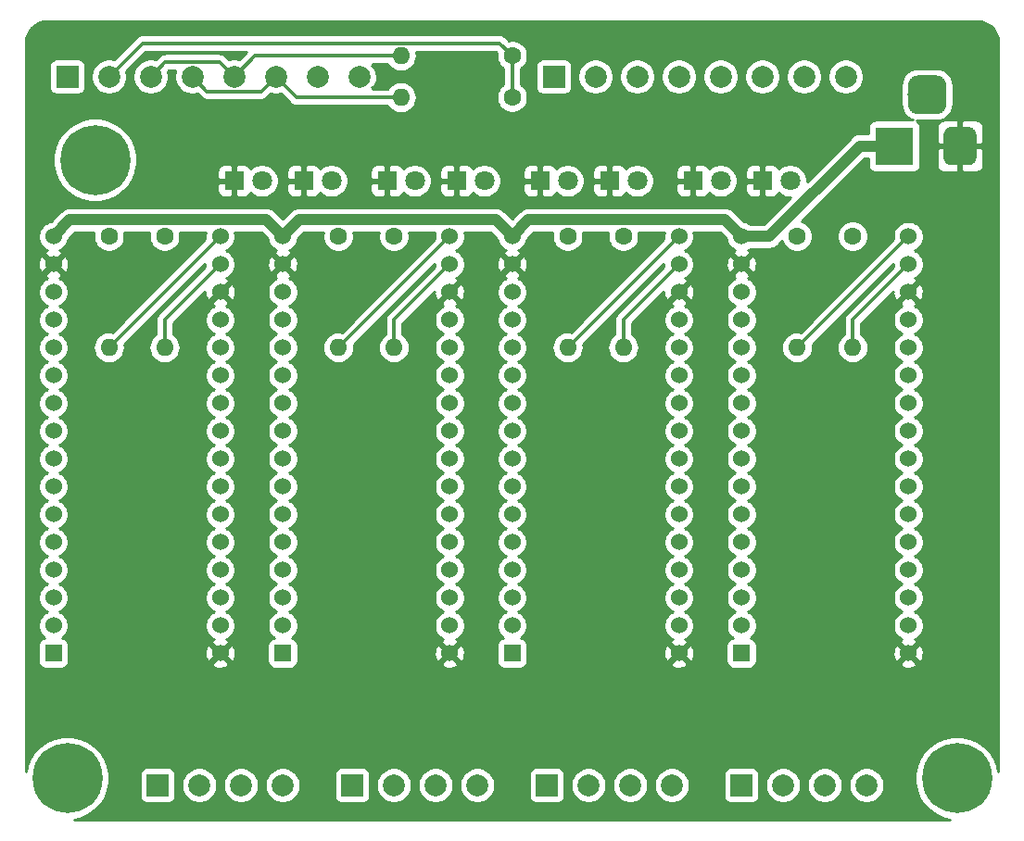
<source format=gbr>
G04 #@! TF.GenerationSoftware,KiCad,Pcbnew,(5.1.4-0-10_14)*
G04 #@! TF.CreationDate,2021-10-12T10:54:55-04:00*
G04 #@! TF.ProjectId,doublemagfixture,646f7562-6c65-46d6-9167-666978747572,rev?*
G04 #@! TF.SameCoordinates,Original*
G04 #@! TF.FileFunction,Copper,L2,Bot*
G04 #@! TF.FilePolarity,Positive*
%FSLAX46Y46*%
G04 Gerber Fmt 4.6, Leading zero omitted, Abs format (unit mm)*
G04 Created by KiCad (PCBNEW (5.1.4-0-10_14)) date 2021-10-12 10:54:55*
%MOMM*%
%LPD*%
G04 APERTURE LIST*
%ADD10C,1.524000*%
%ADD11R,1.524000X1.524000*%
%ADD12C,6.400000*%
%ADD13O,1.600000X1.600000*%
%ADD14C,1.600000*%
%ADD15C,2.000000*%
%ADD16R,2.000000X2.000000*%
%ADD17R,3.500000X3.500000*%
%ADD18C,0.100000*%
%ADD19C,3.000000*%
%ADD20C,3.500000*%
%ADD21C,1.800000*%
%ADD22R,1.800000X1.800000*%
%ADD23C,0.800000*%
%ADD24C,0.300000*%
%ADD25C,1.000000*%
%ADD26C,0.254000*%
G04 APERTURE END LIST*
D10*
X81915000Y-51435000D03*
X81915000Y-53975000D03*
X81915000Y-48895000D03*
X81915000Y-41275000D03*
X81915000Y-38735000D03*
X81915000Y-36195000D03*
X81915000Y-33655000D03*
X81915000Y-31115000D03*
X81915000Y-28575000D03*
X66675000Y-26035000D03*
X66675000Y-28575000D03*
X66675000Y-36195000D03*
X66675000Y-38735000D03*
X66675000Y-41275000D03*
X66675000Y-48895000D03*
X81915000Y-59055000D03*
X81915000Y-56515000D03*
X81915000Y-46355000D03*
X81915000Y-43815000D03*
X81915000Y-26035000D03*
X81915000Y-23495000D03*
X81915000Y-20955000D03*
X66675000Y-20955000D03*
X66675000Y-23495000D03*
X66675000Y-31115000D03*
X66675000Y-33655000D03*
X66675000Y-43815000D03*
X66675000Y-46355000D03*
X66675000Y-51435000D03*
X66675000Y-53975000D03*
X66675000Y-56515000D03*
D11*
X66675000Y-59055000D03*
D10*
X60960000Y-51435000D03*
X60960000Y-53975000D03*
X60960000Y-48895000D03*
X60960000Y-41275000D03*
X60960000Y-38735000D03*
X60960000Y-36195000D03*
X60960000Y-33655000D03*
X60960000Y-31115000D03*
X60960000Y-28575000D03*
X45720000Y-26035000D03*
X45720000Y-28575000D03*
X45720000Y-36195000D03*
X45720000Y-38735000D03*
X45720000Y-41275000D03*
X45720000Y-48895000D03*
X60960000Y-59055000D03*
X60960000Y-56515000D03*
X60960000Y-46355000D03*
X60960000Y-43815000D03*
X60960000Y-26035000D03*
X60960000Y-23495000D03*
X60960000Y-20955000D03*
X45720000Y-20955000D03*
X45720000Y-23495000D03*
X45720000Y-31115000D03*
X45720000Y-33655000D03*
X45720000Y-43815000D03*
X45720000Y-46355000D03*
X45720000Y-51435000D03*
X45720000Y-53975000D03*
X45720000Y-56515000D03*
D11*
X45720000Y-59055000D03*
D10*
X40005000Y-51435000D03*
X40005000Y-53975000D03*
X40005000Y-48895000D03*
X40005000Y-41275000D03*
X40005000Y-38735000D03*
X40005000Y-36195000D03*
X40005000Y-33655000D03*
X40005000Y-31115000D03*
X40005000Y-28575000D03*
X24765000Y-26035000D03*
X24765000Y-28575000D03*
X24765000Y-36195000D03*
X24765000Y-38735000D03*
X24765000Y-41275000D03*
X24765000Y-48895000D03*
X40005000Y-59055000D03*
X40005000Y-56515000D03*
X40005000Y-46355000D03*
X40005000Y-43815000D03*
X40005000Y-26035000D03*
X40005000Y-23495000D03*
X40005000Y-20955000D03*
X24765000Y-20955000D03*
X24765000Y-23495000D03*
X24765000Y-31115000D03*
X24765000Y-33655000D03*
X24765000Y-43815000D03*
X24765000Y-46355000D03*
X24765000Y-51435000D03*
X24765000Y-53975000D03*
X24765000Y-56515000D03*
D11*
X24765000Y-59055000D03*
D10*
X19050000Y-51435000D03*
X19050000Y-53975000D03*
X19050000Y-48895000D03*
X19050000Y-41275000D03*
X19050000Y-38735000D03*
X19050000Y-36195000D03*
X19050000Y-33655000D03*
X19050000Y-31115000D03*
X19050000Y-28575000D03*
X3810000Y-26035000D03*
X3810000Y-28575000D03*
X3810000Y-36195000D03*
X3810000Y-38735000D03*
X3810000Y-41275000D03*
X3810000Y-48895000D03*
X19050000Y-59055000D03*
X19050000Y-56515000D03*
X19050000Y-46355000D03*
X19050000Y-43815000D03*
X19050000Y-26035000D03*
X19050000Y-23495000D03*
X19050000Y-20955000D03*
X3810000Y-20955000D03*
X3810000Y-23495000D03*
X3810000Y-31115000D03*
X3810000Y-33655000D03*
X3810000Y-43815000D03*
X3810000Y-46355000D03*
X3810000Y-51435000D03*
X3810000Y-53975000D03*
X3810000Y-56515000D03*
D11*
X3810000Y-59055000D03*
D12*
X86360000Y-70485000D03*
X5080000Y-70485000D03*
X7620000Y-13970000D03*
D13*
X35560000Y-8255000D03*
D14*
X45720000Y-8255000D03*
D13*
X35560000Y-4445000D03*
D14*
X45720000Y-4445000D03*
D13*
X76835000Y-31115000D03*
D14*
X76835000Y-20955000D03*
D13*
X71755000Y-31115000D03*
D14*
X71755000Y-20955000D03*
D13*
X55880000Y-31115000D03*
D14*
X55880000Y-20955000D03*
D13*
X50800000Y-31115000D03*
D14*
X50800000Y-20955000D03*
D13*
X34925000Y-31115000D03*
D14*
X34925000Y-20955000D03*
D13*
X29845000Y-31115000D03*
D14*
X29845000Y-20955000D03*
D13*
X13970000Y-31115000D03*
D14*
X13970000Y-20955000D03*
D13*
X8890000Y-31115000D03*
D14*
X8890000Y-20955000D03*
D15*
X31750000Y-6350000D03*
X27940000Y-6350000D03*
X24130000Y-6350000D03*
X20320000Y-6350000D03*
X16510000Y-6350000D03*
X12700000Y-6350000D03*
X8890000Y-6350000D03*
D16*
X5080000Y-6350000D03*
D15*
X76200000Y-6350000D03*
X72390000Y-6350000D03*
X68580000Y-6350000D03*
X64770000Y-6350000D03*
X60960000Y-6350000D03*
X57150000Y-6350000D03*
X53340000Y-6350000D03*
D16*
X49530000Y-6350000D03*
D15*
X78105000Y-71120000D03*
X74295000Y-71120000D03*
X70485000Y-71120000D03*
D16*
X66675000Y-71120000D03*
D15*
X42545000Y-71120000D03*
X38735000Y-71120000D03*
X34925000Y-71120000D03*
D16*
X31115000Y-71120000D03*
D15*
X60325000Y-71120000D03*
X56515000Y-71120000D03*
X52705000Y-71120000D03*
D16*
X48895000Y-71120000D03*
D15*
X24765000Y-71120000D03*
X20955000Y-71120000D03*
X17145000Y-71120000D03*
D16*
X13335000Y-71120000D03*
D17*
X80645000Y-12700000D03*
D18*
G36*
X87468513Y-10953611D02*
G01*
X87541318Y-10964411D01*
X87612714Y-10982295D01*
X87682013Y-11007090D01*
X87748548Y-11038559D01*
X87811678Y-11076398D01*
X87870795Y-11120242D01*
X87925330Y-11169670D01*
X87974758Y-11224205D01*
X88018602Y-11283322D01*
X88056441Y-11346452D01*
X88087910Y-11412987D01*
X88112705Y-11482286D01*
X88130589Y-11553682D01*
X88141389Y-11626487D01*
X88145000Y-11700000D01*
X88145000Y-13700000D01*
X88141389Y-13773513D01*
X88130589Y-13846318D01*
X88112705Y-13917714D01*
X88087910Y-13987013D01*
X88056441Y-14053548D01*
X88018602Y-14116678D01*
X87974758Y-14175795D01*
X87925330Y-14230330D01*
X87870795Y-14279758D01*
X87811678Y-14323602D01*
X87748548Y-14361441D01*
X87682013Y-14392910D01*
X87612714Y-14417705D01*
X87541318Y-14435589D01*
X87468513Y-14446389D01*
X87395000Y-14450000D01*
X85895000Y-14450000D01*
X85821487Y-14446389D01*
X85748682Y-14435589D01*
X85677286Y-14417705D01*
X85607987Y-14392910D01*
X85541452Y-14361441D01*
X85478322Y-14323602D01*
X85419205Y-14279758D01*
X85364670Y-14230330D01*
X85315242Y-14175795D01*
X85271398Y-14116678D01*
X85233559Y-14053548D01*
X85202090Y-13987013D01*
X85177295Y-13917714D01*
X85159411Y-13846318D01*
X85148611Y-13773513D01*
X85145000Y-13700000D01*
X85145000Y-11700000D01*
X85148611Y-11626487D01*
X85159411Y-11553682D01*
X85177295Y-11482286D01*
X85202090Y-11412987D01*
X85233559Y-11346452D01*
X85271398Y-11283322D01*
X85315242Y-11224205D01*
X85364670Y-11169670D01*
X85419205Y-11120242D01*
X85478322Y-11076398D01*
X85541452Y-11038559D01*
X85607987Y-11007090D01*
X85677286Y-10982295D01*
X85748682Y-10964411D01*
X85821487Y-10953611D01*
X85895000Y-10950000D01*
X87395000Y-10950000D01*
X87468513Y-10953611D01*
X87468513Y-10953611D01*
G37*
D19*
X86645000Y-12700000D03*
D18*
G36*
X84605765Y-6254213D02*
G01*
X84690704Y-6266813D01*
X84773999Y-6287677D01*
X84854848Y-6316605D01*
X84932472Y-6353319D01*
X85006124Y-6397464D01*
X85075094Y-6448616D01*
X85138718Y-6506282D01*
X85196384Y-6569906D01*
X85247536Y-6638876D01*
X85291681Y-6712528D01*
X85328395Y-6790152D01*
X85357323Y-6871001D01*
X85378187Y-6954296D01*
X85390787Y-7039235D01*
X85395000Y-7125000D01*
X85395000Y-8875000D01*
X85390787Y-8960765D01*
X85378187Y-9045704D01*
X85357323Y-9128999D01*
X85328395Y-9209848D01*
X85291681Y-9287472D01*
X85247536Y-9361124D01*
X85196384Y-9430094D01*
X85138718Y-9493718D01*
X85075094Y-9551384D01*
X85006124Y-9602536D01*
X84932472Y-9646681D01*
X84854848Y-9683395D01*
X84773999Y-9712323D01*
X84690704Y-9733187D01*
X84605765Y-9745787D01*
X84520000Y-9750000D01*
X82770000Y-9750000D01*
X82684235Y-9745787D01*
X82599296Y-9733187D01*
X82516001Y-9712323D01*
X82435152Y-9683395D01*
X82357528Y-9646681D01*
X82283876Y-9602536D01*
X82214906Y-9551384D01*
X82151282Y-9493718D01*
X82093616Y-9430094D01*
X82042464Y-9361124D01*
X81998319Y-9287472D01*
X81961605Y-9209848D01*
X81932677Y-9128999D01*
X81911813Y-9045704D01*
X81899213Y-8960765D01*
X81895000Y-8875000D01*
X81895000Y-7125000D01*
X81899213Y-7039235D01*
X81911813Y-6954296D01*
X81932677Y-6871001D01*
X81961605Y-6790152D01*
X81998319Y-6712528D01*
X82042464Y-6638876D01*
X82093616Y-6569906D01*
X82151282Y-6506282D01*
X82214906Y-6448616D01*
X82283876Y-6397464D01*
X82357528Y-6353319D01*
X82435152Y-6316605D01*
X82516001Y-6287677D01*
X82599296Y-6266813D01*
X82684235Y-6254213D01*
X82770000Y-6250000D01*
X84520000Y-6250000D01*
X84605765Y-6254213D01*
X84605765Y-6254213D01*
G37*
D20*
X83645000Y-8000000D03*
D21*
X71120000Y-15875000D03*
D22*
X68580000Y-15875000D03*
D21*
X57150000Y-15875000D03*
D22*
X54610000Y-15875000D03*
D21*
X64770000Y-15875000D03*
D22*
X62230000Y-15875000D03*
D21*
X50800000Y-15875000D03*
D22*
X48260000Y-15875000D03*
D21*
X43180000Y-15875000D03*
D22*
X40640000Y-15875000D03*
D21*
X29210000Y-15875000D03*
D22*
X26670000Y-15875000D03*
D21*
X36830000Y-15875000D03*
D22*
X34290000Y-15875000D03*
D21*
X22860000Y-15875000D03*
D22*
X20320000Y-15875000D03*
D23*
X27940000Y-71120000D03*
X45720000Y-71120000D03*
X63500000Y-71120000D03*
D24*
X26035000Y-8255000D02*
X35560000Y-8255000D01*
X24130000Y-6350000D02*
X26035000Y-8255000D01*
X22779999Y-7700001D02*
X24130000Y-6350000D01*
X17860001Y-7700001D02*
X22779999Y-7700001D01*
X16510000Y-6350000D02*
X17860001Y-7700001D01*
X20320000Y-6350000D02*
X22225000Y-4445000D01*
X22225000Y-4445000D02*
X35560000Y-4445000D01*
X18969999Y-4999999D02*
X20320000Y-6350000D01*
X14050001Y-4999999D02*
X18969999Y-4999999D01*
X12700000Y-6350000D02*
X14050001Y-4999999D01*
X81915000Y-20955000D02*
X71755000Y-31115000D01*
D25*
X69215000Y-20955000D02*
X66675000Y-20955000D01*
X80645000Y-12700000D02*
X77470000Y-12700000D01*
X77470000Y-12700000D02*
X69215000Y-20955000D01*
X47220001Y-19454999D02*
X45720000Y-20955000D01*
X65174999Y-19454999D02*
X47220001Y-19454999D01*
X66675000Y-20955000D02*
X65174999Y-19454999D01*
X44219999Y-19454999D02*
X26265001Y-19454999D01*
X26265001Y-19454999D02*
X24765000Y-20955000D01*
X45720000Y-20955000D02*
X44219999Y-19454999D01*
X5310001Y-19454999D02*
X3810000Y-20955000D01*
X23264999Y-19454999D02*
X5310001Y-19454999D01*
X24765000Y-20955000D02*
X23264999Y-19454999D01*
D24*
X76835000Y-28575000D02*
X76835000Y-31115000D01*
X81915000Y-23495000D02*
X76835000Y-28575000D01*
X60960000Y-20955000D02*
X50800000Y-31115000D01*
X55880000Y-28575000D02*
X55880000Y-31115000D01*
X60960000Y-23495000D02*
X55880000Y-28575000D01*
X45720000Y-4445000D02*
X45720000Y-8255000D01*
X44569999Y-3294999D02*
X45720000Y-4445000D01*
X11945001Y-3294999D02*
X44569999Y-3294999D01*
X8890000Y-6350000D02*
X11945001Y-3294999D01*
X40005000Y-20955000D02*
X29845000Y-31115000D01*
X34925000Y-28575000D02*
X34925000Y-31115000D01*
X40005000Y-23495000D02*
X34925000Y-28575000D01*
X19050000Y-20955000D02*
X8890000Y-31115000D01*
X13970000Y-28575000D02*
X19050000Y-23495000D01*
X13970000Y-31115000D02*
X13970000Y-28575000D01*
D26*
G36*
X88629545Y-1333909D02*
G01*
X88980208Y-1439780D01*
X89303625Y-1611744D01*
X89587484Y-1843254D01*
X89820965Y-2125486D01*
X89995183Y-2447695D01*
X90103502Y-2797614D01*
X90145001Y-3192452D01*
X90145000Y-69855918D01*
X90047623Y-69366372D01*
X89758533Y-68668446D01*
X89338839Y-68040330D01*
X88804670Y-67506161D01*
X88176554Y-67086467D01*
X87478628Y-66797377D01*
X86737715Y-66650000D01*
X85982285Y-66650000D01*
X85241372Y-66797377D01*
X84543446Y-67086467D01*
X83915330Y-67506161D01*
X83381161Y-68040330D01*
X82961467Y-68668446D01*
X82672377Y-69366372D01*
X82525000Y-70107285D01*
X82525000Y-70862715D01*
X82672377Y-71603628D01*
X82961467Y-72301554D01*
X83381161Y-72929670D01*
X83915330Y-73463839D01*
X84543446Y-73883533D01*
X85241372Y-74172623D01*
X85730918Y-74270000D01*
X5709082Y-74270000D01*
X6198628Y-74172623D01*
X6896554Y-73883533D01*
X7524670Y-73463839D01*
X8058839Y-72929670D01*
X8478533Y-72301554D01*
X8767623Y-71603628D01*
X8915000Y-70862715D01*
X8915000Y-70120000D01*
X11696928Y-70120000D01*
X11696928Y-72120000D01*
X11709188Y-72244482D01*
X11745498Y-72364180D01*
X11804463Y-72474494D01*
X11883815Y-72571185D01*
X11980506Y-72650537D01*
X12090820Y-72709502D01*
X12210518Y-72745812D01*
X12335000Y-72758072D01*
X14335000Y-72758072D01*
X14459482Y-72745812D01*
X14579180Y-72709502D01*
X14689494Y-72650537D01*
X14786185Y-72571185D01*
X14865537Y-72474494D01*
X14924502Y-72364180D01*
X14960812Y-72244482D01*
X14973072Y-72120000D01*
X14973072Y-70958967D01*
X15510000Y-70958967D01*
X15510000Y-71281033D01*
X15572832Y-71596912D01*
X15696082Y-71894463D01*
X15875013Y-72162252D01*
X16102748Y-72389987D01*
X16370537Y-72568918D01*
X16668088Y-72692168D01*
X16983967Y-72755000D01*
X17306033Y-72755000D01*
X17621912Y-72692168D01*
X17919463Y-72568918D01*
X18187252Y-72389987D01*
X18414987Y-72162252D01*
X18593918Y-71894463D01*
X18717168Y-71596912D01*
X18780000Y-71281033D01*
X18780000Y-70958967D01*
X19320000Y-70958967D01*
X19320000Y-71281033D01*
X19382832Y-71596912D01*
X19506082Y-71894463D01*
X19685013Y-72162252D01*
X19912748Y-72389987D01*
X20180537Y-72568918D01*
X20478088Y-72692168D01*
X20793967Y-72755000D01*
X21116033Y-72755000D01*
X21431912Y-72692168D01*
X21729463Y-72568918D01*
X21997252Y-72389987D01*
X22224987Y-72162252D01*
X22403918Y-71894463D01*
X22527168Y-71596912D01*
X22590000Y-71281033D01*
X22590000Y-70958967D01*
X23130000Y-70958967D01*
X23130000Y-71281033D01*
X23192832Y-71596912D01*
X23316082Y-71894463D01*
X23495013Y-72162252D01*
X23722748Y-72389987D01*
X23990537Y-72568918D01*
X24288088Y-72692168D01*
X24603967Y-72755000D01*
X24926033Y-72755000D01*
X25241912Y-72692168D01*
X25539463Y-72568918D01*
X25807252Y-72389987D01*
X26034987Y-72162252D01*
X26213918Y-71894463D01*
X26337168Y-71596912D01*
X26400000Y-71281033D01*
X26400000Y-70958967D01*
X26337168Y-70643088D01*
X26213918Y-70345537D01*
X26063219Y-70120000D01*
X29476928Y-70120000D01*
X29476928Y-72120000D01*
X29489188Y-72244482D01*
X29525498Y-72364180D01*
X29584463Y-72474494D01*
X29663815Y-72571185D01*
X29760506Y-72650537D01*
X29870820Y-72709502D01*
X29990518Y-72745812D01*
X30115000Y-72758072D01*
X32115000Y-72758072D01*
X32239482Y-72745812D01*
X32359180Y-72709502D01*
X32469494Y-72650537D01*
X32566185Y-72571185D01*
X32645537Y-72474494D01*
X32704502Y-72364180D01*
X32740812Y-72244482D01*
X32753072Y-72120000D01*
X32753072Y-70958967D01*
X33290000Y-70958967D01*
X33290000Y-71281033D01*
X33352832Y-71596912D01*
X33476082Y-71894463D01*
X33655013Y-72162252D01*
X33882748Y-72389987D01*
X34150537Y-72568918D01*
X34448088Y-72692168D01*
X34763967Y-72755000D01*
X35086033Y-72755000D01*
X35401912Y-72692168D01*
X35699463Y-72568918D01*
X35967252Y-72389987D01*
X36194987Y-72162252D01*
X36373918Y-71894463D01*
X36497168Y-71596912D01*
X36560000Y-71281033D01*
X36560000Y-70958967D01*
X37100000Y-70958967D01*
X37100000Y-71281033D01*
X37162832Y-71596912D01*
X37286082Y-71894463D01*
X37465013Y-72162252D01*
X37692748Y-72389987D01*
X37960537Y-72568918D01*
X38258088Y-72692168D01*
X38573967Y-72755000D01*
X38896033Y-72755000D01*
X39211912Y-72692168D01*
X39509463Y-72568918D01*
X39777252Y-72389987D01*
X40004987Y-72162252D01*
X40183918Y-71894463D01*
X40307168Y-71596912D01*
X40370000Y-71281033D01*
X40370000Y-70958967D01*
X40910000Y-70958967D01*
X40910000Y-71281033D01*
X40972832Y-71596912D01*
X41096082Y-71894463D01*
X41275013Y-72162252D01*
X41502748Y-72389987D01*
X41770537Y-72568918D01*
X42068088Y-72692168D01*
X42383967Y-72755000D01*
X42706033Y-72755000D01*
X43021912Y-72692168D01*
X43319463Y-72568918D01*
X43587252Y-72389987D01*
X43814987Y-72162252D01*
X43993918Y-71894463D01*
X44117168Y-71596912D01*
X44180000Y-71281033D01*
X44180000Y-70958967D01*
X44117168Y-70643088D01*
X43993918Y-70345537D01*
X43843219Y-70120000D01*
X47256928Y-70120000D01*
X47256928Y-72120000D01*
X47269188Y-72244482D01*
X47305498Y-72364180D01*
X47364463Y-72474494D01*
X47443815Y-72571185D01*
X47540506Y-72650537D01*
X47650820Y-72709502D01*
X47770518Y-72745812D01*
X47895000Y-72758072D01*
X49895000Y-72758072D01*
X50019482Y-72745812D01*
X50139180Y-72709502D01*
X50249494Y-72650537D01*
X50346185Y-72571185D01*
X50425537Y-72474494D01*
X50484502Y-72364180D01*
X50520812Y-72244482D01*
X50533072Y-72120000D01*
X50533072Y-70958967D01*
X51070000Y-70958967D01*
X51070000Y-71281033D01*
X51132832Y-71596912D01*
X51256082Y-71894463D01*
X51435013Y-72162252D01*
X51662748Y-72389987D01*
X51930537Y-72568918D01*
X52228088Y-72692168D01*
X52543967Y-72755000D01*
X52866033Y-72755000D01*
X53181912Y-72692168D01*
X53479463Y-72568918D01*
X53747252Y-72389987D01*
X53974987Y-72162252D01*
X54153918Y-71894463D01*
X54277168Y-71596912D01*
X54340000Y-71281033D01*
X54340000Y-70958967D01*
X54880000Y-70958967D01*
X54880000Y-71281033D01*
X54942832Y-71596912D01*
X55066082Y-71894463D01*
X55245013Y-72162252D01*
X55472748Y-72389987D01*
X55740537Y-72568918D01*
X56038088Y-72692168D01*
X56353967Y-72755000D01*
X56676033Y-72755000D01*
X56991912Y-72692168D01*
X57289463Y-72568918D01*
X57557252Y-72389987D01*
X57784987Y-72162252D01*
X57963918Y-71894463D01*
X58087168Y-71596912D01*
X58150000Y-71281033D01*
X58150000Y-70958967D01*
X58690000Y-70958967D01*
X58690000Y-71281033D01*
X58752832Y-71596912D01*
X58876082Y-71894463D01*
X59055013Y-72162252D01*
X59282748Y-72389987D01*
X59550537Y-72568918D01*
X59848088Y-72692168D01*
X60163967Y-72755000D01*
X60486033Y-72755000D01*
X60801912Y-72692168D01*
X61099463Y-72568918D01*
X61367252Y-72389987D01*
X61594987Y-72162252D01*
X61773918Y-71894463D01*
X61897168Y-71596912D01*
X61960000Y-71281033D01*
X61960000Y-70958967D01*
X61897168Y-70643088D01*
X61773918Y-70345537D01*
X61623219Y-70120000D01*
X65036928Y-70120000D01*
X65036928Y-72120000D01*
X65049188Y-72244482D01*
X65085498Y-72364180D01*
X65144463Y-72474494D01*
X65223815Y-72571185D01*
X65320506Y-72650537D01*
X65430820Y-72709502D01*
X65550518Y-72745812D01*
X65675000Y-72758072D01*
X67675000Y-72758072D01*
X67799482Y-72745812D01*
X67919180Y-72709502D01*
X68029494Y-72650537D01*
X68126185Y-72571185D01*
X68205537Y-72474494D01*
X68264502Y-72364180D01*
X68300812Y-72244482D01*
X68313072Y-72120000D01*
X68313072Y-70958967D01*
X68850000Y-70958967D01*
X68850000Y-71281033D01*
X68912832Y-71596912D01*
X69036082Y-71894463D01*
X69215013Y-72162252D01*
X69442748Y-72389987D01*
X69710537Y-72568918D01*
X70008088Y-72692168D01*
X70323967Y-72755000D01*
X70646033Y-72755000D01*
X70961912Y-72692168D01*
X71259463Y-72568918D01*
X71527252Y-72389987D01*
X71754987Y-72162252D01*
X71933918Y-71894463D01*
X72057168Y-71596912D01*
X72120000Y-71281033D01*
X72120000Y-70958967D01*
X72660000Y-70958967D01*
X72660000Y-71281033D01*
X72722832Y-71596912D01*
X72846082Y-71894463D01*
X73025013Y-72162252D01*
X73252748Y-72389987D01*
X73520537Y-72568918D01*
X73818088Y-72692168D01*
X74133967Y-72755000D01*
X74456033Y-72755000D01*
X74771912Y-72692168D01*
X75069463Y-72568918D01*
X75337252Y-72389987D01*
X75564987Y-72162252D01*
X75743918Y-71894463D01*
X75867168Y-71596912D01*
X75930000Y-71281033D01*
X75930000Y-70958967D01*
X76470000Y-70958967D01*
X76470000Y-71281033D01*
X76532832Y-71596912D01*
X76656082Y-71894463D01*
X76835013Y-72162252D01*
X77062748Y-72389987D01*
X77330537Y-72568918D01*
X77628088Y-72692168D01*
X77943967Y-72755000D01*
X78266033Y-72755000D01*
X78581912Y-72692168D01*
X78879463Y-72568918D01*
X79147252Y-72389987D01*
X79374987Y-72162252D01*
X79553918Y-71894463D01*
X79677168Y-71596912D01*
X79740000Y-71281033D01*
X79740000Y-70958967D01*
X79677168Y-70643088D01*
X79553918Y-70345537D01*
X79374987Y-70077748D01*
X79147252Y-69850013D01*
X78879463Y-69671082D01*
X78581912Y-69547832D01*
X78266033Y-69485000D01*
X77943967Y-69485000D01*
X77628088Y-69547832D01*
X77330537Y-69671082D01*
X77062748Y-69850013D01*
X76835013Y-70077748D01*
X76656082Y-70345537D01*
X76532832Y-70643088D01*
X76470000Y-70958967D01*
X75930000Y-70958967D01*
X75867168Y-70643088D01*
X75743918Y-70345537D01*
X75564987Y-70077748D01*
X75337252Y-69850013D01*
X75069463Y-69671082D01*
X74771912Y-69547832D01*
X74456033Y-69485000D01*
X74133967Y-69485000D01*
X73818088Y-69547832D01*
X73520537Y-69671082D01*
X73252748Y-69850013D01*
X73025013Y-70077748D01*
X72846082Y-70345537D01*
X72722832Y-70643088D01*
X72660000Y-70958967D01*
X72120000Y-70958967D01*
X72057168Y-70643088D01*
X71933918Y-70345537D01*
X71754987Y-70077748D01*
X71527252Y-69850013D01*
X71259463Y-69671082D01*
X70961912Y-69547832D01*
X70646033Y-69485000D01*
X70323967Y-69485000D01*
X70008088Y-69547832D01*
X69710537Y-69671082D01*
X69442748Y-69850013D01*
X69215013Y-70077748D01*
X69036082Y-70345537D01*
X68912832Y-70643088D01*
X68850000Y-70958967D01*
X68313072Y-70958967D01*
X68313072Y-70120000D01*
X68300812Y-69995518D01*
X68264502Y-69875820D01*
X68205537Y-69765506D01*
X68126185Y-69668815D01*
X68029494Y-69589463D01*
X67919180Y-69530498D01*
X67799482Y-69494188D01*
X67675000Y-69481928D01*
X65675000Y-69481928D01*
X65550518Y-69494188D01*
X65430820Y-69530498D01*
X65320506Y-69589463D01*
X65223815Y-69668815D01*
X65144463Y-69765506D01*
X65085498Y-69875820D01*
X65049188Y-69995518D01*
X65036928Y-70120000D01*
X61623219Y-70120000D01*
X61594987Y-70077748D01*
X61367252Y-69850013D01*
X61099463Y-69671082D01*
X60801912Y-69547832D01*
X60486033Y-69485000D01*
X60163967Y-69485000D01*
X59848088Y-69547832D01*
X59550537Y-69671082D01*
X59282748Y-69850013D01*
X59055013Y-70077748D01*
X58876082Y-70345537D01*
X58752832Y-70643088D01*
X58690000Y-70958967D01*
X58150000Y-70958967D01*
X58087168Y-70643088D01*
X57963918Y-70345537D01*
X57784987Y-70077748D01*
X57557252Y-69850013D01*
X57289463Y-69671082D01*
X56991912Y-69547832D01*
X56676033Y-69485000D01*
X56353967Y-69485000D01*
X56038088Y-69547832D01*
X55740537Y-69671082D01*
X55472748Y-69850013D01*
X55245013Y-70077748D01*
X55066082Y-70345537D01*
X54942832Y-70643088D01*
X54880000Y-70958967D01*
X54340000Y-70958967D01*
X54277168Y-70643088D01*
X54153918Y-70345537D01*
X53974987Y-70077748D01*
X53747252Y-69850013D01*
X53479463Y-69671082D01*
X53181912Y-69547832D01*
X52866033Y-69485000D01*
X52543967Y-69485000D01*
X52228088Y-69547832D01*
X51930537Y-69671082D01*
X51662748Y-69850013D01*
X51435013Y-70077748D01*
X51256082Y-70345537D01*
X51132832Y-70643088D01*
X51070000Y-70958967D01*
X50533072Y-70958967D01*
X50533072Y-70120000D01*
X50520812Y-69995518D01*
X50484502Y-69875820D01*
X50425537Y-69765506D01*
X50346185Y-69668815D01*
X50249494Y-69589463D01*
X50139180Y-69530498D01*
X50019482Y-69494188D01*
X49895000Y-69481928D01*
X47895000Y-69481928D01*
X47770518Y-69494188D01*
X47650820Y-69530498D01*
X47540506Y-69589463D01*
X47443815Y-69668815D01*
X47364463Y-69765506D01*
X47305498Y-69875820D01*
X47269188Y-69995518D01*
X47256928Y-70120000D01*
X43843219Y-70120000D01*
X43814987Y-70077748D01*
X43587252Y-69850013D01*
X43319463Y-69671082D01*
X43021912Y-69547832D01*
X42706033Y-69485000D01*
X42383967Y-69485000D01*
X42068088Y-69547832D01*
X41770537Y-69671082D01*
X41502748Y-69850013D01*
X41275013Y-70077748D01*
X41096082Y-70345537D01*
X40972832Y-70643088D01*
X40910000Y-70958967D01*
X40370000Y-70958967D01*
X40307168Y-70643088D01*
X40183918Y-70345537D01*
X40004987Y-70077748D01*
X39777252Y-69850013D01*
X39509463Y-69671082D01*
X39211912Y-69547832D01*
X38896033Y-69485000D01*
X38573967Y-69485000D01*
X38258088Y-69547832D01*
X37960537Y-69671082D01*
X37692748Y-69850013D01*
X37465013Y-70077748D01*
X37286082Y-70345537D01*
X37162832Y-70643088D01*
X37100000Y-70958967D01*
X36560000Y-70958967D01*
X36497168Y-70643088D01*
X36373918Y-70345537D01*
X36194987Y-70077748D01*
X35967252Y-69850013D01*
X35699463Y-69671082D01*
X35401912Y-69547832D01*
X35086033Y-69485000D01*
X34763967Y-69485000D01*
X34448088Y-69547832D01*
X34150537Y-69671082D01*
X33882748Y-69850013D01*
X33655013Y-70077748D01*
X33476082Y-70345537D01*
X33352832Y-70643088D01*
X33290000Y-70958967D01*
X32753072Y-70958967D01*
X32753072Y-70120000D01*
X32740812Y-69995518D01*
X32704502Y-69875820D01*
X32645537Y-69765506D01*
X32566185Y-69668815D01*
X32469494Y-69589463D01*
X32359180Y-69530498D01*
X32239482Y-69494188D01*
X32115000Y-69481928D01*
X30115000Y-69481928D01*
X29990518Y-69494188D01*
X29870820Y-69530498D01*
X29760506Y-69589463D01*
X29663815Y-69668815D01*
X29584463Y-69765506D01*
X29525498Y-69875820D01*
X29489188Y-69995518D01*
X29476928Y-70120000D01*
X26063219Y-70120000D01*
X26034987Y-70077748D01*
X25807252Y-69850013D01*
X25539463Y-69671082D01*
X25241912Y-69547832D01*
X24926033Y-69485000D01*
X24603967Y-69485000D01*
X24288088Y-69547832D01*
X23990537Y-69671082D01*
X23722748Y-69850013D01*
X23495013Y-70077748D01*
X23316082Y-70345537D01*
X23192832Y-70643088D01*
X23130000Y-70958967D01*
X22590000Y-70958967D01*
X22527168Y-70643088D01*
X22403918Y-70345537D01*
X22224987Y-70077748D01*
X21997252Y-69850013D01*
X21729463Y-69671082D01*
X21431912Y-69547832D01*
X21116033Y-69485000D01*
X20793967Y-69485000D01*
X20478088Y-69547832D01*
X20180537Y-69671082D01*
X19912748Y-69850013D01*
X19685013Y-70077748D01*
X19506082Y-70345537D01*
X19382832Y-70643088D01*
X19320000Y-70958967D01*
X18780000Y-70958967D01*
X18717168Y-70643088D01*
X18593918Y-70345537D01*
X18414987Y-70077748D01*
X18187252Y-69850013D01*
X17919463Y-69671082D01*
X17621912Y-69547832D01*
X17306033Y-69485000D01*
X16983967Y-69485000D01*
X16668088Y-69547832D01*
X16370537Y-69671082D01*
X16102748Y-69850013D01*
X15875013Y-70077748D01*
X15696082Y-70345537D01*
X15572832Y-70643088D01*
X15510000Y-70958967D01*
X14973072Y-70958967D01*
X14973072Y-70120000D01*
X14960812Y-69995518D01*
X14924502Y-69875820D01*
X14865537Y-69765506D01*
X14786185Y-69668815D01*
X14689494Y-69589463D01*
X14579180Y-69530498D01*
X14459482Y-69494188D01*
X14335000Y-69481928D01*
X12335000Y-69481928D01*
X12210518Y-69494188D01*
X12090820Y-69530498D01*
X11980506Y-69589463D01*
X11883815Y-69668815D01*
X11804463Y-69765506D01*
X11745498Y-69875820D01*
X11709188Y-69995518D01*
X11696928Y-70120000D01*
X8915000Y-70120000D01*
X8915000Y-70107285D01*
X8767623Y-69366372D01*
X8478533Y-68668446D01*
X8058839Y-68040330D01*
X7524670Y-67506161D01*
X6896554Y-67086467D01*
X6198628Y-66797377D01*
X5457715Y-66650000D01*
X4702285Y-66650000D01*
X3961372Y-66797377D01*
X3263446Y-67086467D01*
X2635330Y-67506161D01*
X2101161Y-68040330D01*
X1681467Y-68668446D01*
X1392377Y-69366372D01*
X1295000Y-69855918D01*
X1295000Y-58293000D01*
X2409928Y-58293000D01*
X2409928Y-59817000D01*
X2422188Y-59941482D01*
X2458498Y-60061180D01*
X2517463Y-60171494D01*
X2596815Y-60268185D01*
X2693506Y-60347537D01*
X2803820Y-60406502D01*
X2923518Y-60442812D01*
X3048000Y-60455072D01*
X4572000Y-60455072D01*
X4696482Y-60442812D01*
X4816180Y-60406502D01*
X4926494Y-60347537D01*
X5023185Y-60268185D01*
X5102537Y-60171494D01*
X5161502Y-60061180D01*
X5173822Y-60020565D01*
X18264040Y-60020565D01*
X18331020Y-60260656D01*
X18580048Y-60377756D01*
X18847135Y-60444023D01*
X19122017Y-60456910D01*
X19394133Y-60415922D01*
X19653023Y-60322636D01*
X19768980Y-60260656D01*
X19835960Y-60020565D01*
X19050000Y-59234605D01*
X18264040Y-60020565D01*
X5173822Y-60020565D01*
X5197812Y-59941482D01*
X5210072Y-59817000D01*
X5210072Y-59127017D01*
X17648090Y-59127017D01*
X17689078Y-59399133D01*
X17782364Y-59658023D01*
X17844344Y-59773980D01*
X18084435Y-59840960D01*
X18870395Y-59055000D01*
X19229605Y-59055000D01*
X20015565Y-59840960D01*
X20255656Y-59773980D01*
X20372756Y-59524952D01*
X20439023Y-59257865D01*
X20451910Y-58982983D01*
X20410922Y-58710867D01*
X20317636Y-58451977D01*
X20255656Y-58336020D01*
X20101451Y-58293000D01*
X23364928Y-58293000D01*
X23364928Y-59817000D01*
X23377188Y-59941482D01*
X23413498Y-60061180D01*
X23472463Y-60171494D01*
X23551815Y-60268185D01*
X23648506Y-60347537D01*
X23758820Y-60406502D01*
X23878518Y-60442812D01*
X24003000Y-60455072D01*
X25527000Y-60455072D01*
X25651482Y-60442812D01*
X25771180Y-60406502D01*
X25881494Y-60347537D01*
X25978185Y-60268185D01*
X26057537Y-60171494D01*
X26116502Y-60061180D01*
X26128822Y-60020565D01*
X39219040Y-60020565D01*
X39286020Y-60260656D01*
X39535048Y-60377756D01*
X39802135Y-60444023D01*
X40077017Y-60456910D01*
X40349133Y-60415922D01*
X40608023Y-60322636D01*
X40723980Y-60260656D01*
X40790960Y-60020565D01*
X40005000Y-59234605D01*
X39219040Y-60020565D01*
X26128822Y-60020565D01*
X26152812Y-59941482D01*
X26165072Y-59817000D01*
X26165072Y-59127017D01*
X38603090Y-59127017D01*
X38644078Y-59399133D01*
X38737364Y-59658023D01*
X38799344Y-59773980D01*
X39039435Y-59840960D01*
X39825395Y-59055000D01*
X40184605Y-59055000D01*
X40970565Y-59840960D01*
X41210656Y-59773980D01*
X41327756Y-59524952D01*
X41394023Y-59257865D01*
X41406910Y-58982983D01*
X41365922Y-58710867D01*
X41272636Y-58451977D01*
X41210656Y-58336020D01*
X41056451Y-58293000D01*
X44319928Y-58293000D01*
X44319928Y-59817000D01*
X44332188Y-59941482D01*
X44368498Y-60061180D01*
X44427463Y-60171494D01*
X44506815Y-60268185D01*
X44603506Y-60347537D01*
X44713820Y-60406502D01*
X44833518Y-60442812D01*
X44958000Y-60455072D01*
X46482000Y-60455072D01*
X46606482Y-60442812D01*
X46726180Y-60406502D01*
X46836494Y-60347537D01*
X46933185Y-60268185D01*
X47012537Y-60171494D01*
X47071502Y-60061180D01*
X47083822Y-60020565D01*
X60174040Y-60020565D01*
X60241020Y-60260656D01*
X60490048Y-60377756D01*
X60757135Y-60444023D01*
X61032017Y-60456910D01*
X61304133Y-60415922D01*
X61563023Y-60322636D01*
X61678980Y-60260656D01*
X61745960Y-60020565D01*
X60960000Y-59234605D01*
X60174040Y-60020565D01*
X47083822Y-60020565D01*
X47107812Y-59941482D01*
X47120072Y-59817000D01*
X47120072Y-59127017D01*
X59558090Y-59127017D01*
X59599078Y-59399133D01*
X59692364Y-59658023D01*
X59754344Y-59773980D01*
X59994435Y-59840960D01*
X60780395Y-59055000D01*
X61139605Y-59055000D01*
X61925565Y-59840960D01*
X62165656Y-59773980D01*
X62282756Y-59524952D01*
X62349023Y-59257865D01*
X62361910Y-58982983D01*
X62320922Y-58710867D01*
X62227636Y-58451977D01*
X62165656Y-58336020D01*
X62011451Y-58293000D01*
X65274928Y-58293000D01*
X65274928Y-59817000D01*
X65287188Y-59941482D01*
X65323498Y-60061180D01*
X65382463Y-60171494D01*
X65461815Y-60268185D01*
X65558506Y-60347537D01*
X65668820Y-60406502D01*
X65788518Y-60442812D01*
X65913000Y-60455072D01*
X67437000Y-60455072D01*
X67561482Y-60442812D01*
X67681180Y-60406502D01*
X67791494Y-60347537D01*
X67888185Y-60268185D01*
X67967537Y-60171494D01*
X68026502Y-60061180D01*
X68038822Y-60020565D01*
X81129040Y-60020565D01*
X81196020Y-60260656D01*
X81445048Y-60377756D01*
X81712135Y-60444023D01*
X81987017Y-60456910D01*
X82259133Y-60415922D01*
X82518023Y-60322636D01*
X82633980Y-60260656D01*
X82700960Y-60020565D01*
X81915000Y-59234605D01*
X81129040Y-60020565D01*
X68038822Y-60020565D01*
X68062812Y-59941482D01*
X68075072Y-59817000D01*
X68075072Y-59127017D01*
X80513090Y-59127017D01*
X80554078Y-59399133D01*
X80647364Y-59658023D01*
X80709344Y-59773980D01*
X80949435Y-59840960D01*
X81735395Y-59055000D01*
X82094605Y-59055000D01*
X82880565Y-59840960D01*
X83120656Y-59773980D01*
X83237756Y-59524952D01*
X83304023Y-59257865D01*
X83316910Y-58982983D01*
X83275922Y-58710867D01*
X83182636Y-58451977D01*
X83120656Y-58336020D01*
X82880565Y-58269040D01*
X82094605Y-59055000D01*
X81735395Y-59055000D01*
X80949435Y-58269040D01*
X80709344Y-58336020D01*
X80592244Y-58585048D01*
X80525977Y-58852135D01*
X80513090Y-59127017D01*
X68075072Y-59127017D01*
X68075072Y-58293000D01*
X68062812Y-58168518D01*
X68026502Y-58048820D01*
X67967537Y-57938506D01*
X67888185Y-57841815D01*
X67791494Y-57762463D01*
X67681180Y-57703498D01*
X67561482Y-57667188D01*
X67477535Y-57658920D01*
X67565535Y-57600120D01*
X67760120Y-57405535D01*
X67913005Y-57176727D01*
X68018314Y-56922490D01*
X68072000Y-56652592D01*
X68072000Y-56377408D01*
X68018314Y-56107510D01*
X67913005Y-55853273D01*
X67760120Y-55624465D01*
X67565535Y-55429880D01*
X67336727Y-55276995D01*
X67259485Y-55245000D01*
X67336727Y-55213005D01*
X67565535Y-55060120D01*
X67760120Y-54865535D01*
X67913005Y-54636727D01*
X68018314Y-54382490D01*
X68072000Y-54112592D01*
X68072000Y-53837408D01*
X68018314Y-53567510D01*
X67913005Y-53313273D01*
X67760120Y-53084465D01*
X67565535Y-52889880D01*
X67336727Y-52736995D01*
X67259485Y-52705000D01*
X67336727Y-52673005D01*
X67565535Y-52520120D01*
X67760120Y-52325535D01*
X67913005Y-52096727D01*
X68018314Y-51842490D01*
X68072000Y-51572592D01*
X68072000Y-51297408D01*
X68018314Y-51027510D01*
X67913005Y-50773273D01*
X67760120Y-50544465D01*
X67565535Y-50349880D01*
X67336727Y-50196995D01*
X67259485Y-50165000D01*
X67336727Y-50133005D01*
X67565535Y-49980120D01*
X67760120Y-49785535D01*
X67913005Y-49556727D01*
X68018314Y-49302490D01*
X68072000Y-49032592D01*
X68072000Y-48757408D01*
X68018314Y-48487510D01*
X67913005Y-48233273D01*
X67760120Y-48004465D01*
X67565535Y-47809880D01*
X67336727Y-47656995D01*
X67259485Y-47625000D01*
X67336727Y-47593005D01*
X67565535Y-47440120D01*
X67760120Y-47245535D01*
X67913005Y-47016727D01*
X68018314Y-46762490D01*
X68072000Y-46492592D01*
X68072000Y-46217408D01*
X68018314Y-45947510D01*
X67913005Y-45693273D01*
X67760120Y-45464465D01*
X67565535Y-45269880D01*
X67336727Y-45116995D01*
X67259485Y-45085000D01*
X67336727Y-45053005D01*
X67565535Y-44900120D01*
X67760120Y-44705535D01*
X67913005Y-44476727D01*
X68018314Y-44222490D01*
X68072000Y-43952592D01*
X68072000Y-43677408D01*
X68018314Y-43407510D01*
X67913005Y-43153273D01*
X67760120Y-42924465D01*
X67565535Y-42729880D01*
X67336727Y-42576995D01*
X67259485Y-42545000D01*
X67336727Y-42513005D01*
X67565535Y-42360120D01*
X67760120Y-42165535D01*
X67913005Y-41936727D01*
X68018314Y-41682490D01*
X68072000Y-41412592D01*
X68072000Y-41137408D01*
X68018314Y-40867510D01*
X67913005Y-40613273D01*
X67760120Y-40384465D01*
X67565535Y-40189880D01*
X67336727Y-40036995D01*
X67259485Y-40005000D01*
X67336727Y-39973005D01*
X67565535Y-39820120D01*
X67760120Y-39625535D01*
X67913005Y-39396727D01*
X68018314Y-39142490D01*
X68072000Y-38872592D01*
X68072000Y-38597408D01*
X68018314Y-38327510D01*
X67913005Y-38073273D01*
X67760120Y-37844465D01*
X67565535Y-37649880D01*
X67336727Y-37496995D01*
X67259485Y-37465000D01*
X67336727Y-37433005D01*
X67565535Y-37280120D01*
X67760120Y-37085535D01*
X67913005Y-36856727D01*
X68018314Y-36602490D01*
X68072000Y-36332592D01*
X68072000Y-36057408D01*
X68018314Y-35787510D01*
X67913005Y-35533273D01*
X67760120Y-35304465D01*
X67565535Y-35109880D01*
X67336727Y-34956995D01*
X67259485Y-34925000D01*
X67336727Y-34893005D01*
X67565535Y-34740120D01*
X67760120Y-34545535D01*
X67913005Y-34316727D01*
X68018314Y-34062490D01*
X68072000Y-33792592D01*
X68072000Y-33517408D01*
X68018314Y-33247510D01*
X67913005Y-32993273D01*
X67760120Y-32764465D01*
X67565535Y-32569880D01*
X67336727Y-32416995D01*
X67259485Y-32385000D01*
X67336727Y-32353005D01*
X67565535Y-32200120D01*
X67760120Y-32005535D01*
X67913005Y-31776727D01*
X68018314Y-31522490D01*
X68072000Y-31252592D01*
X68072000Y-31115000D01*
X70313057Y-31115000D01*
X70340764Y-31396309D01*
X70422818Y-31666808D01*
X70556068Y-31916101D01*
X70735392Y-32134608D01*
X70953899Y-32313932D01*
X71203192Y-32447182D01*
X71473691Y-32529236D01*
X71684508Y-32550000D01*
X71825492Y-32550000D01*
X72036309Y-32529236D01*
X72306808Y-32447182D01*
X72556101Y-32313932D01*
X72774608Y-32134608D01*
X72953932Y-31916101D01*
X73087182Y-31666808D01*
X73169236Y-31396309D01*
X73196943Y-31115000D01*
X73169236Y-30833691D01*
X73163936Y-30816221D01*
X80518000Y-23462157D01*
X80518000Y-23632592D01*
X80542762Y-23757080D01*
X76307190Y-27992653D01*
X76277236Y-28017236D01*
X76179138Y-28136768D01*
X76106246Y-28273141D01*
X76061359Y-28421114D01*
X76050000Y-28536440D01*
X76050000Y-28536447D01*
X76046203Y-28575000D01*
X76050000Y-28613553D01*
X76050001Y-29907462D01*
X76033899Y-29916068D01*
X75815392Y-30095392D01*
X75636068Y-30313899D01*
X75502818Y-30563192D01*
X75420764Y-30833691D01*
X75393057Y-31115000D01*
X75420764Y-31396309D01*
X75502818Y-31666808D01*
X75636068Y-31916101D01*
X75815392Y-32134608D01*
X76033899Y-32313932D01*
X76283192Y-32447182D01*
X76553691Y-32529236D01*
X76764508Y-32550000D01*
X76905492Y-32550000D01*
X77116309Y-32529236D01*
X77386808Y-32447182D01*
X77636101Y-32313932D01*
X77854608Y-32134608D01*
X78033932Y-31916101D01*
X78167182Y-31666808D01*
X78249236Y-31396309D01*
X78276943Y-31115000D01*
X78249236Y-30833691D01*
X78167182Y-30563192D01*
X78033932Y-30313899D01*
X77854608Y-30095392D01*
X77636101Y-29916068D01*
X77620000Y-29907462D01*
X77620000Y-28900157D01*
X78082749Y-28437408D01*
X80518000Y-28437408D01*
X80518000Y-28712592D01*
X80571686Y-28982490D01*
X80676995Y-29236727D01*
X80829880Y-29465535D01*
X81024465Y-29660120D01*
X81253273Y-29813005D01*
X81330515Y-29845000D01*
X81253273Y-29876995D01*
X81024465Y-30029880D01*
X80829880Y-30224465D01*
X80676995Y-30453273D01*
X80571686Y-30707510D01*
X80518000Y-30977408D01*
X80518000Y-31252592D01*
X80571686Y-31522490D01*
X80676995Y-31776727D01*
X80829880Y-32005535D01*
X81024465Y-32200120D01*
X81253273Y-32353005D01*
X81330515Y-32385000D01*
X81253273Y-32416995D01*
X81024465Y-32569880D01*
X80829880Y-32764465D01*
X80676995Y-32993273D01*
X80571686Y-33247510D01*
X80518000Y-33517408D01*
X80518000Y-33792592D01*
X80571686Y-34062490D01*
X80676995Y-34316727D01*
X80829880Y-34545535D01*
X81024465Y-34740120D01*
X81253273Y-34893005D01*
X81330515Y-34925000D01*
X81253273Y-34956995D01*
X81024465Y-35109880D01*
X80829880Y-35304465D01*
X80676995Y-35533273D01*
X80571686Y-35787510D01*
X80518000Y-36057408D01*
X80518000Y-36332592D01*
X80571686Y-36602490D01*
X80676995Y-36856727D01*
X80829880Y-37085535D01*
X81024465Y-37280120D01*
X81253273Y-37433005D01*
X81330515Y-37465000D01*
X81253273Y-37496995D01*
X81024465Y-37649880D01*
X80829880Y-37844465D01*
X80676995Y-38073273D01*
X80571686Y-38327510D01*
X80518000Y-38597408D01*
X80518000Y-38872592D01*
X80571686Y-39142490D01*
X80676995Y-39396727D01*
X80829880Y-39625535D01*
X81024465Y-39820120D01*
X81253273Y-39973005D01*
X81330515Y-40005000D01*
X81253273Y-40036995D01*
X81024465Y-40189880D01*
X80829880Y-40384465D01*
X80676995Y-40613273D01*
X80571686Y-40867510D01*
X80518000Y-41137408D01*
X80518000Y-41412592D01*
X80571686Y-41682490D01*
X80676995Y-41936727D01*
X80829880Y-42165535D01*
X81024465Y-42360120D01*
X81253273Y-42513005D01*
X81330515Y-42545000D01*
X81253273Y-42576995D01*
X81024465Y-42729880D01*
X80829880Y-42924465D01*
X80676995Y-43153273D01*
X80571686Y-43407510D01*
X80518000Y-43677408D01*
X80518000Y-43952592D01*
X80571686Y-44222490D01*
X80676995Y-44476727D01*
X80829880Y-44705535D01*
X81024465Y-44900120D01*
X81253273Y-45053005D01*
X81330515Y-45085000D01*
X81253273Y-45116995D01*
X81024465Y-45269880D01*
X80829880Y-45464465D01*
X80676995Y-45693273D01*
X80571686Y-45947510D01*
X80518000Y-46217408D01*
X80518000Y-46492592D01*
X80571686Y-46762490D01*
X80676995Y-47016727D01*
X80829880Y-47245535D01*
X81024465Y-47440120D01*
X81253273Y-47593005D01*
X81330515Y-47625000D01*
X81253273Y-47656995D01*
X81024465Y-47809880D01*
X80829880Y-48004465D01*
X80676995Y-48233273D01*
X80571686Y-48487510D01*
X80518000Y-48757408D01*
X80518000Y-49032592D01*
X80571686Y-49302490D01*
X80676995Y-49556727D01*
X80829880Y-49785535D01*
X81024465Y-49980120D01*
X81253273Y-50133005D01*
X81330515Y-50165000D01*
X81253273Y-50196995D01*
X81024465Y-50349880D01*
X80829880Y-50544465D01*
X80676995Y-50773273D01*
X80571686Y-51027510D01*
X80518000Y-51297408D01*
X80518000Y-51572592D01*
X80571686Y-51842490D01*
X80676995Y-52096727D01*
X80829880Y-52325535D01*
X81024465Y-52520120D01*
X81253273Y-52673005D01*
X81330515Y-52705000D01*
X81253273Y-52736995D01*
X81024465Y-52889880D01*
X80829880Y-53084465D01*
X80676995Y-53313273D01*
X80571686Y-53567510D01*
X80518000Y-53837408D01*
X80518000Y-54112592D01*
X80571686Y-54382490D01*
X80676995Y-54636727D01*
X80829880Y-54865535D01*
X81024465Y-55060120D01*
X81253273Y-55213005D01*
X81330515Y-55245000D01*
X81253273Y-55276995D01*
X81024465Y-55429880D01*
X80829880Y-55624465D01*
X80676995Y-55853273D01*
X80571686Y-56107510D01*
X80518000Y-56377408D01*
X80518000Y-56652592D01*
X80571686Y-56922490D01*
X80676995Y-57176727D01*
X80829880Y-57405535D01*
X81024465Y-57600120D01*
X81253273Y-57753005D01*
X81324943Y-57782692D01*
X81311977Y-57787364D01*
X81196020Y-57849344D01*
X81129040Y-58089435D01*
X81915000Y-58875395D01*
X82700960Y-58089435D01*
X82633980Y-57849344D01*
X82498240Y-57785515D01*
X82576727Y-57753005D01*
X82805535Y-57600120D01*
X83000120Y-57405535D01*
X83153005Y-57176727D01*
X83258314Y-56922490D01*
X83312000Y-56652592D01*
X83312000Y-56377408D01*
X83258314Y-56107510D01*
X83153005Y-55853273D01*
X83000120Y-55624465D01*
X82805535Y-55429880D01*
X82576727Y-55276995D01*
X82499485Y-55245000D01*
X82576727Y-55213005D01*
X82805535Y-55060120D01*
X83000120Y-54865535D01*
X83153005Y-54636727D01*
X83258314Y-54382490D01*
X83312000Y-54112592D01*
X83312000Y-53837408D01*
X83258314Y-53567510D01*
X83153005Y-53313273D01*
X83000120Y-53084465D01*
X82805535Y-52889880D01*
X82576727Y-52736995D01*
X82499485Y-52705000D01*
X82576727Y-52673005D01*
X82805535Y-52520120D01*
X83000120Y-52325535D01*
X83153005Y-52096727D01*
X83258314Y-51842490D01*
X83312000Y-51572592D01*
X83312000Y-51297408D01*
X83258314Y-51027510D01*
X83153005Y-50773273D01*
X83000120Y-50544465D01*
X82805535Y-50349880D01*
X82576727Y-50196995D01*
X82499485Y-50165000D01*
X82576727Y-50133005D01*
X82805535Y-49980120D01*
X83000120Y-49785535D01*
X83153005Y-49556727D01*
X83258314Y-49302490D01*
X83312000Y-49032592D01*
X83312000Y-48757408D01*
X83258314Y-48487510D01*
X83153005Y-48233273D01*
X83000120Y-48004465D01*
X82805535Y-47809880D01*
X82576727Y-47656995D01*
X82499485Y-47625000D01*
X82576727Y-47593005D01*
X82805535Y-47440120D01*
X83000120Y-47245535D01*
X83153005Y-47016727D01*
X83258314Y-46762490D01*
X83312000Y-46492592D01*
X83312000Y-46217408D01*
X83258314Y-45947510D01*
X83153005Y-45693273D01*
X83000120Y-45464465D01*
X82805535Y-45269880D01*
X82576727Y-45116995D01*
X82499485Y-45085000D01*
X82576727Y-45053005D01*
X82805535Y-44900120D01*
X83000120Y-44705535D01*
X83153005Y-44476727D01*
X83258314Y-44222490D01*
X83312000Y-43952592D01*
X83312000Y-43677408D01*
X83258314Y-43407510D01*
X83153005Y-43153273D01*
X83000120Y-42924465D01*
X82805535Y-42729880D01*
X82576727Y-42576995D01*
X82499485Y-42545000D01*
X82576727Y-42513005D01*
X82805535Y-42360120D01*
X83000120Y-42165535D01*
X83153005Y-41936727D01*
X83258314Y-41682490D01*
X83312000Y-41412592D01*
X83312000Y-41137408D01*
X83258314Y-40867510D01*
X83153005Y-40613273D01*
X83000120Y-40384465D01*
X82805535Y-40189880D01*
X82576727Y-40036995D01*
X82499485Y-40005000D01*
X82576727Y-39973005D01*
X82805535Y-39820120D01*
X83000120Y-39625535D01*
X83153005Y-39396727D01*
X83258314Y-39142490D01*
X83312000Y-38872592D01*
X83312000Y-38597408D01*
X83258314Y-38327510D01*
X83153005Y-38073273D01*
X83000120Y-37844465D01*
X82805535Y-37649880D01*
X82576727Y-37496995D01*
X82499485Y-37465000D01*
X82576727Y-37433005D01*
X82805535Y-37280120D01*
X83000120Y-37085535D01*
X83153005Y-36856727D01*
X83258314Y-36602490D01*
X83312000Y-36332592D01*
X83312000Y-36057408D01*
X83258314Y-35787510D01*
X83153005Y-35533273D01*
X83000120Y-35304465D01*
X82805535Y-35109880D01*
X82576727Y-34956995D01*
X82499485Y-34925000D01*
X82576727Y-34893005D01*
X82805535Y-34740120D01*
X83000120Y-34545535D01*
X83153005Y-34316727D01*
X83258314Y-34062490D01*
X83312000Y-33792592D01*
X83312000Y-33517408D01*
X83258314Y-33247510D01*
X83153005Y-32993273D01*
X83000120Y-32764465D01*
X82805535Y-32569880D01*
X82576727Y-32416995D01*
X82499485Y-32385000D01*
X82576727Y-32353005D01*
X82805535Y-32200120D01*
X83000120Y-32005535D01*
X83153005Y-31776727D01*
X83258314Y-31522490D01*
X83312000Y-31252592D01*
X83312000Y-30977408D01*
X83258314Y-30707510D01*
X83153005Y-30453273D01*
X83000120Y-30224465D01*
X82805535Y-30029880D01*
X82576727Y-29876995D01*
X82499485Y-29845000D01*
X82576727Y-29813005D01*
X82805535Y-29660120D01*
X83000120Y-29465535D01*
X83153005Y-29236727D01*
X83258314Y-28982490D01*
X83312000Y-28712592D01*
X83312000Y-28437408D01*
X83258314Y-28167510D01*
X83153005Y-27913273D01*
X83000120Y-27684465D01*
X82805535Y-27489880D01*
X82576727Y-27336995D01*
X82505057Y-27307308D01*
X82518023Y-27302636D01*
X82633980Y-27240656D01*
X82700960Y-27000565D01*
X81915000Y-26214605D01*
X81129040Y-27000565D01*
X81196020Y-27240656D01*
X81331760Y-27304485D01*
X81253273Y-27336995D01*
X81024465Y-27489880D01*
X80829880Y-27684465D01*
X80676995Y-27913273D01*
X80571686Y-28167510D01*
X80518000Y-28437408D01*
X78082749Y-28437408D01*
X80518006Y-26002151D01*
X80513090Y-26107017D01*
X80554078Y-26379133D01*
X80647364Y-26638023D01*
X80709344Y-26753980D01*
X80949435Y-26820960D01*
X81735395Y-26035000D01*
X82094605Y-26035000D01*
X82880565Y-26820960D01*
X83120656Y-26753980D01*
X83237756Y-26504952D01*
X83304023Y-26237865D01*
X83316910Y-25962983D01*
X83275922Y-25690867D01*
X83182636Y-25431977D01*
X83120656Y-25316020D01*
X82880565Y-25249040D01*
X82094605Y-26035000D01*
X81735395Y-26035000D01*
X81721253Y-26020858D01*
X81900858Y-25841253D01*
X81915000Y-25855395D01*
X82700960Y-25069435D01*
X82633980Y-24829344D01*
X82498240Y-24765515D01*
X82576727Y-24733005D01*
X82805535Y-24580120D01*
X83000120Y-24385535D01*
X83153005Y-24156727D01*
X83258314Y-23902490D01*
X83312000Y-23632592D01*
X83312000Y-23357408D01*
X83258314Y-23087510D01*
X83153005Y-22833273D01*
X83000120Y-22604465D01*
X82805535Y-22409880D01*
X82576727Y-22256995D01*
X82499485Y-22225000D01*
X82576727Y-22193005D01*
X82805535Y-22040120D01*
X83000120Y-21845535D01*
X83153005Y-21616727D01*
X83258314Y-21362490D01*
X83312000Y-21092592D01*
X83312000Y-20817408D01*
X83258314Y-20547510D01*
X83153005Y-20293273D01*
X83000120Y-20064465D01*
X82805535Y-19869880D01*
X82576727Y-19716995D01*
X82322490Y-19611686D01*
X82052592Y-19558000D01*
X81777408Y-19558000D01*
X81507510Y-19611686D01*
X81253273Y-19716995D01*
X81024465Y-19869880D01*
X80829880Y-20064465D01*
X80676995Y-20293273D01*
X80571686Y-20547510D01*
X80518000Y-20817408D01*
X80518000Y-21092592D01*
X80542762Y-21217081D01*
X72053779Y-29706064D01*
X72036309Y-29700764D01*
X71825492Y-29680000D01*
X71684508Y-29680000D01*
X71473691Y-29700764D01*
X71203192Y-29782818D01*
X70953899Y-29916068D01*
X70735392Y-30095392D01*
X70556068Y-30313899D01*
X70422818Y-30563192D01*
X70340764Y-30833691D01*
X70313057Y-31115000D01*
X68072000Y-31115000D01*
X68072000Y-30977408D01*
X68018314Y-30707510D01*
X67913005Y-30453273D01*
X67760120Y-30224465D01*
X67565535Y-30029880D01*
X67336727Y-29876995D01*
X67259485Y-29845000D01*
X67336727Y-29813005D01*
X67565535Y-29660120D01*
X67760120Y-29465535D01*
X67913005Y-29236727D01*
X68018314Y-28982490D01*
X68072000Y-28712592D01*
X68072000Y-28437408D01*
X68018314Y-28167510D01*
X67913005Y-27913273D01*
X67760120Y-27684465D01*
X67565535Y-27489880D01*
X67336727Y-27336995D01*
X67259485Y-27305000D01*
X67336727Y-27273005D01*
X67565535Y-27120120D01*
X67760120Y-26925535D01*
X67913005Y-26696727D01*
X68018314Y-26442490D01*
X68072000Y-26172592D01*
X68072000Y-25897408D01*
X68018314Y-25627510D01*
X67913005Y-25373273D01*
X67760120Y-25144465D01*
X67565535Y-24949880D01*
X67336727Y-24796995D01*
X67265057Y-24767308D01*
X67278023Y-24762636D01*
X67393980Y-24700656D01*
X67460960Y-24460565D01*
X66675000Y-23674605D01*
X65889040Y-24460565D01*
X65956020Y-24700656D01*
X66091760Y-24764485D01*
X66013273Y-24796995D01*
X65784465Y-24949880D01*
X65589880Y-25144465D01*
X65436995Y-25373273D01*
X65331686Y-25627510D01*
X65278000Y-25897408D01*
X65278000Y-26172592D01*
X65331686Y-26442490D01*
X65436995Y-26696727D01*
X65589880Y-26925535D01*
X65784465Y-27120120D01*
X66013273Y-27273005D01*
X66090515Y-27305000D01*
X66013273Y-27336995D01*
X65784465Y-27489880D01*
X65589880Y-27684465D01*
X65436995Y-27913273D01*
X65331686Y-28167510D01*
X65278000Y-28437408D01*
X65278000Y-28712592D01*
X65331686Y-28982490D01*
X65436995Y-29236727D01*
X65589880Y-29465535D01*
X65784465Y-29660120D01*
X66013273Y-29813005D01*
X66090515Y-29845000D01*
X66013273Y-29876995D01*
X65784465Y-30029880D01*
X65589880Y-30224465D01*
X65436995Y-30453273D01*
X65331686Y-30707510D01*
X65278000Y-30977408D01*
X65278000Y-31252592D01*
X65331686Y-31522490D01*
X65436995Y-31776727D01*
X65589880Y-32005535D01*
X65784465Y-32200120D01*
X66013273Y-32353005D01*
X66090515Y-32385000D01*
X66013273Y-32416995D01*
X65784465Y-32569880D01*
X65589880Y-32764465D01*
X65436995Y-32993273D01*
X65331686Y-33247510D01*
X65278000Y-33517408D01*
X65278000Y-33792592D01*
X65331686Y-34062490D01*
X65436995Y-34316727D01*
X65589880Y-34545535D01*
X65784465Y-34740120D01*
X66013273Y-34893005D01*
X66090515Y-34925000D01*
X66013273Y-34956995D01*
X65784465Y-35109880D01*
X65589880Y-35304465D01*
X65436995Y-35533273D01*
X65331686Y-35787510D01*
X65278000Y-36057408D01*
X65278000Y-36332592D01*
X65331686Y-36602490D01*
X65436995Y-36856727D01*
X65589880Y-37085535D01*
X65784465Y-37280120D01*
X66013273Y-37433005D01*
X66090515Y-37465000D01*
X66013273Y-37496995D01*
X65784465Y-37649880D01*
X65589880Y-37844465D01*
X65436995Y-38073273D01*
X65331686Y-38327510D01*
X65278000Y-38597408D01*
X65278000Y-38872592D01*
X65331686Y-39142490D01*
X65436995Y-39396727D01*
X65589880Y-39625535D01*
X65784465Y-39820120D01*
X66013273Y-39973005D01*
X66090515Y-40005000D01*
X66013273Y-40036995D01*
X65784465Y-40189880D01*
X65589880Y-40384465D01*
X65436995Y-40613273D01*
X65331686Y-40867510D01*
X65278000Y-41137408D01*
X65278000Y-41412592D01*
X65331686Y-41682490D01*
X65436995Y-41936727D01*
X65589880Y-42165535D01*
X65784465Y-42360120D01*
X66013273Y-42513005D01*
X66090515Y-42545000D01*
X66013273Y-42576995D01*
X65784465Y-42729880D01*
X65589880Y-42924465D01*
X65436995Y-43153273D01*
X65331686Y-43407510D01*
X65278000Y-43677408D01*
X65278000Y-43952592D01*
X65331686Y-44222490D01*
X65436995Y-44476727D01*
X65589880Y-44705535D01*
X65784465Y-44900120D01*
X66013273Y-45053005D01*
X66090515Y-45085000D01*
X66013273Y-45116995D01*
X65784465Y-45269880D01*
X65589880Y-45464465D01*
X65436995Y-45693273D01*
X65331686Y-45947510D01*
X65278000Y-46217408D01*
X65278000Y-46492592D01*
X65331686Y-46762490D01*
X65436995Y-47016727D01*
X65589880Y-47245535D01*
X65784465Y-47440120D01*
X66013273Y-47593005D01*
X66090515Y-47625000D01*
X66013273Y-47656995D01*
X65784465Y-47809880D01*
X65589880Y-48004465D01*
X65436995Y-48233273D01*
X65331686Y-48487510D01*
X65278000Y-48757408D01*
X65278000Y-49032592D01*
X65331686Y-49302490D01*
X65436995Y-49556727D01*
X65589880Y-49785535D01*
X65784465Y-49980120D01*
X66013273Y-50133005D01*
X66090515Y-50165000D01*
X66013273Y-50196995D01*
X65784465Y-50349880D01*
X65589880Y-50544465D01*
X65436995Y-50773273D01*
X65331686Y-51027510D01*
X65278000Y-51297408D01*
X65278000Y-51572592D01*
X65331686Y-51842490D01*
X65436995Y-52096727D01*
X65589880Y-52325535D01*
X65784465Y-52520120D01*
X66013273Y-52673005D01*
X66090515Y-52705000D01*
X66013273Y-52736995D01*
X65784465Y-52889880D01*
X65589880Y-53084465D01*
X65436995Y-53313273D01*
X65331686Y-53567510D01*
X65278000Y-53837408D01*
X65278000Y-54112592D01*
X65331686Y-54382490D01*
X65436995Y-54636727D01*
X65589880Y-54865535D01*
X65784465Y-55060120D01*
X66013273Y-55213005D01*
X66090515Y-55245000D01*
X66013273Y-55276995D01*
X65784465Y-55429880D01*
X65589880Y-55624465D01*
X65436995Y-55853273D01*
X65331686Y-56107510D01*
X65278000Y-56377408D01*
X65278000Y-56652592D01*
X65331686Y-56922490D01*
X65436995Y-57176727D01*
X65589880Y-57405535D01*
X65784465Y-57600120D01*
X65872465Y-57658920D01*
X65788518Y-57667188D01*
X65668820Y-57703498D01*
X65558506Y-57762463D01*
X65461815Y-57841815D01*
X65382463Y-57938506D01*
X65323498Y-58048820D01*
X65287188Y-58168518D01*
X65274928Y-58293000D01*
X62011451Y-58293000D01*
X61925565Y-58269040D01*
X61139605Y-59055000D01*
X60780395Y-59055000D01*
X59994435Y-58269040D01*
X59754344Y-58336020D01*
X59637244Y-58585048D01*
X59570977Y-58852135D01*
X59558090Y-59127017D01*
X47120072Y-59127017D01*
X47120072Y-58293000D01*
X47107812Y-58168518D01*
X47071502Y-58048820D01*
X47012537Y-57938506D01*
X46933185Y-57841815D01*
X46836494Y-57762463D01*
X46726180Y-57703498D01*
X46606482Y-57667188D01*
X46522535Y-57658920D01*
X46610535Y-57600120D01*
X46805120Y-57405535D01*
X46958005Y-57176727D01*
X47063314Y-56922490D01*
X47117000Y-56652592D01*
X47117000Y-56377408D01*
X47063314Y-56107510D01*
X46958005Y-55853273D01*
X46805120Y-55624465D01*
X46610535Y-55429880D01*
X46381727Y-55276995D01*
X46304485Y-55245000D01*
X46381727Y-55213005D01*
X46610535Y-55060120D01*
X46805120Y-54865535D01*
X46958005Y-54636727D01*
X47063314Y-54382490D01*
X47117000Y-54112592D01*
X47117000Y-53837408D01*
X47063314Y-53567510D01*
X46958005Y-53313273D01*
X46805120Y-53084465D01*
X46610535Y-52889880D01*
X46381727Y-52736995D01*
X46304485Y-52705000D01*
X46381727Y-52673005D01*
X46610535Y-52520120D01*
X46805120Y-52325535D01*
X46958005Y-52096727D01*
X47063314Y-51842490D01*
X47117000Y-51572592D01*
X47117000Y-51297408D01*
X47063314Y-51027510D01*
X46958005Y-50773273D01*
X46805120Y-50544465D01*
X46610535Y-50349880D01*
X46381727Y-50196995D01*
X46304485Y-50165000D01*
X46381727Y-50133005D01*
X46610535Y-49980120D01*
X46805120Y-49785535D01*
X46958005Y-49556727D01*
X47063314Y-49302490D01*
X47117000Y-49032592D01*
X47117000Y-48757408D01*
X47063314Y-48487510D01*
X46958005Y-48233273D01*
X46805120Y-48004465D01*
X46610535Y-47809880D01*
X46381727Y-47656995D01*
X46304485Y-47625000D01*
X46381727Y-47593005D01*
X46610535Y-47440120D01*
X46805120Y-47245535D01*
X46958005Y-47016727D01*
X47063314Y-46762490D01*
X47117000Y-46492592D01*
X47117000Y-46217408D01*
X47063314Y-45947510D01*
X46958005Y-45693273D01*
X46805120Y-45464465D01*
X46610535Y-45269880D01*
X46381727Y-45116995D01*
X46304485Y-45085000D01*
X46381727Y-45053005D01*
X46610535Y-44900120D01*
X46805120Y-44705535D01*
X46958005Y-44476727D01*
X47063314Y-44222490D01*
X47117000Y-43952592D01*
X47117000Y-43677408D01*
X47063314Y-43407510D01*
X46958005Y-43153273D01*
X46805120Y-42924465D01*
X46610535Y-42729880D01*
X46381727Y-42576995D01*
X46304485Y-42545000D01*
X46381727Y-42513005D01*
X46610535Y-42360120D01*
X46805120Y-42165535D01*
X46958005Y-41936727D01*
X47063314Y-41682490D01*
X47117000Y-41412592D01*
X47117000Y-41137408D01*
X47063314Y-40867510D01*
X46958005Y-40613273D01*
X46805120Y-40384465D01*
X46610535Y-40189880D01*
X46381727Y-40036995D01*
X46304485Y-40005000D01*
X46381727Y-39973005D01*
X46610535Y-39820120D01*
X46805120Y-39625535D01*
X46958005Y-39396727D01*
X47063314Y-39142490D01*
X47117000Y-38872592D01*
X47117000Y-38597408D01*
X47063314Y-38327510D01*
X46958005Y-38073273D01*
X46805120Y-37844465D01*
X46610535Y-37649880D01*
X46381727Y-37496995D01*
X46304485Y-37465000D01*
X46381727Y-37433005D01*
X46610535Y-37280120D01*
X46805120Y-37085535D01*
X46958005Y-36856727D01*
X47063314Y-36602490D01*
X47117000Y-36332592D01*
X47117000Y-36057408D01*
X47063314Y-35787510D01*
X46958005Y-35533273D01*
X46805120Y-35304465D01*
X46610535Y-35109880D01*
X46381727Y-34956995D01*
X46304485Y-34925000D01*
X46381727Y-34893005D01*
X46610535Y-34740120D01*
X46805120Y-34545535D01*
X46958005Y-34316727D01*
X47063314Y-34062490D01*
X47117000Y-33792592D01*
X47117000Y-33517408D01*
X47063314Y-33247510D01*
X46958005Y-32993273D01*
X46805120Y-32764465D01*
X46610535Y-32569880D01*
X46381727Y-32416995D01*
X46304485Y-32385000D01*
X46381727Y-32353005D01*
X46610535Y-32200120D01*
X46805120Y-32005535D01*
X46958005Y-31776727D01*
X47063314Y-31522490D01*
X47117000Y-31252592D01*
X47117000Y-30977408D01*
X47063314Y-30707510D01*
X46958005Y-30453273D01*
X46805120Y-30224465D01*
X46610535Y-30029880D01*
X46381727Y-29876995D01*
X46304485Y-29845000D01*
X46381727Y-29813005D01*
X46610535Y-29660120D01*
X46805120Y-29465535D01*
X46958005Y-29236727D01*
X47063314Y-28982490D01*
X47117000Y-28712592D01*
X47117000Y-28437408D01*
X47063314Y-28167510D01*
X46958005Y-27913273D01*
X46805120Y-27684465D01*
X46610535Y-27489880D01*
X46381727Y-27336995D01*
X46304485Y-27305000D01*
X46381727Y-27273005D01*
X46610535Y-27120120D01*
X46805120Y-26925535D01*
X46958005Y-26696727D01*
X47063314Y-26442490D01*
X47117000Y-26172592D01*
X47117000Y-25897408D01*
X47063314Y-25627510D01*
X46958005Y-25373273D01*
X46805120Y-25144465D01*
X46610535Y-24949880D01*
X46381727Y-24796995D01*
X46310057Y-24767308D01*
X46323023Y-24762636D01*
X46438980Y-24700656D01*
X46505960Y-24460565D01*
X45720000Y-23674605D01*
X44934040Y-24460565D01*
X45001020Y-24700656D01*
X45136760Y-24764485D01*
X45058273Y-24796995D01*
X44829465Y-24949880D01*
X44634880Y-25144465D01*
X44481995Y-25373273D01*
X44376686Y-25627510D01*
X44323000Y-25897408D01*
X44323000Y-26172592D01*
X44376686Y-26442490D01*
X44481995Y-26696727D01*
X44634880Y-26925535D01*
X44829465Y-27120120D01*
X45058273Y-27273005D01*
X45135515Y-27305000D01*
X45058273Y-27336995D01*
X44829465Y-27489880D01*
X44634880Y-27684465D01*
X44481995Y-27913273D01*
X44376686Y-28167510D01*
X44323000Y-28437408D01*
X44323000Y-28712592D01*
X44376686Y-28982490D01*
X44481995Y-29236727D01*
X44634880Y-29465535D01*
X44829465Y-29660120D01*
X45058273Y-29813005D01*
X45135515Y-29845000D01*
X45058273Y-29876995D01*
X44829465Y-30029880D01*
X44634880Y-30224465D01*
X44481995Y-30453273D01*
X44376686Y-30707510D01*
X44323000Y-30977408D01*
X44323000Y-31252592D01*
X44376686Y-31522490D01*
X44481995Y-31776727D01*
X44634880Y-32005535D01*
X44829465Y-32200120D01*
X45058273Y-32353005D01*
X45135515Y-32385000D01*
X45058273Y-32416995D01*
X44829465Y-32569880D01*
X44634880Y-32764465D01*
X44481995Y-32993273D01*
X44376686Y-33247510D01*
X44323000Y-33517408D01*
X44323000Y-33792592D01*
X44376686Y-34062490D01*
X44481995Y-34316727D01*
X44634880Y-34545535D01*
X44829465Y-34740120D01*
X45058273Y-34893005D01*
X45135515Y-34925000D01*
X45058273Y-34956995D01*
X44829465Y-35109880D01*
X44634880Y-35304465D01*
X44481995Y-35533273D01*
X44376686Y-35787510D01*
X44323000Y-36057408D01*
X44323000Y-36332592D01*
X44376686Y-36602490D01*
X44481995Y-36856727D01*
X44634880Y-37085535D01*
X44829465Y-37280120D01*
X45058273Y-37433005D01*
X45135515Y-37465000D01*
X45058273Y-37496995D01*
X44829465Y-37649880D01*
X44634880Y-37844465D01*
X44481995Y-38073273D01*
X44376686Y-38327510D01*
X44323000Y-38597408D01*
X44323000Y-38872592D01*
X44376686Y-39142490D01*
X44481995Y-39396727D01*
X44634880Y-39625535D01*
X44829465Y-39820120D01*
X45058273Y-39973005D01*
X45135515Y-40005000D01*
X45058273Y-40036995D01*
X44829465Y-40189880D01*
X44634880Y-40384465D01*
X44481995Y-40613273D01*
X44376686Y-40867510D01*
X44323000Y-41137408D01*
X44323000Y-41412592D01*
X44376686Y-41682490D01*
X44481995Y-41936727D01*
X44634880Y-42165535D01*
X44829465Y-42360120D01*
X45058273Y-42513005D01*
X45135515Y-42545000D01*
X45058273Y-42576995D01*
X44829465Y-42729880D01*
X44634880Y-42924465D01*
X44481995Y-43153273D01*
X44376686Y-43407510D01*
X44323000Y-43677408D01*
X44323000Y-43952592D01*
X44376686Y-44222490D01*
X44481995Y-44476727D01*
X44634880Y-44705535D01*
X44829465Y-44900120D01*
X45058273Y-45053005D01*
X45135515Y-45085000D01*
X45058273Y-45116995D01*
X44829465Y-45269880D01*
X44634880Y-45464465D01*
X44481995Y-45693273D01*
X44376686Y-45947510D01*
X44323000Y-46217408D01*
X44323000Y-46492592D01*
X44376686Y-46762490D01*
X44481995Y-47016727D01*
X44634880Y-47245535D01*
X44829465Y-47440120D01*
X45058273Y-47593005D01*
X45135515Y-47625000D01*
X45058273Y-47656995D01*
X44829465Y-47809880D01*
X44634880Y-48004465D01*
X44481995Y-48233273D01*
X44376686Y-48487510D01*
X44323000Y-48757408D01*
X44323000Y-49032592D01*
X44376686Y-49302490D01*
X44481995Y-49556727D01*
X44634880Y-49785535D01*
X44829465Y-49980120D01*
X45058273Y-50133005D01*
X45135515Y-50165000D01*
X45058273Y-50196995D01*
X44829465Y-50349880D01*
X44634880Y-50544465D01*
X44481995Y-50773273D01*
X44376686Y-51027510D01*
X44323000Y-51297408D01*
X44323000Y-51572592D01*
X44376686Y-51842490D01*
X44481995Y-52096727D01*
X44634880Y-52325535D01*
X44829465Y-52520120D01*
X45058273Y-52673005D01*
X45135515Y-52705000D01*
X45058273Y-52736995D01*
X44829465Y-52889880D01*
X44634880Y-53084465D01*
X44481995Y-53313273D01*
X44376686Y-53567510D01*
X44323000Y-53837408D01*
X44323000Y-54112592D01*
X44376686Y-54382490D01*
X44481995Y-54636727D01*
X44634880Y-54865535D01*
X44829465Y-55060120D01*
X45058273Y-55213005D01*
X45135515Y-55245000D01*
X45058273Y-55276995D01*
X44829465Y-55429880D01*
X44634880Y-55624465D01*
X44481995Y-55853273D01*
X44376686Y-56107510D01*
X44323000Y-56377408D01*
X44323000Y-56652592D01*
X44376686Y-56922490D01*
X44481995Y-57176727D01*
X44634880Y-57405535D01*
X44829465Y-57600120D01*
X44917465Y-57658920D01*
X44833518Y-57667188D01*
X44713820Y-57703498D01*
X44603506Y-57762463D01*
X44506815Y-57841815D01*
X44427463Y-57938506D01*
X44368498Y-58048820D01*
X44332188Y-58168518D01*
X44319928Y-58293000D01*
X41056451Y-58293000D01*
X40970565Y-58269040D01*
X40184605Y-59055000D01*
X39825395Y-59055000D01*
X39039435Y-58269040D01*
X38799344Y-58336020D01*
X38682244Y-58585048D01*
X38615977Y-58852135D01*
X38603090Y-59127017D01*
X26165072Y-59127017D01*
X26165072Y-58293000D01*
X26152812Y-58168518D01*
X26116502Y-58048820D01*
X26057537Y-57938506D01*
X25978185Y-57841815D01*
X25881494Y-57762463D01*
X25771180Y-57703498D01*
X25651482Y-57667188D01*
X25567535Y-57658920D01*
X25655535Y-57600120D01*
X25850120Y-57405535D01*
X26003005Y-57176727D01*
X26108314Y-56922490D01*
X26162000Y-56652592D01*
X26162000Y-56377408D01*
X26108314Y-56107510D01*
X26003005Y-55853273D01*
X25850120Y-55624465D01*
X25655535Y-55429880D01*
X25426727Y-55276995D01*
X25349485Y-55245000D01*
X25426727Y-55213005D01*
X25655535Y-55060120D01*
X25850120Y-54865535D01*
X26003005Y-54636727D01*
X26108314Y-54382490D01*
X26162000Y-54112592D01*
X26162000Y-53837408D01*
X26108314Y-53567510D01*
X26003005Y-53313273D01*
X25850120Y-53084465D01*
X25655535Y-52889880D01*
X25426727Y-52736995D01*
X25349485Y-52705000D01*
X25426727Y-52673005D01*
X25655535Y-52520120D01*
X25850120Y-52325535D01*
X26003005Y-52096727D01*
X26108314Y-51842490D01*
X26162000Y-51572592D01*
X26162000Y-51297408D01*
X26108314Y-51027510D01*
X26003005Y-50773273D01*
X25850120Y-50544465D01*
X25655535Y-50349880D01*
X25426727Y-50196995D01*
X25349485Y-50165000D01*
X25426727Y-50133005D01*
X25655535Y-49980120D01*
X25850120Y-49785535D01*
X26003005Y-49556727D01*
X26108314Y-49302490D01*
X26162000Y-49032592D01*
X26162000Y-48757408D01*
X26108314Y-48487510D01*
X26003005Y-48233273D01*
X25850120Y-48004465D01*
X25655535Y-47809880D01*
X25426727Y-47656995D01*
X25349485Y-47625000D01*
X25426727Y-47593005D01*
X25655535Y-47440120D01*
X25850120Y-47245535D01*
X26003005Y-47016727D01*
X26108314Y-46762490D01*
X26162000Y-46492592D01*
X26162000Y-46217408D01*
X26108314Y-45947510D01*
X26003005Y-45693273D01*
X25850120Y-45464465D01*
X25655535Y-45269880D01*
X25426727Y-45116995D01*
X25349485Y-45085000D01*
X25426727Y-45053005D01*
X25655535Y-44900120D01*
X25850120Y-44705535D01*
X26003005Y-44476727D01*
X26108314Y-44222490D01*
X26162000Y-43952592D01*
X26162000Y-43677408D01*
X26108314Y-43407510D01*
X26003005Y-43153273D01*
X25850120Y-42924465D01*
X25655535Y-42729880D01*
X25426727Y-42576995D01*
X25349485Y-42545000D01*
X25426727Y-42513005D01*
X25655535Y-42360120D01*
X25850120Y-42165535D01*
X26003005Y-41936727D01*
X26108314Y-41682490D01*
X26162000Y-41412592D01*
X26162000Y-41137408D01*
X26108314Y-40867510D01*
X26003005Y-40613273D01*
X25850120Y-40384465D01*
X25655535Y-40189880D01*
X25426727Y-40036995D01*
X25349485Y-40005000D01*
X25426727Y-39973005D01*
X25655535Y-39820120D01*
X25850120Y-39625535D01*
X26003005Y-39396727D01*
X26108314Y-39142490D01*
X26162000Y-38872592D01*
X26162000Y-38597408D01*
X26108314Y-38327510D01*
X26003005Y-38073273D01*
X25850120Y-37844465D01*
X25655535Y-37649880D01*
X25426727Y-37496995D01*
X25349485Y-37465000D01*
X25426727Y-37433005D01*
X25655535Y-37280120D01*
X25850120Y-37085535D01*
X26003005Y-36856727D01*
X26108314Y-36602490D01*
X26162000Y-36332592D01*
X26162000Y-36057408D01*
X26108314Y-35787510D01*
X26003005Y-35533273D01*
X25850120Y-35304465D01*
X25655535Y-35109880D01*
X25426727Y-34956995D01*
X25349485Y-34925000D01*
X25426727Y-34893005D01*
X25655535Y-34740120D01*
X25850120Y-34545535D01*
X26003005Y-34316727D01*
X26108314Y-34062490D01*
X26162000Y-33792592D01*
X26162000Y-33517408D01*
X26108314Y-33247510D01*
X26003005Y-32993273D01*
X25850120Y-32764465D01*
X25655535Y-32569880D01*
X25426727Y-32416995D01*
X25349485Y-32385000D01*
X25426727Y-32353005D01*
X25655535Y-32200120D01*
X25850120Y-32005535D01*
X26003005Y-31776727D01*
X26108314Y-31522490D01*
X26162000Y-31252592D01*
X26162000Y-30977408D01*
X26108314Y-30707510D01*
X26003005Y-30453273D01*
X25850120Y-30224465D01*
X25655535Y-30029880D01*
X25426727Y-29876995D01*
X25349485Y-29845000D01*
X25426727Y-29813005D01*
X25655535Y-29660120D01*
X25850120Y-29465535D01*
X26003005Y-29236727D01*
X26108314Y-28982490D01*
X26162000Y-28712592D01*
X26162000Y-28437408D01*
X26108314Y-28167510D01*
X26003005Y-27913273D01*
X25850120Y-27684465D01*
X25655535Y-27489880D01*
X25426727Y-27336995D01*
X25349485Y-27305000D01*
X25426727Y-27273005D01*
X25655535Y-27120120D01*
X25850120Y-26925535D01*
X26003005Y-26696727D01*
X26108314Y-26442490D01*
X26162000Y-26172592D01*
X26162000Y-25897408D01*
X26108314Y-25627510D01*
X26003005Y-25373273D01*
X25850120Y-25144465D01*
X25655535Y-24949880D01*
X25426727Y-24796995D01*
X25355057Y-24767308D01*
X25368023Y-24762636D01*
X25483980Y-24700656D01*
X25550960Y-24460565D01*
X24765000Y-23674605D01*
X23979040Y-24460565D01*
X24046020Y-24700656D01*
X24181760Y-24764485D01*
X24103273Y-24796995D01*
X23874465Y-24949880D01*
X23679880Y-25144465D01*
X23526995Y-25373273D01*
X23421686Y-25627510D01*
X23368000Y-25897408D01*
X23368000Y-26172592D01*
X23421686Y-26442490D01*
X23526995Y-26696727D01*
X23679880Y-26925535D01*
X23874465Y-27120120D01*
X24103273Y-27273005D01*
X24180515Y-27305000D01*
X24103273Y-27336995D01*
X23874465Y-27489880D01*
X23679880Y-27684465D01*
X23526995Y-27913273D01*
X23421686Y-28167510D01*
X23368000Y-28437408D01*
X23368000Y-28712592D01*
X23421686Y-28982490D01*
X23526995Y-29236727D01*
X23679880Y-29465535D01*
X23874465Y-29660120D01*
X24103273Y-29813005D01*
X24180515Y-29845000D01*
X24103273Y-29876995D01*
X23874465Y-30029880D01*
X23679880Y-30224465D01*
X23526995Y-30453273D01*
X23421686Y-30707510D01*
X23368000Y-30977408D01*
X23368000Y-31252592D01*
X23421686Y-31522490D01*
X23526995Y-31776727D01*
X23679880Y-32005535D01*
X23874465Y-32200120D01*
X24103273Y-32353005D01*
X24180515Y-32385000D01*
X24103273Y-32416995D01*
X23874465Y-32569880D01*
X23679880Y-32764465D01*
X23526995Y-32993273D01*
X23421686Y-33247510D01*
X23368000Y-33517408D01*
X23368000Y-33792592D01*
X23421686Y-34062490D01*
X23526995Y-34316727D01*
X23679880Y-34545535D01*
X23874465Y-34740120D01*
X24103273Y-34893005D01*
X24180515Y-34925000D01*
X24103273Y-34956995D01*
X23874465Y-35109880D01*
X23679880Y-35304465D01*
X23526995Y-35533273D01*
X23421686Y-35787510D01*
X23368000Y-36057408D01*
X23368000Y-36332592D01*
X23421686Y-36602490D01*
X23526995Y-36856727D01*
X23679880Y-37085535D01*
X23874465Y-37280120D01*
X24103273Y-37433005D01*
X24180515Y-37465000D01*
X24103273Y-37496995D01*
X23874465Y-37649880D01*
X23679880Y-37844465D01*
X23526995Y-38073273D01*
X23421686Y-38327510D01*
X23368000Y-38597408D01*
X23368000Y-38872592D01*
X23421686Y-39142490D01*
X23526995Y-39396727D01*
X23679880Y-39625535D01*
X23874465Y-39820120D01*
X24103273Y-39973005D01*
X24180515Y-40005000D01*
X24103273Y-40036995D01*
X23874465Y-40189880D01*
X23679880Y-40384465D01*
X23526995Y-40613273D01*
X23421686Y-40867510D01*
X23368000Y-41137408D01*
X23368000Y-41412592D01*
X23421686Y-41682490D01*
X23526995Y-41936727D01*
X23679880Y-42165535D01*
X23874465Y-42360120D01*
X24103273Y-42513005D01*
X24180515Y-42545000D01*
X24103273Y-42576995D01*
X23874465Y-42729880D01*
X23679880Y-42924465D01*
X23526995Y-43153273D01*
X23421686Y-43407510D01*
X23368000Y-43677408D01*
X23368000Y-43952592D01*
X23421686Y-44222490D01*
X23526995Y-44476727D01*
X23679880Y-44705535D01*
X23874465Y-44900120D01*
X24103273Y-45053005D01*
X24180515Y-45085000D01*
X24103273Y-45116995D01*
X23874465Y-45269880D01*
X23679880Y-45464465D01*
X23526995Y-45693273D01*
X23421686Y-45947510D01*
X23368000Y-46217408D01*
X23368000Y-46492592D01*
X23421686Y-46762490D01*
X23526995Y-47016727D01*
X23679880Y-47245535D01*
X23874465Y-47440120D01*
X24103273Y-47593005D01*
X24180515Y-47625000D01*
X24103273Y-47656995D01*
X23874465Y-47809880D01*
X23679880Y-48004465D01*
X23526995Y-48233273D01*
X23421686Y-48487510D01*
X23368000Y-48757408D01*
X23368000Y-49032592D01*
X23421686Y-49302490D01*
X23526995Y-49556727D01*
X23679880Y-49785535D01*
X23874465Y-49980120D01*
X24103273Y-50133005D01*
X24180515Y-50165000D01*
X24103273Y-50196995D01*
X23874465Y-50349880D01*
X23679880Y-50544465D01*
X23526995Y-50773273D01*
X23421686Y-51027510D01*
X23368000Y-51297408D01*
X23368000Y-51572592D01*
X23421686Y-51842490D01*
X23526995Y-52096727D01*
X23679880Y-52325535D01*
X23874465Y-52520120D01*
X24103273Y-52673005D01*
X24180515Y-52705000D01*
X24103273Y-52736995D01*
X23874465Y-52889880D01*
X23679880Y-53084465D01*
X23526995Y-53313273D01*
X23421686Y-53567510D01*
X23368000Y-53837408D01*
X23368000Y-54112592D01*
X23421686Y-54382490D01*
X23526995Y-54636727D01*
X23679880Y-54865535D01*
X23874465Y-55060120D01*
X24103273Y-55213005D01*
X24180515Y-55245000D01*
X24103273Y-55276995D01*
X23874465Y-55429880D01*
X23679880Y-55624465D01*
X23526995Y-55853273D01*
X23421686Y-56107510D01*
X23368000Y-56377408D01*
X23368000Y-56652592D01*
X23421686Y-56922490D01*
X23526995Y-57176727D01*
X23679880Y-57405535D01*
X23874465Y-57600120D01*
X23962465Y-57658920D01*
X23878518Y-57667188D01*
X23758820Y-57703498D01*
X23648506Y-57762463D01*
X23551815Y-57841815D01*
X23472463Y-57938506D01*
X23413498Y-58048820D01*
X23377188Y-58168518D01*
X23364928Y-58293000D01*
X20101451Y-58293000D01*
X20015565Y-58269040D01*
X19229605Y-59055000D01*
X18870395Y-59055000D01*
X18084435Y-58269040D01*
X17844344Y-58336020D01*
X17727244Y-58585048D01*
X17660977Y-58852135D01*
X17648090Y-59127017D01*
X5210072Y-59127017D01*
X5210072Y-58293000D01*
X5197812Y-58168518D01*
X5161502Y-58048820D01*
X5102537Y-57938506D01*
X5023185Y-57841815D01*
X4926494Y-57762463D01*
X4816180Y-57703498D01*
X4696482Y-57667188D01*
X4612535Y-57658920D01*
X4700535Y-57600120D01*
X4895120Y-57405535D01*
X5048005Y-57176727D01*
X5153314Y-56922490D01*
X5207000Y-56652592D01*
X5207000Y-56377408D01*
X5153314Y-56107510D01*
X5048005Y-55853273D01*
X4895120Y-55624465D01*
X4700535Y-55429880D01*
X4471727Y-55276995D01*
X4394485Y-55245000D01*
X4471727Y-55213005D01*
X4700535Y-55060120D01*
X4895120Y-54865535D01*
X5048005Y-54636727D01*
X5153314Y-54382490D01*
X5207000Y-54112592D01*
X5207000Y-53837408D01*
X5153314Y-53567510D01*
X5048005Y-53313273D01*
X4895120Y-53084465D01*
X4700535Y-52889880D01*
X4471727Y-52736995D01*
X4394485Y-52705000D01*
X4471727Y-52673005D01*
X4700535Y-52520120D01*
X4895120Y-52325535D01*
X5048005Y-52096727D01*
X5153314Y-51842490D01*
X5207000Y-51572592D01*
X5207000Y-51297408D01*
X5153314Y-51027510D01*
X5048005Y-50773273D01*
X4895120Y-50544465D01*
X4700535Y-50349880D01*
X4471727Y-50196995D01*
X4394485Y-50165000D01*
X4471727Y-50133005D01*
X4700535Y-49980120D01*
X4895120Y-49785535D01*
X5048005Y-49556727D01*
X5153314Y-49302490D01*
X5207000Y-49032592D01*
X5207000Y-48757408D01*
X5153314Y-48487510D01*
X5048005Y-48233273D01*
X4895120Y-48004465D01*
X4700535Y-47809880D01*
X4471727Y-47656995D01*
X4394485Y-47625000D01*
X4471727Y-47593005D01*
X4700535Y-47440120D01*
X4895120Y-47245535D01*
X5048005Y-47016727D01*
X5153314Y-46762490D01*
X5207000Y-46492592D01*
X5207000Y-46217408D01*
X5153314Y-45947510D01*
X5048005Y-45693273D01*
X4895120Y-45464465D01*
X4700535Y-45269880D01*
X4471727Y-45116995D01*
X4394485Y-45085000D01*
X4471727Y-45053005D01*
X4700535Y-44900120D01*
X4895120Y-44705535D01*
X5048005Y-44476727D01*
X5153314Y-44222490D01*
X5207000Y-43952592D01*
X5207000Y-43677408D01*
X5153314Y-43407510D01*
X5048005Y-43153273D01*
X4895120Y-42924465D01*
X4700535Y-42729880D01*
X4471727Y-42576995D01*
X4394485Y-42545000D01*
X4471727Y-42513005D01*
X4700535Y-42360120D01*
X4895120Y-42165535D01*
X5048005Y-41936727D01*
X5153314Y-41682490D01*
X5207000Y-41412592D01*
X5207000Y-41137408D01*
X5153314Y-40867510D01*
X5048005Y-40613273D01*
X4895120Y-40384465D01*
X4700535Y-40189880D01*
X4471727Y-40036995D01*
X4394485Y-40005000D01*
X4471727Y-39973005D01*
X4700535Y-39820120D01*
X4895120Y-39625535D01*
X5048005Y-39396727D01*
X5153314Y-39142490D01*
X5207000Y-38872592D01*
X5207000Y-38597408D01*
X5153314Y-38327510D01*
X5048005Y-38073273D01*
X4895120Y-37844465D01*
X4700535Y-37649880D01*
X4471727Y-37496995D01*
X4394485Y-37465000D01*
X4471727Y-37433005D01*
X4700535Y-37280120D01*
X4895120Y-37085535D01*
X5048005Y-36856727D01*
X5153314Y-36602490D01*
X5207000Y-36332592D01*
X5207000Y-36057408D01*
X5153314Y-35787510D01*
X5048005Y-35533273D01*
X4895120Y-35304465D01*
X4700535Y-35109880D01*
X4471727Y-34956995D01*
X4394485Y-34925000D01*
X4471727Y-34893005D01*
X4700535Y-34740120D01*
X4895120Y-34545535D01*
X5048005Y-34316727D01*
X5153314Y-34062490D01*
X5207000Y-33792592D01*
X5207000Y-33517408D01*
X5153314Y-33247510D01*
X5048005Y-32993273D01*
X4895120Y-32764465D01*
X4700535Y-32569880D01*
X4471727Y-32416995D01*
X4394485Y-32385000D01*
X4471727Y-32353005D01*
X4700535Y-32200120D01*
X4895120Y-32005535D01*
X5048005Y-31776727D01*
X5153314Y-31522490D01*
X5207000Y-31252592D01*
X5207000Y-30977408D01*
X5153314Y-30707510D01*
X5048005Y-30453273D01*
X4895120Y-30224465D01*
X4700535Y-30029880D01*
X4471727Y-29876995D01*
X4394485Y-29845000D01*
X4471727Y-29813005D01*
X4700535Y-29660120D01*
X4895120Y-29465535D01*
X5048005Y-29236727D01*
X5153314Y-28982490D01*
X5207000Y-28712592D01*
X5207000Y-28437408D01*
X5153314Y-28167510D01*
X5048005Y-27913273D01*
X4895120Y-27684465D01*
X4700535Y-27489880D01*
X4471727Y-27336995D01*
X4394485Y-27305000D01*
X4471727Y-27273005D01*
X4700535Y-27120120D01*
X4895120Y-26925535D01*
X5048005Y-26696727D01*
X5153314Y-26442490D01*
X5207000Y-26172592D01*
X5207000Y-25897408D01*
X5153314Y-25627510D01*
X5048005Y-25373273D01*
X4895120Y-25144465D01*
X4700535Y-24949880D01*
X4471727Y-24796995D01*
X4400057Y-24767308D01*
X4413023Y-24762636D01*
X4528980Y-24700656D01*
X4595960Y-24460565D01*
X3810000Y-23674605D01*
X3024040Y-24460565D01*
X3091020Y-24700656D01*
X3226760Y-24764485D01*
X3148273Y-24796995D01*
X2919465Y-24949880D01*
X2724880Y-25144465D01*
X2571995Y-25373273D01*
X2466686Y-25627510D01*
X2413000Y-25897408D01*
X2413000Y-26172592D01*
X2466686Y-26442490D01*
X2571995Y-26696727D01*
X2724880Y-26925535D01*
X2919465Y-27120120D01*
X3148273Y-27273005D01*
X3225515Y-27305000D01*
X3148273Y-27336995D01*
X2919465Y-27489880D01*
X2724880Y-27684465D01*
X2571995Y-27913273D01*
X2466686Y-28167510D01*
X2413000Y-28437408D01*
X2413000Y-28712592D01*
X2466686Y-28982490D01*
X2571995Y-29236727D01*
X2724880Y-29465535D01*
X2919465Y-29660120D01*
X3148273Y-29813005D01*
X3225515Y-29845000D01*
X3148273Y-29876995D01*
X2919465Y-30029880D01*
X2724880Y-30224465D01*
X2571995Y-30453273D01*
X2466686Y-30707510D01*
X2413000Y-30977408D01*
X2413000Y-31252592D01*
X2466686Y-31522490D01*
X2571995Y-31776727D01*
X2724880Y-32005535D01*
X2919465Y-32200120D01*
X3148273Y-32353005D01*
X3225515Y-32385000D01*
X3148273Y-32416995D01*
X2919465Y-32569880D01*
X2724880Y-32764465D01*
X2571995Y-32993273D01*
X2466686Y-33247510D01*
X2413000Y-33517408D01*
X2413000Y-33792592D01*
X2466686Y-34062490D01*
X2571995Y-34316727D01*
X2724880Y-34545535D01*
X2919465Y-34740120D01*
X3148273Y-34893005D01*
X3225515Y-34925000D01*
X3148273Y-34956995D01*
X2919465Y-35109880D01*
X2724880Y-35304465D01*
X2571995Y-35533273D01*
X2466686Y-35787510D01*
X2413000Y-36057408D01*
X2413000Y-36332592D01*
X2466686Y-36602490D01*
X2571995Y-36856727D01*
X2724880Y-37085535D01*
X2919465Y-37280120D01*
X3148273Y-37433005D01*
X3225515Y-37465000D01*
X3148273Y-37496995D01*
X2919465Y-37649880D01*
X2724880Y-37844465D01*
X2571995Y-38073273D01*
X2466686Y-38327510D01*
X2413000Y-38597408D01*
X2413000Y-38872592D01*
X2466686Y-39142490D01*
X2571995Y-39396727D01*
X2724880Y-39625535D01*
X2919465Y-39820120D01*
X3148273Y-39973005D01*
X3225515Y-40005000D01*
X3148273Y-40036995D01*
X2919465Y-40189880D01*
X2724880Y-40384465D01*
X2571995Y-40613273D01*
X2466686Y-40867510D01*
X2413000Y-41137408D01*
X2413000Y-41412592D01*
X2466686Y-41682490D01*
X2571995Y-41936727D01*
X2724880Y-42165535D01*
X2919465Y-42360120D01*
X3148273Y-42513005D01*
X3225515Y-42545000D01*
X3148273Y-42576995D01*
X2919465Y-42729880D01*
X2724880Y-42924465D01*
X2571995Y-43153273D01*
X2466686Y-43407510D01*
X2413000Y-43677408D01*
X2413000Y-43952592D01*
X2466686Y-44222490D01*
X2571995Y-44476727D01*
X2724880Y-44705535D01*
X2919465Y-44900120D01*
X3148273Y-45053005D01*
X3225515Y-45085000D01*
X3148273Y-45116995D01*
X2919465Y-45269880D01*
X2724880Y-45464465D01*
X2571995Y-45693273D01*
X2466686Y-45947510D01*
X2413000Y-46217408D01*
X2413000Y-46492592D01*
X2466686Y-46762490D01*
X2571995Y-47016727D01*
X2724880Y-47245535D01*
X2919465Y-47440120D01*
X3148273Y-47593005D01*
X3225515Y-47625000D01*
X3148273Y-47656995D01*
X2919465Y-47809880D01*
X2724880Y-48004465D01*
X2571995Y-48233273D01*
X2466686Y-48487510D01*
X2413000Y-48757408D01*
X2413000Y-49032592D01*
X2466686Y-49302490D01*
X2571995Y-49556727D01*
X2724880Y-49785535D01*
X2919465Y-49980120D01*
X3148273Y-50133005D01*
X3225515Y-50165000D01*
X3148273Y-50196995D01*
X2919465Y-50349880D01*
X2724880Y-50544465D01*
X2571995Y-50773273D01*
X2466686Y-51027510D01*
X2413000Y-51297408D01*
X2413000Y-51572592D01*
X2466686Y-51842490D01*
X2571995Y-52096727D01*
X2724880Y-52325535D01*
X2919465Y-52520120D01*
X3148273Y-52673005D01*
X3225515Y-52705000D01*
X3148273Y-52736995D01*
X2919465Y-52889880D01*
X2724880Y-53084465D01*
X2571995Y-53313273D01*
X2466686Y-53567510D01*
X2413000Y-53837408D01*
X2413000Y-54112592D01*
X2466686Y-54382490D01*
X2571995Y-54636727D01*
X2724880Y-54865535D01*
X2919465Y-55060120D01*
X3148273Y-55213005D01*
X3225515Y-55245000D01*
X3148273Y-55276995D01*
X2919465Y-55429880D01*
X2724880Y-55624465D01*
X2571995Y-55853273D01*
X2466686Y-56107510D01*
X2413000Y-56377408D01*
X2413000Y-56652592D01*
X2466686Y-56922490D01*
X2571995Y-57176727D01*
X2724880Y-57405535D01*
X2919465Y-57600120D01*
X3007465Y-57658920D01*
X2923518Y-57667188D01*
X2803820Y-57703498D01*
X2693506Y-57762463D01*
X2596815Y-57841815D01*
X2517463Y-57938506D01*
X2458498Y-58048820D01*
X2422188Y-58168518D01*
X2409928Y-58293000D01*
X1295000Y-58293000D01*
X1295000Y-23567017D01*
X2408090Y-23567017D01*
X2449078Y-23839133D01*
X2542364Y-24098023D01*
X2604344Y-24213980D01*
X2844435Y-24280960D01*
X3630395Y-23495000D01*
X3989605Y-23495000D01*
X4775565Y-24280960D01*
X5015656Y-24213980D01*
X5132756Y-23964952D01*
X5199023Y-23697865D01*
X5211910Y-23422983D01*
X5170922Y-23150867D01*
X5077636Y-22891977D01*
X5015656Y-22776020D01*
X4775565Y-22709040D01*
X3989605Y-23495000D01*
X3630395Y-23495000D01*
X2844435Y-22709040D01*
X2604344Y-22776020D01*
X2487244Y-23025048D01*
X2420977Y-23292135D01*
X2408090Y-23567017D01*
X1295000Y-23567017D01*
X1295000Y-20817408D01*
X2413000Y-20817408D01*
X2413000Y-21092592D01*
X2466686Y-21362490D01*
X2571995Y-21616727D01*
X2724880Y-21845535D01*
X2919465Y-22040120D01*
X3148273Y-22193005D01*
X3219943Y-22222692D01*
X3206977Y-22227364D01*
X3091020Y-22289344D01*
X3024040Y-22529435D01*
X3810000Y-23315395D01*
X4595960Y-22529435D01*
X4528980Y-22289344D01*
X4393240Y-22225515D01*
X4471727Y-22193005D01*
X4700535Y-22040120D01*
X4895120Y-21845535D01*
X5048005Y-21616727D01*
X5153314Y-21362490D01*
X5189485Y-21180647D01*
X5780133Y-20589999D01*
X7499491Y-20589999D01*
X7455000Y-20813665D01*
X7455000Y-21096335D01*
X7510147Y-21373574D01*
X7618320Y-21634727D01*
X7775363Y-21869759D01*
X7975241Y-22069637D01*
X8210273Y-22226680D01*
X8471426Y-22334853D01*
X8748665Y-22390000D01*
X9031335Y-22390000D01*
X9308574Y-22334853D01*
X9569727Y-22226680D01*
X9804759Y-22069637D01*
X10004637Y-21869759D01*
X10161680Y-21634727D01*
X10269853Y-21373574D01*
X10325000Y-21096335D01*
X10325000Y-20813665D01*
X10280509Y-20589999D01*
X12579491Y-20589999D01*
X12535000Y-20813665D01*
X12535000Y-21096335D01*
X12590147Y-21373574D01*
X12698320Y-21634727D01*
X12855363Y-21869759D01*
X13055241Y-22069637D01*
X13290273Y-22226680D01*
X13551426Y-22334853D01*
X13828665Y-22390000D01*
X14111335Y-22390000D01*
X14388574Y-22334853D01*
X14649727Y-22226680D01*
X14884759Y-22069637D01*
X15084637Y-21869759D01*
X15241680Y-21634727D01*
X15349853Y-21373574D01*
X15405000Y-21096335D01*
X15405000Y-20813665D01*
X15360509Y-20589999D01*
X17698234Y-20589999D01*
X17653000Y-20817408D01*
X17653000Y-21092592D01*
X17677762Y-21217081D01*
X9188779Y-29706064D01*
X9171309Y-29700764D01*
X8960492Y-29680000D01*
X8819508Y-29680000D01*
X8608691Y-29700764D01*
X8338192Y-29782818D01*
X8088899Y-29916068D01*
X7870392Y-30095392D01*
X7691068Y-30313899D01*
X7557818Y-30563192D01*
X7475764Y-30833691D01*
X7448057Y-31115000D01*
X7475764Y-31396309D01*
X7557818Y-31666808D01*
X7691068Y-31916101D01*
X7870392Y-32134608D01*
X8088899Y-32313932D01*
X8338192Y-32447182D01*
X8608691Y-32529236D01*
X8819508Y-32550000D01*
X8960492Y-32550000D01*
X9171309Y-32529236D01*
X9441808Y-32447182D01*
X9691101Y-32313932D01*
X9909608Y-32134608D01*
X10088932Y-31916101D01*
X10222182Y-31666808D01*
X10304236Y-31396309D01*
X10331943Y-31115000D01*
X10304236Y-30833691D01*
X10298936Y-30816221D01*
X17653000Y-23462157D01*
X17653000Y-23632592D01*
X17677762Y-23757080D01*
X13442185Y-27992658D01*
X13412237Y-28017236D01*
X13387659Y-28047184D01*
X13387655Y-28047188D01*
X13354690Y-28087356D01*
X13314139Y-28136767D01*
X13297707Y-28167510D01*
X13241246Y-28273141D01*
X13196359Y-28421114D01*
X13181203Y-28575000D01*
X13185001Y-28613563D01*
X13185000Y-29907462D01*
X13168899Y-29916068D01*
X12950392Y-30095392D01*
X12771068Y-30313899D01*
X12637818Y-30563192D01*
X12555764Y-30833691D01*
X12528057Y-31115000D01*
X12555764Y-31396309D01*
X12637818Y-31666808D01*
X12771068Y-31916101D01*
X12950392Y-32134608D01*
X13168899Y-32313932D01*
X13418192Y-32447182D01*
X13688691Y-32529236D01*
X13899508Y-32550000D01*
X14040492Y-32550000D01*
X14251309Y-32529236D01*
X14521808Y-32447182D01*
X14771101Y-32313932D01*
X14989608Y-32134608D01*
X15168932Y-31916101D01*
X15302182Y-31666808D01*
X15384236Y-31396309D01*
X15411943Y-31115000D01*
X15384236Y-30833691D01*
X15302182Y-30563192D01*
X15168932Y-30313899D01*
X14989608Y-30095392D01*
X14771101Y-29916068D01*
X14755000Y-29907462D01*
X14755000Y-28900157D01*
X15217749Y-28437408D01*
X17653000Y-28437408D01*
X17653000Y-28712592D01*
X17706686Y-28982490D01*
X17811995Y-29236727D01*
X17964880Y-29465535D01*
X18159465Y-29660120D01*
X18388273Y-29813005D01*
X18465515Y-29845000D01*
X18388273Y-29876995D01*
X18159465Y-30029880D01*
X17964880Y-30224465D01*
X17811995Y-30453273D01*
X17706686Y-30707510D01*
X17653000Y-30977408D01*
X17653000Y-31252592D01*
X17706686Y-31522490D01*
X17811995Y-31776727D01*
X17964880Y-32005535D01*
X18159465Y-32200120D01*
X18388273Y-32353005D01*
X18465515Y-32385000D01*
X18388273Y-32416995D01*
X18159465Y-32569880D01*
X17964880Y-32764465D01*
X17811995Y-32993273D01*
X17706686Y-33247510D01*
X17653000Y-33517408D01*
X17653000Y-33792592D01*
X17706686Y-34062490D01*
X17811995Y-34316727D01*
X17964880Y-34545535D01*
X18159465Y-34740120D01*
X18388273Y-34893005D01*
X18465515Y-34925000D01*
X18388273Y-34956995D01*
X18159465Y-35109880D01*
X17964880Y-35304465D01*
X17811995Y-35533273D01*
X17706686Y-35787510D01*
X17653000Y-36057408D01*
X17653000Y-36332592D01*
X17706686Y-36602490D01*
X17811995Y-36856727D01*
X17964880Y-37085535D01*
X18159465Y-37280120D01*
X18388273Y-37433005D01*
X18465515Y-37465000D01*
X18388273Y-37496995D01*
X18159465Y-37649880D01*
X17964880Y-37844465D01*
X17811995Y-38073273D01*
X17706686Y-38327510D01*
X17653000Y-38597408D01*
X17653000Y-38872592D01*
X17706686Y-39142490D01*
X17811995Y-39396727D01*
X17964880Y-39625535D01*
X18159465Y-39820120D01*
X18388273Y-39973005D01*
X18465515Y-40005000D01*
X18388273Y-40036995D01*
X18159465Y-40189880D01*
X17964880Y-40384465D01*
X17811995Y-40613273D01*
X17706686Y-40867510D01*
X17653000Y-41137408D01*
X17653000Y-41412592D01*
X17706686Y-41682490D01*
X17811995Y-41936727D01*
X17964880Y-42165535D01*
X18159465Y-42360120D01*
X18388273Y-42513005D01*
X18465515Y-42545000D01*
X18388273Y-42576995D01*
X18159465Y-42729880D01*
X17964880Y-42924465D01*
X17811995Y-43153273D01*
X17706686Y-43407510D01*
X17653000Y-43677408D01*
X17653000Y-43952592D01*
X17706686Y-44222490D01*
X17811995Y-44476727D01*
X17964880Y-44705535D01*
X18159465Y-44900120D01*
X18388273Y-45053005D01*
X18465515Y-45085000D01*
X18388273Y-45116995D01*
X18159465Y-45269880D01*
X17964880Y-45464465D01*
X17811995Y-45693273D01*
X17706686Y-45947510D01*
X17653000Y-46217408D01*
X17653000Y-46492592D01*
X17706686Y-46762490D01*
X17811995Y-47016727D01*
X17964880Y-47245535D01*
X18159465Y-47440120D01*
X18388273Y-47593005D01*
X18465515Y-47625000D01*
X18388273Y-47656995D01*
X18159465Y-47809880D01*
X17964880Y-48004465D01*
X17811995Y-48233273D01*
X17706686Y-48487510D01*
X17653000Y-48757408D01*
X17653000Y-49032592D01*
X17706686Y-49302490D01*
X17811995Y-49556727D01*
X17964880Y-49785535D01*
X18159465Y-49980120D01*
X18388273Y-50133005D01*
X18465515Y-50165000D01*
X18388273Y-50196995D01*
X18159465Y-50349880D01*
X17964880Y-50544465D01*
X17811995Y-50773273D01*
X17706686Y-51027510D01*
X17653000Y-51297408D01*
X17653000Y-51572592D01*
X17706686Y-51842490D01*
X17811995Y-52096727D01*
X17964880Y-52325535D01*
X18159465Y-52520120D01*
X18388273Y-52673005D01*
X18465515Y-52705000D01*
X18388273Y-52736995D01*
X18159465Y-52889880D01*
X17964880Y-53084465D01*
X17811995Y-53313273D01*
X17706686Y-53567510D01*
X17653000Y-53837408D01*
X17653000Y-54112592D01*
X17706686Y-54382490D01*
X17811995Y-54636727D01*
X17964880Y-54865535D01*
X18159465Y-55060120D01*
X18388273Y-55213005D01*
X18465515Y-55245000D01*
X18388273Y-55276995D01*
X18159465Y-55429880D01*
X17964880Y-55624465D01*
X17811995Y-55853273D01*
X17706686Y-56107510D01*
X17653000Y-56377408D01*
X17653000Y-56652592D01*
X17706686Y-56922490D01*
X17811995Y-57176727D01*
X17964880Y-57405535D01*
X18159465Y-57600120D01*
X18388273Y-57753005D01*
X18459943Y-57782692D01*
X18446977Y-57787364D01*
X18331020Y-57849344D01*
X18264040Y-58089435D01*
X19050000Y-58875395D01*
X19835960Y-58089435D01*
X19768980Y-57849344D01*
X19633240Y-57785515D01*
X19711727Y-57753005D01*
X19940535Y-57600120D01*
X20135120Y-57405535D01*
X20288005Y-57176727D01*
X20393314Y-56922490D01*
X20447000Y-56652592D01*
X20447000Y-56377408D01*
X20393314Y-56107510D01*
X20288005Y-55853273D01*
X20135120Y-55624465D01*
X19940535Y-55429880D01*
X19711727Y-55276995D01*
X19634485Y-55245000D01*
X19711727Y-55213005D01*
X19940535Y-55060120D01*
X20135120Y-54865535D01*
X20288005Y-54636727D01*
X20393314Y-54382490D01*
X20447000Y-54112592D01*
X20447000Y-53837408D01*
X20393314Y-53567510D01*
X20288005Y-53313273D01*
X20135120Y-53084465D01*
X19940535Y-52889880D01*
X19711727Y-52736995D01*
X19634485Y-52705000D01*
X19711727Y-52673005D01*
X19940535Y-52520120D01*
X20135120Y-52325535D01*
X20288005Y-52096727D01*
X20393314Y-51842490D01*
X20447000Y-51572592D01*
X20447000Y-51297408D01*
X20393314Y-51027510D01*
X20288005Y-50773273D01*
X20135120Y-50544465D01*
X19940535Y-50349880D01*
X19711727Y-50196995D01*
X19634485Y-50165000D01*
X19711727Y-50133005D01*
X19940535Y-49980120D01*
X20135120Y-49785535D01*
X20288005Y-49556727D01*
X20393314Y-49302490D01*
X20447000Y-49032592D01*
X20447000Y-48757408D01*
X20393314Y-48487510D01*
X20288005Y-48233273D01*
X20135120Y-48004465D01*
X19940535Y-47809880D01*
X19711727Y-47656995D01*
X19634485Y-47625000D01*
X19711727Y-47593005D01*
X19940535Y-47440120D01*
X20135120Y-47245535D01*
X20288005Y-47016727D01*
X20393314Y-46762490D01*
X20447000Y-46492592D01*
X20447000Y-46217408D01*
X20393314Y-45947510D01*
X20288005Y-45693273D01*
X20135120Y-45464465D01*
X19940535Y-45269880D01*
X19711727Y-45116995D01*
X19634485Y-45085000D01*
X19711727Y-45053005D01*
X19940535Y-44900120D01*
X20135120Y-44705535D01*
X20288005Y-44476727D01*
X20393314Y-44222490D01*
X20447000Y-43952592D01*
X20447000Y-43677408D01*
X20393314Y-43407510D01*
X20288005Y-43153273D01*
X20135120Y-42924465D01*
X19940535Y-42729880D01*
X19711727Y-42576995D01*
X19634485Y-42545000D01*
X19711727Y-42513005D01*
X19940535Y-42360120D01*
X20135120Y-42165535D01*
X20288005Y-41936727D01*
X20393314Y-41682490D01*
X20447000Y-41412592D01*
X20447000Y-41137408D01*
X20393314Y-40867510D01*
X20288005Y-40613273D01*
X20135120Y-40384465D01*
X19940535Y-40189880D01*
X19711727Y-40036995D01*
X19634485Y-40005000D01*
X19711727Y-39973005D01*
X19940535Y-39820120D01*
X20135120Y-39625535D01*
X20288005Y-39396727D01*
X20393314Y-39142490D01*
X20447000Y-38872592D01*
X20447000Y-38597408D01*
X20393314Y-38327510D01*
X20288005Y-38073273D01*
X20135120Y-37844465D01*
X19940535Y-37649880D01*
X19711727Y-37496995D01*
X19634485Y-37465000D01*
X19711727Y-37433005D01*
X19940535Y-37280120D01*
X20135120Y-37085535D01*
X20288005Y-36856727D01*
X20393314Y-36602490D01*
X20447000Y-36332592D01*
X20447000Y-36057408D01*
X20393314Y-35787510D01*
X20288005Y-35533273D01*
X20135120Y-35304465D01*
X19940535Y-35109880D01*
X19711727Y-34956995D01*
X19634485Y-34925000D01*
X19711727Y-34893005D01*
X19940535Y-34740120D01*
X20135120Y-34545535D01*
X20288005Y-34316727D01*
X20393314Y-34062490D01*
X20447000Y-33792592D01*
X20447000Y-33517408D01*
X20393314Y-33247510D01*
X20288005Y-32993273D01*
X20135120Y-32764465D01*
X19940535Y-32569880D01*
X19711727Y-32416995D01*
X19634485Y-32385000D01*
X19711727Y-32353005D01*
X19940535Y-32200120D01*
X20135120Y-32005535D01*
X20288005Y-31776727D01*
X20393314Y-31522490D01*
X20447000Y-31252592D01*
X20447000Y-30977408D01*
X20393314Y-30707510D01*
X20288005Y-30453273D01*
X20135120Y-30224465D01*
X19940535Y-30029880D01*
X19711727Y-29876995D01*
X19634485Y-29845000D01*
X19711727Y-29813005D01*
X19940535Y-29660120D01*
X20135120Y-29465535D01*
X20288005Y-29236727D01*
X20393314Y-28982490D01*
X20447000Y-28712592D01*
X20447000Y-28437408D01*
X20393314Y-28167510D01*
X20288005Y-27913273D01*
X20135120Y-27684465D01*
X19940535Y-27489880D01*
X19711727Y-27336995D01*
X19640057Y-27307308D01*
X19653023Y-27302636D01*
X19768980Y-27240656D01*
X19835960Y-27000565D01*
X19050000Y-26214605D01*
X18264040Y-27000565D01*
X18331020Y-27240656D01*
X18466760Y-27304485D01*
X18388273Y-27336995D01*
X18159465Y-27489880D01*
X17964880Y-27684465D01*
X17811995Y-27913273D01*
X17706686Y-28167510D01*
X17653000Y-28437408D01*
X15217749Y-28437408D01*
X17653006Y-26002151D01*
X17648090Y-26107017D01*
X17689078Y-26379133D01*
X17782364Y-26638023D01*
X17844344Y-26753980D01*
X18084435Y-26820960D01*
X18870395Y-26035000D01*
X19229605Y-26035000D01*
X20015565Y-26820960D01*
X20255656Y-26753980D01*
X20372756Y-26504952D01*
X20439023Y-26237865D01*
X20451910Y-25962983D01*
X20410922Y-25690867D01*
X20317636Y-25431977D01*
X20255656Y-25316020D01*
X20015565Y-25249040D01*
X19229605Y-26035000D01*
X18870395Y-26035000D01*
X18856253Y-26020858D01*
X19035858Y-25841253D01*
X19050000Y-25855395D01*
X19835960Y-25069435D01*
X19768980Y-24829344D01*
X19633240Y-24765515D01*
X19711727Y-24733005D01*
X19940535Y-24580120D01*
X20135120Y-24385535D01*
X20288005Y-24156727D01*
X20393314Y-23902490D01*
X20447000Y-23632592D01*
X20447000Y-23567017D01*
X23363090Y-23567017D01*
X23404078Y-23839133D01*
X23497364Y-24098023D01*
X23559344Y-24213980D01*
X23799435Y-24280960D01*
X24585395Y-23495000D01*
X24944605Y-23495000D01*
X25730565Y-24280960D01*
X25970656Y-24213980D01*
X26087756Y-23964952D01*
X26154023Y-23697865D01*
X26166910Y-23422983D01*
X26125922Y-23150867D01*
X26032636Y-22891977D01*
X25970656Y-22776020D01*
X25730565Y-22709040D01*
X24944605Y-23495000D01*
X24585395Y-23495000D01*
X23799435Y-22709040D01*
X23559344Y-22776020D01*
X23442244Y-23025048D01*
X23375977Y-23292135D01*
X23363090Y-23567017D01*
X20447000Y-23567017D01*
X20447000Y-23357408D01*
X20393314Y-23087510D01*
X20288005Y-22833273D01*
X20135120Y-22604465D01*
X19940535Y-22409880D01*
X19711727Y-22256995D01*
X19634485Y-22225000D01*
X19711727Y-22193005D01*
X19940535Y-22040120D01*
X20135120Y-21845535D01*
X20288005Y-21616727D01*
X20393314Y-21362490D01*
X20447000Y-21092592D01*
X20447000Y-20817408D01*
X20401766Y-20589999D01*
X22794868Y-20589999D01*
X23385515Y-21180647D01*
X23421686Y-21362490D01*
X23526995Y-21616727D01*
X23679880Y-21845535D01*
X23874465Y-22040120D01*
X24103273Y-22193005D01*
X24174943Y-22222692D01*
X24161977Y-22227364D01*
X24046020Y-22289344D01*
X23979040Y-22529435D01*
X24765000Y-23315395D01*
X25550960Y-22529435D01*
X25483980Y-22289344D01*
X25348240Y-22225515D01*
X25426727Y-22193005D01*
X25655535Y-22040120D01*
X25850120Y-21845535D01*
X26003005Y-21616727D01*
X26108314Y-21362490D01*
X26144485Y-21180647D01*
X26735133Y-20589999D01*
X28454491Y-20589999D01*
X28410000Y-20813665D01*
X28410000Y-21096335D01*
X28465147Y-21373574D01*
X28573320Y-21634727D01*
X28730363Y-21869759D01*
X28930241Y-22069637D01*
X29165273Y-22226680D01*
X29426426Y-22334853D01*
X29703665Y-22390000D01*
X29986335Y-22390000D01*
X30263574Y-22334853D01*
X30524727Y-22226680D01*
X30759759Y-22069637D01*
X30959637Y-21869759D01*
X31116680Y-21634727D01*
X31224853Y-21373574D01*
X31280000Y-21096335D01*
X31280000Y-20813665D01*
X31235509Y-20589999D01*
X33534491Y-20589999D01*
X33490000Y-20813665D01*
X33490000Y-21096335D01*
X33545147Y-21373574D01*
X33653320Y-21634727D01*
X33810363Y-21869759D01*
X34010241Y-22069637D01*
X34245273Y-22226680D01*
X34506426Y-22334853D01*
X34783665Y-22390000D01*
X35066335Y-22390000D01*
X35343574Y-22334853D01*
X35604727Y-22226680D01*
X35839759Y-22069637D01*
X36039637Y-21869759D01*
X36196680Y-21634727D01*
X36304853Y-21373574D01*
X36360000Y-21096335D01*
X36360000Y-20813665D01*
X36315509Y-20589999D01*
X38653234Y-20589999D01*
X38608000Y-20817408D01*
X38608000Y-21092592D01*
X38632762Y-21217081D01*
X30143779Y-29706064D01*
X30126309Y-29700764D01*
X29915492Y-29680000D01*
X29774508Y-29680000D01*
X29563691Y-29700764D01*
X29293192Y-29782818D01*
X29043899Y-29916068D01*
X28825392Y-30095392D01*
X28646068Y-30313899D01*
X28512818Y-30563192D01*
X28430764Y-30833691D01*
X28403057Y-31115000D01*
X28430764Y-31396309D01*
X28512818Y-31666808D01*
X28646068Y-31916101D01*
X28825392Y-32134608D01*
X29043899Y-32313932D01*
X29293192Y-32447182D01*
X29563691Y-32529236D01*
X29774508Y-32550000D01*
X29915492Y-32550000D01*
X30126309Y-32529236D01*
X30396808Y-32447182D01*
X30646101Y-32313932D01*
X30864608Y-32134608D01*
X31043932Y-31916101D01*
X31177182Y-31666808D01*
X31259236Y-31396309D01*
X31286943Y-31115000D01*
X31259236Y-30833691D01*
X31253936Y-30816221D01*
X38608000Y-23462157D01*
X38608000Y-23632592D01*
X38632762Y-23757080D01*
X34397190Y-27992653D01*
X34367236Y-28017236D01*
X34269138Y-28136768D01*
X34196246Y-28273141D01*
X34151359Y-28421114D01*
X34140000Y-28536440D01*
X34140000Y-28536447D01*
X34136203Y-28575000D01*
X34140000Y-28613553D01*
X34140001Y-29907462D01*
X34123899Y-29916068D01*
X33905392Y-30095392D01*
X33726068Y-30313899D01*
X33592818Y-30563192D01*
X33510764Y-30833691D01*
X33483057Y-31115000D01*
X33510764Y-31396309D01*
X33592818Y-31666808D01*
X33726068Y-31916101D01*
X33905392Y-32134608D01*
X34123899Y-32313932D01*
X34373192Y-32447182D01*
X34643691Y-32529236D01*
X34854508Y-32550000D01*
X34995492Y-32550000D01*
X35206309Y-32529236D01*
X35476808Y-32447182D01*
X35726101Y-32313932D01*
X35944608Y-32134608D01*
X36123932Y-31916101D01*
X36257182Y-31666808D01*
X36339236Y-31396309D01*
X36366943Y-31115000D01*
X36339236Y-30833691D01*
X36257182Y-30563192D01*
X36123932Y-30313899D01*
X35944608Y-30095392D01*
X35726101Y-29916068D01*
X35710000Y-29907462D01*
X35710000Y-28900157D01*
X36172749Y-28437408D01*
X38608000Y-28437408D01*
X38608000Y-28712592D01*
X38661686Y-28982490D01*
X38766995Y-29236727D01*
X38919880Y-29465535D01*
X39114465Y-29660120D01*
X39343273Y-29813005D01*
X39420515Y-29845000D01*
X39343273Y-29876995D01*
X39114465Y-30029880D01*
X38919880Y-30224465D01*
X38766995Y-30453273D01*
X38661686Y-30707510D01*
X38608000Y-30977408D01*
X38608000Y-31252592D01*
X38661686Y-31522490D01*
X38766995Y-31776727D01*
X38919880Y-32005535D01*
X39114465Y-32200120D01*
X39343273Y-32353005D01*
X39420515Y-32385000D01*
X39343273Y-32416995D01*
X39114465Y-32569880D01*
X38919880Y-32764465D01*
X38766995Y-32993273D01*
X38661686Y-33247510D01*
X38608000Y-33517408D01*
X38608000Y-33792592D01*
X38661686Y-34062490D01*
X38766995Y-34316727D01*
X38919880Y-34545535D01*
X39114465Y-34740120D01*
X39343273Y-34893005D01*
X39420515Y-34925000D01*
X39343273Y-34956995D01*
X39114465Y-35109880D01*
X38919880Y-35304465D01*
X38766995Y-35533273D01*
X38661686Y-35787510D01*
X38608000Y-36057408D01*
X38608000Y-36332592D01*
X38661686Y-36602490D01*
X38766995Y-36856727D01*
X38919880Y-37085535D01*
X39114465Y-37280120D01*
X39343273Y-37433005D01*
X39420515Y-37465000D01*
X39343273Y-37496995D01*
X39114465Y-37649880D01*
X38919880Y-37844465D01*
X38766995Y-38073273D01*
X38661686Y-38327510D01*
X38608000Y-38597408D01*
X38608000Y-38872592D01*
X38661686Y-39142490D01*
X38766995Y-39396727D01*
X38919880Y-39625535D01*
X39114465Y-39820120D01*
X39343273Y-39973005D01*
X39420515Y-40005000D01*
X39343273Y-40036995D01*
X39114465Y-40189880D01*
X38919880Y-40384465D01*
X38766995Y-40613273D01*
X38661686Y-40867510D01*
X38608000Y-41137408D01*
X38608000Y-41412592D01*
X38661686Y-41682490D01*
X38766995Y-41936727D01*
X38919880Y-42165535D01*
X39114465Y-42360120D01*
X39343273Y-42513005D01*
X39420515Y-42545000D01*
X39343273Y-42576995D01*
X39114465Y-42729880D01*
X38919880Y-42924465D01*
X38766995Y-43153273D01*
X38661686Y-43407510D01*
X38608000Y-43677408D01*
X38608000Y-43952592D01*
X38661686Y-44222490D01*
X38766995Y-44476727D01*
X38919880Y-44705535D01*
X39114465Y-44900120D01*
X39343273Y-45053005D01*
X39420515Y-45085000D01*
X39343273Y-45116995D01*
X39114465Y-45269880D01*
X38919880Y-45464465D01*
X38766995Y-45693273D01*
X38661686Y-45947510D01*
X38608000Y-46217408D01*
X38608000Y-46492592D01*
X38661686Y-46762490D01*
X38766995Y-47016727D01*
X38919880Y-47245535D01*
X39114465Y-47440120D01*
X39343273Y-47593005D01*
X39420515Y-47625000D01*
X39343273Y-47656995D01*
X39114465Y-47809880D01*
X38919880Y-48004465D01*
X38766995Y-48233273D01*
X38661686Y-48487510D01*
X38608000Y-48757408D01*
X38608000Y-49032592D01*
X38661686Y-49302490D01*
X38766995Y-49556727D01*
X38919880Y-49785535D01*
X39114465Y-49980120D01*
X39343273Y-50133005D01*
X39420515Y-50165000D01*
X39343273Y-50196995D01*
X39114465Y-50349880D01*
X38919880Y-50544465D01*
X38766995Y-50773273D01*
X38661686Y-51027510D01*
X38608000Y-51297408D01*
X38608000Y-51572592D01*
X38661686Y-51842490D01*
X38766995Y-52096727D01*
X38919880Y-52325535D01*
X39114465Y-52520120D01*
X39343273Y-52673005D01*
X39420515Y-52705000D01*
X39343273Y-52736995D01*
X39114465Y-52889880D01*
X38919880Y-53084465D01*
X38766995Y-53313273D01*
X38661686Y-53567510D01*
X38608000Y-53837408D01*
X38608000Y-54112592D01*
X38661686Y-54382490D01*
X38766995Y-54636727D01*
X38919880Y-54865535D01*
X39114465Y-55060120D01*
X39343273Y-55213005D01*
X39420515Y-55245000D01*
X39343273Y-55276995D01*
X39114465Y-55429880D01*
X38919880Y-55624465D01*
X38766995Y-55853273D01*
X38661686Y-56107510D01*
X38608000Y-56377408D01*
X38608000Y-56652592D01*
X38661686Y-56922490D01*
X38766995Y-57176727D01*
X38919880Y-57405535D01*
X39114465Y-57600120D01*
X39343273Y-57753005D01*
X39414943Y-57782692D01*
X39401977Y-57787364D01*
X39286020Y-57849344D01*
X39219040Y-58089435D01*
X40005000Y-58875395D01*
X40790960Y-58089435D01*
X40723980Y-57849344D01*
X40588240Y-57785515D01*
X40666727Y-57753005D01*
X40895535Y-57600120D01*
X41090120Y-57405535D01*
X41243005Y-57176727D01*
X41348314Y-56922490D01*
X41402000Y-56652592D01*
X41402000Y-56377408D01*
X41348314Y-56107510D01*
X41243005Y-55853273D01*
X41090120Y-55624465D01*
X40895535Y-55429880D01*
X40666727Y-55276995D01*
X40589485Y-55245000D01*
X40666727Y-55213005D01*
X40895535Y-55060120D01*
X41090120Y-54865535D01*
X41243005Y-54636727D01*
X41348314Y-54382490D01*
X41402000Y-54112592D01*
X41402000Y-53837408D01*
X41348314Y-53567510D01*
X41243005Y-53313273D01*
X41090120Y-53084465D01*
X40895535Y-52889880D01*
X40666727Y-52736995D01*
X40589485Y-52705000D01*
X40666727Y-52673005D01*
X40895535Y-52520120D01*
X41090120Y-52325535D01*
X41243005Y-52096727D01*
X41348314Y-51842490D01*
X41402000Y-51572592D01*
X41402000Y-51297408D01*
X41348314Y-51027510D01*
X41243005Y-50773273D01*
X41090120Y-50544465D01*
X40895535Y-50349880D01*
X40666727Y-50196995D01*
X40589485Y-50165000D01*
X40666727Y-50133005D01*
X40895535Y-49980120D01*
X41090120Y-49785535D01*
X41243005Y-49556727D01*
X41348314Y-49302490D01*
X41402000Y-49032592D01*
X41402000Y-48757408D01*
X41348314Y-48487510D01*
X41243005Y-48233273D01*
X41090120Y-48004465D01*
X40895535Y-47809880D01*
X40666727Y-47656995D01*
X40589485Y-47625000D01*
X40666727Y-47593005D01*
X40895535Y-47440120D01*
X41090120Y-47245535D01*
X41243005Y-47016727D01*
X41348314Y-46762490D01*
X41402000Y-46492592D01*
X41402000Y-46217408D01*
X41348314Y-45947510D01*
X41243005Y-45693273D01*
X41090120Y-45464465D01*
X40895535Y-45269880D01*
X40666727Y-45116995D01*
X40589485Y-45085000D01*
X40666727Y-45053005D01*
X40895535Y-44900120D01*
X41090120Y-44705535D01*
X41243005Y-44476727D01*
X41348314Y-44222490D01*
X41402000Y-43952592D01*
X41402000Y-43677408D01*
X41348314Y-43407510D01*
X41243005Y-43153273D01*
X41090120Y-42924465D01*
X40895535Y-42729880D01*
X40666727Y-42576995D01*
X40589485Y-42545000D01*
X40666727Y-42513005D01*
X40895535Y-42360120D01*
X41090120Y-42165535D01*
X41243005Y-41936727D01*
X41348314Y-41682490D01*
X41402000Y-41412592D01*
X41402000Y-41137408D01*
X41348314Y-40867510D01*
X41243005Y-40613273D01*
X41090120Y-40384465D01*
X40895535Y-40189880D01*
X40666727Y-40036995D01*
X40589485Y-40005000D01*
X40666727Y-39973005D01*
X40895535Y-39820120D01*
X41090120Y-39625535D01*
X41243005Y-39396727D01*
X41348314Y-39142490D01*
X41402000Y-38872592D01*
X41402000Y-38597408D01*
X41348314Y-38327510D01*
X41243005Y-38073273D01*
X41090120Y-37844465D01*
X40895535Y-37649880D01*
X40666727Y-37496995D01*
X40589485Y-37465000D01*
X40666727Y-37433005D01*
X40895535Y-37280120D01*
X41090120Y-37085535D01*
X41243005Y-36856727D01*
X41348314Y-36602490D01*
X41402000Y-36332592D01*
X41402000Y-36057408D01*
X41348314Y-35787510D01*
X41243005Y-35533273D01*
X41090120Y-35304465D01*
X40895535Y-35109880D01*
X40666727Y-34956995D01*
X40589485Y-34925000D01*
X40666727Y-34893005D01*
X40895535Y-34740120D01*
X41090120Y-34545535D01*
X41243005Y-34316727D01*
X41348314Y-34062490D01*
X41402000Y-33792592D01*
X41402000Y-33517408D01*
X41348314Y-33247510D01*
X41243005Y-32993273D01*
X41090120Y-32764465D01*
X40895535Y-32569880D01*
X40666727Y-32416995D01*
X40589485Y-32385000D01*
X40666727Y-32353005D01*
X40895535Y-32200120D01*
X41090120Y-32005535D01*
X41243005Y-31776727D01*
X41348314Y-31522490D01*
X41402000Y-31252592D01*
X41402000Y-30977408D01*
X41348314Y-30707510D01*
X41243005Y-30453273D01*
X41090120Y-30224465D01*
X40895535Y-30029880D01*
X40666727Y-29876995D01*
X40589485Y-29845000D01*
X40666727Y-29813005D01*
X40895535Y-29660120D01*
X41090120Y-29465535D01*
X41243005Y-29236727D01*
X41348314Y-28982490D01*
X41402000Y-28712592D01*
X41402000Y-28437408D01*
X41348314Y-28167510D01*
X41243005Y-27913273D01*
X41090120Y-27684465D01*
X40895535Y-27489880D01*
X40666727Y-27336995D01*
X40595057Y-27307308D01*
X40608023Y-27302636D01*
X40723980Y-27240656D01*
X40790960Y-27000565D01*
X40005000Y-26214605D01*
X39219040Y-27000565D01*
X39286020Y-27240656D01*
X39421760Y-27304485D01*
X39343273Y-27336995D01*
X39114465Y-27489880D01*
X38919880Y-27684465D01*
X38766995Y-27913273D01*
X38661686Y-28167510D01*
X38608000Y-28437408D01*
X36172749Y-28437408D01*
X38608006Y-26002151D01*
X38603090Y-26107017D01*
X38644078Y-26379133D01*
X38737364Y-26638023D01*
X38799344Y-26753980D01*
X39039435Y-26820960D01*
X39825395Y-26035000D01*
X40184605Y-26035000D01*
X40970565Y-26820960D01*
X41210656Y-26753980D01*
X41327756Y-26504952D01*
X41394023Y-26237865D01*
X41406910Y-25962983D01*
X41365922Y-25690867D01*
X41272636Y-25431977D01*
X41210656Y-25316020D01*
X40970565Y-25249040D01*
X40184605Y-26035000D01*
X39825395Y-26035000D01*
X39811253Y-26020858D01*
X39990858Y-25841253D01*
X40005000Y-25855395D01*
X40790960Y-25069435D01*
X40723980Y-24829344D01*
X40588240Y-24765515D01*
X40666727Y-24733005D01*
X40895535Y-24580120D01*
X41090120Y-24385535D01*
X41243005Y-24156727D01*
X41348314Y-23902490D01*
X41402000Y-23632592D01*
X41402000Y-23567017D01*
X44318090Y-23567017D01*
X44359078Y-23839133D01*
X44452364Y-24098023D01*
X44514344Y-24213980D01*
X44754435Y-24280960D01*
X45540395Y-23495000D01*
X45899605Y-23495000D01*
X46685565Y-24280960D01*
X46925656Y-24213980D01*
X47042756Y-23964952D01*
X47109023Y-23697865D01*
X47121910Y-23422983D01*
X47080922Y-23150867D01*
X46987636Y-22891977D01*
X46925656Y-22776020D01*
X46685565Y-22709040D01*
X45899605Y-23495000D01*
X45540395Y-23495000D01*
X44754435Y-22709040D01*
X44514344Y-22776020D01*
X44397244Y-23025048D01*
X44330977Y-23292135D01*
X44318090Y-23567017D01*
X41402000Y-23567017D01*
X41402000Y-23357408D01*
X41348314Y-23087510D01*
X41243005Y-22833273D01*
X41090120Y-22604465D01*
X40895535Y-22409880D01*
X40666727Y-22256995D01*
X40589485Y-22225000D01*
X40666727Y-22193005D01*
X40895535Y-22040120D01*
X41090120Y-21845535D01*
X41243005Y-21616727D01*
X41348314Y-21362490D01*
X41402000Y-21092592D01*
X41402000Y-20817408D01*
X41356766Y-20589999D01*
X43749868Y-20589999D01*
X44340515Y-21180647D01*
X44376686Y-21362490D01*
X44481995Y-21616727D01*
X44634880Y-21845535D01*
X44829465Y-22040120D01*
X45058273Y-22193005D01*
X45129943Y-22222692D01*
X45116977Y-22227364D01*
X45001020Y-22289344D01*
X44934040Y-22529435D01*
X45720000Y-23315395D01*
X46505960Y-22529435D01*
X46438980Y-22289344D01*
X46303240Y-22225515D01*
X46381727Y-22193005D01*
X46610535Y-22040120D01*
X46805120Y-21845535D01*
X46958005Y-21616727D01*
X47063314Y-21362490D01*
X47099485Y-21180647D01*
X47690133Y-20589999D01*
X49409491Y-20589999D01*
X49365000Y-20813665D01*
X49365000Y-21096335D01*
X49420147Y-21373574D01*
X49528320Y-21634727D01*
X49685363Y-21869759D01*
X49885241Y-22069637D01*
X50120273Y-22226680D01*
X50381426Y-22334853D01*
X50658665Y-22390000D01*
X50941335Y-22390000D01*
X51218574Y-22334853D01*
X51479727Y-22226680D01*
X51714759Y-22069637D01*
X51914637Y-21869759D01*
X52071680Y-21634727D01*
X52179853Y-21373574D01*
X52235000Y-21096335D01*
X52235000Y-20813665D01*
X52190509Y-20589999D01*
X54489491Y-20589999D01*
X54445000Y-20813665D01*
X54445000Y-21096335D01*
X54500147Y-21373574D01*
X54608320Y-21634727D01*
X54765363Y-21869759D01*
X54965241Y-22069637D01*
X55200273Y-22226680D01*
X55461426Y-22334853D01*
X55738665Y-22390000D01*
X56021335Y-22390000D01*
X56298574Y-22334853D01*
X56559727Y-22226680D01*
X56794759Y-22069637D01*
X56994637Y-21869759D01*
X57151680Y-21634727D01*
X57259853Y-21373574D01*
X57315000Y-21096335D01*
X57315000Y-20813665D01*
X57270509Y-20589999D01*
X59608234Y-20589999D01*
X59563000Y-20817408D01*
X59563000Y-21092592D01*
X59587762Y-21217081D01*
X51098779Y-29706064D01*
X51081309Y-29700764D01*
X50870492Y-29680000D01*
X50729508Y-29680000D01*
X50518691Y-29700764D01*
X50248192Y-29782818D01*
X49998899Y-29916068D01*
X49780392Y-30095392D01*
X49601068Y-30313899D01*
X49467818Y-30563192D01*
X49385764Y-30833691D01*
X49358057Y-31115000D01*
X49385764Y-31396309D01*
X49467818Y-31666808D01*
X49601068Y-31916101D01*
X49780392Y-32134608D01*
X49998899Y-32313932D01*
X50248192Y-32447182D01*
X50518691Y-32529236D01*
X50729508Y-32550000D01*
X50870492Y-32550000D01*
X51081309Y-32529236D01*
X51351808Y-32447182D01*
X51601101Y-32313932D01*
X51819608Y-32134608D01*
X51998932Y-31916101D01*
X52132182Y-31666808D01*
X52214236Y-31396309D01*
X52241943Y-31115000D01*
X52214236Y-30833691D01*
X52208936Y-30816221D01*
X59563000Y-23462157D01*
X59563000Y-23632592D01*
X59587762Y-23757080D01*
X55352190Y-27992653D01*
X55322236Y-28017236D01*
X55224138Y-28136768D01*
X55151246Y-28273141D01*
X55106359Y-28421114D01*
X55095000Y-28536440D01*
X55095000Y-28536447D01*
X55091203Y-28575000D01*
X55095000Y-28613553D01*
X55095001Y-29907462D01*
X55078899Y-29916068D01*
X54860392Y-30095392D01*
X54681068Y-30313899D01*
X54547818Y-30563192D01*
X54465764Y-30833691D01*
X54438057Y-31115000D01*
X54465764Y-31396309D01*
X54547818Y-31666808D01*
X54681068Y-31916101D01*
X54860392Y-32134608D01*
X55078899Y-32313932D01*
X55328192Y-32447182D01*
X55598691Y-32529236D01*
X55809508Y-32550000D01*
X55950492Y-32550000D01*
X56161309Y-32529236D01*
X56431808Y-32447182D01*
X56681101Y-32313932D01*
X56899608Y-32134608D01*
X57078932Y-31916101D01*
X57212182Y-31666808D01*
X57294236Y-31396309D01*
X57321943Y-31115000D01*
X57294236Y-30833691D01*
X57212182Y-30563192D01*
X57078932Y-30313899D01*
X56899608Y-30095392D01*
X56681101Y-29916068D01*
X56665000Y-29907462D01*
X56665000Y-28900157D01*
X57127749Y-28437408D01*
X59563000Y-28437408D01*
X59563000Y-28712592D01*
X59616686Y-28982490D01*
X59721995Y-29236727D01*
X59874880Y-29465535D01*
X60069465Y-29660120D01*
X60298273Y-29813005D01*
X60375515Y-29845000D01*
X60298273Y-29876995D01*
X60069465Y-30029880D01*
X59874880Y-30224465D01*
X59721995Y-30453273D01*
X59616686Y-30707510D01*
X59563000Y-30977408D01*
X59563000Y-31252592D01*
X59616686Y-31522490D01*
X59721995Y-31776727D01*
X59874880Y-32005535D01*
X60069465Y-32200120D01*
X60298273Y-32353005D01*
X60375515Y-32385000D01*
X60298273Y-32416995D01*
X60069465Y-32569880D01*
X59874880Y-32764465D01*
X59721995Y-32993273D01*
X59616686Y-33247510D01*
X59563000Y-33517408D01*
X59563000Y-33792592D01*
X59616686Y-34062490D01*
X59721995Y-34316727D01*
X59874880Y-34545535D01*
X60069465Y-34740120D01*
X60298273Y-34893005D01*
X60375515Y-34925000D01*
X60298273Y-34956995D01*
X60069465Y-35109880D01*
X59874880Y-35304465D01*
X59721995Y-35533273D01*
X59616686Y-35787510D01*
X59563000Y-36057408D01*
X59563000Y-36332592D01*
X59616686Y-36602490D01*
X59721995Y-36856727D01*
X59874880Y-37085535D01*
X60069465Y-37280120D01*
X60298273Y-37433005D01*
X60375515Y-37465000D01*
X60298273Y-37496995D01*
X60069465Y-37649880D01*
X59874880Y-37844465D01*
X59721995Y-38073273D01*
X59616686Y-38327510D01*
X59563000Y-38597408D01*
X59563000Y-38872592D01*
X59616686Y-39142490D01*
X59721995Y-39396727D01*
X59874880Y-39625535D01*
X60069465Y-39820120D01*
X60298273Y-39973005D01*
X60375515Y-40005000D01*
X60298273Y-40036995D01*
X60069465Y-40189880D01*
X59874880Y-40384465D01*
X59721995Y-40613273D01*
X59616686Y-40867510D01*
X59563000Y-41137408D01*
X59563000Y-41412592D01*
X59616686Y-41682490D01*
X59721995Y-41936727D01*
X59874880Y-42165535D01*
X60069465Y-42360120D01*
X60298273Y-42513005D01*
X60375515Y-42545000D01*
X60298273Y-42576995D01*
X60069465Y-42729880D01*
X59874880Y-42924465D01*
X59721995Y-43153273D01*
X59616686Y-43407510D01*
X59563000Y-43677408D01*
X59563000Y-43952592D01*
X59616686Y-44222490D01*
X59721995Y-44476727D01*
X59874880Y-44705535D01*
X60069465Y-44900120D01*
X60298273Y-45053005D01*
X60375515Y-45085000D01*
X60298273Y-45116995D01*
X60069465Y-45269880D01*
X59874880Y-45464465D01*
X59721995Y-45693273D01*
X59616686Y-45947510D01*
X59563000Y-46217408D01*
X59563000Y-46492592D01*
X59616686Y-46762490D01*
X59721995Y-47016727D01*
X59874880Y-47245535D01*
X60069465Y-47440120D01*
X60298273Y-47593005D01*
X60375515Y-47625000D01*
X60298273Y-47656995D01*
X60069465Y-47809880D01*
X59874880Y-48004465D01*
X59721995Y-48233273D01*
X59616686Y-48487510D01*
X59563000Y-48757408D01*
X59563000Y-49032592D01*
X59616686Y-49302490D01*
X59721995Y-49556727D01*
X59874880Y-49785535D01*
X60069465Y-49980120D01*
X60298273Y-50133005D01*
X60375515Y-50165000D01*
X60298273Y-50196995D01*
X60069465Y-50349880D01*
X59874880Y-50544465D01*
X59721995Y-50773273D01*
X59616686Y-51027510D01*
X59563000Y-51297408D01*
X59563000Y-51572592D01*
X59616686Y-51842490D01*
X59721995Y-52096727D01*
X59874880Y-52325535D01*
X60069465Y-52520120D01*
X60298273Y-52673005D01*
X60375515Y-52705000D01*
X60298273Y-52736995D01*
X60069465Y-52889880D01*
X59874880Y-53084465D01*
X59721995Y-53313273D01*
X59616686Y-53567510D01*
X59563000Y-53837408D01*
X59563000Y-54112592D01*
X59616686Y-54382490D01*
X59721995Y-54636727D01*
X59874880Y-54865535D01*
X60069465Y-55060120D01*
X60298273Y-55213005D01*
X60375515Y-55245000D01*
X60298273Y-55276995D01*
X60069465Y-55429880D01*
X59874880Y-55624465D01*
X59721995Y-55853273D01*
X59616686Y-56107510D01*
X59563000Y-56377408D01*
X59563000Y-56652592D01*
X59616686Y-56922490D01*
X59721995Y-57176727D01*
X59874880Y-57405535D01*
X60069465Y-57600120D01*
X60298273Y-57753005D01*
X60369943Y-57782692D01*
X60356977Y-57787364D01*
X60241020Y-57849344D01*
X60174040Y-58089435D01*
X60960000Y-58875395D01*
X61745960Y-58089435D01*
X61678980Y-57849344D01*
X61543240Y-57785515D01*
X61621727Y-57753005D01*
X61850535Y-57600120D01*
X62045120Y-57405535D01*
X62198005Y-57176727D01*
X62303314Y-56922490D01*
X62357000Y-56652592D01*
X62357000Y-56377408D01*
X62303314Y-56107510D01*
X62198005Y-55853273D01*
X62045120Y-55624465D01*
X61850535Y-55429880D01*
X61621727Y-55276995D01*
X61544485Y-55245000D01*
X61621727Y-55213005D01*
X61850535Y-55060120D01*
X62045120Y-54865535D01*
X62198005Y-54636727D01*
X62303314Y-54382490D01*
X62357000Y-54112592D01*
X62357000Y-53837408D01*
X62303314Y-53567510D01*
X62198005Y-53313273D01*
X62045120Y-53084465D01*
X61850535Y-52889880D01*
X61621727Y-52736995D01*
X61544485Y-52705000D01*
X61621727Y-52673005D01*
X61850535Y-52520120D01*
X62045120Y-52325535D01*
X62198005Y-52096727D01*
X62303314Y-51842490D01*
X62357000Y-51572592D01*
X62357000Y-51297408D01*
X62303314Y-51027510D01*
X62198005Y-50773273D01*
X62045120Y-50544465D01*
X61850535Y-50349880D01*
X61621727Y-50196995D01*
X61544485Y-50165000D01*
X61621727Y-50133005D01*
X61850535Y-49980120D01*
X62045120Y-49785535D01*
X62198005Y-49556727D01*
X62303314Y-49302490D01*
X62357000Y-49032592D01*
X62357000Y-48757408D01*
X62303314Y-48487510D01*
X62198005Y-48233273D01*
X62045120Y-48004465D01*
X61850535Y-47809880D01*
X61621727Y-47656995D01*
X61544485Y-47625000D01*
X61621727Y-47593005D01*
X61850535Y-47440120D01*
X62045120Y-47245535D01*
X62198005Y-47016727D01*
X62303314Y-46762490D01*
X62357000Y-46492592D01*
X62357000Y-46217408D01*
X62303314Y-45947510D01*
X62198005Y-45693273D01*
X62045120Y-45464465D01*
X61850535Y-45269880D01*
X61621727Y-45116995D01*
X61544485Y-45085000D01*
X61621727Y-45053005D01*
X61850535Y-44900120D01*
X62045120Y-44705535D01*
X62198005Y-44476727D01*
X62303314Y-44222490D01*
X62357000Y-43952592D01*
X62357000Y-43677408D01*
X62303314Y-43407510D01*
X62198005Y-43153273D01*
X62045120Y-42924465D01*
X61850535Y-42729880D01*
X61621727Y-42576995D01*
X61544485Y-42545000D01*
X61621727Y-42513005D01*
X61850535Y-42360120D01*
X62045120Y-42165535D01*
X62198005Y-41936727D01*
X62303314Y-41682490D01*
X62357000Y-41412592D01*
X62357000Y-41137408D01*
X62303314Y-40867510D01*
X62198005Y-40613273D01*
X62045120Y-40384465D01*
X61850535Y-40189880D01*
X61621727Y-40036995D01*
X61544485Y-40005000D01*
X61621727Y-39973005D01*
X61850535Y-39820120D01*
X62045120Y-39625535D01*
X62198005Y-39396727D01*
X62303314Y-39142490D01*
X62357000Y-38872592D01*
X62357000Y-38597408D01*
X62303314Y-38327510D01*
X62198005Y-38073273D01*
X62045120Y-37844465D01*
X61850535Y-37649880D01*
X61621727Y-37496995D01*
X61544485Y-37465000D01*
X61621727Y-37433005D01*
X61850535Y-37280120D01*
X62045120Y-37085535D01*
X62198005Y-36856727D01*
X62303314Y-36602490D01*
X62357000Y-36332592D01*
X62357000Y-36057408D01*
X62303314Y-35787510D01*
X62198005Y-35533273D01*
X62045120Y-35304465D01*
X61850535Y-35109880D01*
X61621727Y-34956995D01*
X61544485Y-34925000D01*
X61621727Y-34893005D01*
X61850535Y-34740120D01*
X62045120Y-34545535D01*
X62198005Y-34316727D01*
X62303314Y-34062490D01*
X62357000Y-33792592D01*
X62357000Y-33517408D01*
X62303314Y-33247510D01*
X62198005Y-32993273D01*
X62045120Y-32764465D01*
X61850535Y-32569880D01*
X61621727Y-32416995D01*
X61544485Y-32385000D01*
X61621727Y-32353005D01*
X61850535Y-32200120D01*
X62045120Y-32005535D01*
X62198005Y-31776727D01*
X62303314Y-31522490D01*
X62357000Y-31252592D01*
X62357000Y-30977408D01*
X62303314Y-30707510D01*
X62198005Y-30453273D01*
X62045120Y-30224465D01*
X61850535Y-30029880D01*
X61621727Y-29876995D01*
X61544485Y-29845000D01*
X61621727Y-29813005D01*
X61850535Y-29660120D01*
X62045120Y-29465535D01*
X62198005Y-29236727D01*
X62303314Y-28982490D01*
X62357000Y-28712592D01*
X62357000Y-28437408D01*
X62303314Y-28167510D01*
X62198005Y-27913273D01*
X62045120Y-27684465D01*
X61850535Y-27489880D01*
X61621727Y-27336995D01*
X61550057Y-27307308D01*
X61563023Y-27302636D01*
X61678980Y-27240656D01*
X61745960Y-27000565D01*
X60960000Y-26214605D01*
X60174040Y-27000565D01*
X60241020Y-27240656D01*
X60376760Y-27304485D01*
X60298273Y-27336995D01*
X60069465Y-27489880D01*
X59874880Y-27684465D01*
X59721995Y-27913273D01*
X59616686Y-28167510D01*
X59563000Y-28437408D01*
X57127749Y-28437408D01*
X59563006Y-26002151D01*
X59558090Y-26107017D01*
X59599078Y-26379133D01*
X59692364Y-26638023D01*
X59754344Y-26753980D01*
X59994435Y-26820960D01*
X60780395Y-26035000D01*
X61139605Y-26035000D01*
X61925565Y-26820960D01*
X62165656Y-26753980D01*
X62282756Y-26504952D01*
X62349023Y-26237865D01*
X62361910Y-25962983D01*
X62320922Y-25690867D01*
X62227636Y-25431977D01*
X62165656Y-25316020D01*
X61925565Y-25249040D01*
X61139605Y-26035000D01*
X60780395Y-26035000D01*
X60766253Y-26020858D01*
X60945858Y-25841253D01*
X60960000Y-25855395D01*
X61745960Y-25069435D01*
X61678980Y-24829344D01*
X61543240Y-24765515D01*
X61621727Y-24733005D01*
X61850535Y-24580120D01*
X62045120Y-24385535D01*
X62198005Y-24156727D01*
X62303314Y-23902490D01*
X62357000Y-23632592D01*
X62357000Y-23567017D01*
X65273090Y-23567017D01*
X65314078Y-23839133D01*
X65407364Y-24098023D01*
X65469344Y-24213980D01*
X65709435Y-24280960D01*
X66495395Y-23495000D01*
X66854605Y-23495000D01*
X67640565Y-24280960D01*
X67880656Y-24213980D01*
X67997756Y-23964952D01*
X68064023Y-23697865D01*
X68076910Y-23422983D01*
X68035922Y-23150867D01*
X67942636Y-22891977D01*
X67880656Y-22776020D01*
X67640565Y-22709040D01*
X66854605Y-23495000D01*
X66495395Y-23495000D01*
X65709435Y-22709040D01*
X65469344Y-22776020D01*
X65352244Y-23025048D01*
X65285977Y-23292135D01*
X65273090Y-23567017D01*
X62357000Y-23567017D01*
X62357000Y-23357408D01*
X62303314Y-23087510D01*
X62198005Y-22833273D01*
X62045120Y-22604465D01*
X61850535Y-22409880D01*
X61621727Y-22256995D01*
X61544485Y-22225000D01*
X61621727Y-22193005D01*
X61850535Y-22040120D01*
X62045120Y-21845535D01*
X62198005Y-21616727D01*
X62303314Y-21362490D01*
X62357000Y-21092592D01*
X62357000Y-20817408D01*
X62311766Y-20589999D01*
X64704868Y-20589999D01*
X65295515Y-21180647D01*
X65331686Y-21362490D01*
X65436995Y-21616727D01*
X65589880Y-21845535D01*
X65784465Y-22040120D01*
X66013273Y-22193005D01*
X66084943Y-22222692D01*
X66071977Y-22227364D01*
X65956020Y-22289344D01*
X65889040Y-22529435D01*
X66675000Y-23315395D01*
X67460960Y-22529435D01*
X67393980Y-22289344D01*
X67258240Y-22225515D01*
X67336727Y-22193005D01*
X67490884Y-22090000D01*
X69159249Y-22090000D01*
X69215000Y-22095491D01*
X69270751Y-22090000D01*
X69270752Y-22090000D01*
X69437499Y-22073577D01*
X69651447Y-22008676D01*
X69848623Y-21903284D01*
X70021449Y-21761449D01*
X70056996Y-21718135D01*
X70382882Y-21392249D01*
X70483320Y-21634727D01*
X70640363Y-21869759D01*
X70840241Y-22069637D01*
X71075273Y-22226680D01*
X71336426Y-22334853D01*
X71613665Y-22390000D01*
X71896335Y-22390000D01*
X72173574Y-22334853D01*
X72434727Y-22226680D01*
X72669759Y-22069637D01*
X72869637Y-21869759D01*
X73026680Y-21634727D01*
X73134853Y-21373574D01*
X73190000Y-21096335D01*
X73190000Y-20813665D01*
X75400000Y-20813665D01*
X75400000Y-21096335D01*
X75455147Y-21373574D01*
X75563320Y-21634727D01*
X75720363Y-21869759D01*
X75920241Y-22069637D01*
X76155273Y-22226680D01*
X76416426Y-22334853D01*
X76693665Y-22390000D01*
X76976335Y-22390000D01*
X77253574Y-22334853D01*
X77514727Y-22226680D01*
X77749759Y-22069637D01*
X77949637Y-21869759D01*
X78106680Y-21634727D01*
X78214853Y-21373574D01*
X78270000Y-21096335D01*
X78270000Y-20813665D01*
X78214853Y-20536426D01*
X78106680Y-20275273D01*
X77949637Y-20040241D01*
X77749759Y-19840363D01*
X77514727Y-19683320D01*
X77253574Y-19575147D01*
X76976335Y-19520000D01*
X76693665Y-19520000D01*
X76416426Y-19575147D01*
X76155273Y-19683320D01*
X75920241Y-19840363D01*
X75720363Y-20040241D01*
X75563320Y-20275273D01*
X75455147Y-20536426D01*
X75400000Y-20813665D01*
X73190000Y-20813665D01*
X73134853Y-20536426D01*
X73026680Y-20275273D01*
X72869637Y-20040241D01*
X72669759Y-19840363D01*
X72434727Y-19683320D01*
X72192249Y-19582882D01*
X77940132Y-13835000D01*
X78256928Y-13835000D01*
X78256928Y-14450000D01*
X78269188Y-14574482D01*
X78305498Y-14694180D01*
X78364463Y-14804494D01*
X78443815Y-14901185D01*
X78540506Y-14980537D01*
X78650820Y-15039502D01*
X78770518Y-15075812D01*
X78895000Y-15088072D01*
X82395000Y-15088072D01*
X82519482Y-15075812D01*
X82639180Y-15039502D01*
X82749494Y-14980537D01*
X82846185Y-14901185D01*
X82925537Y-14804494D01*
X82984502Y-14694180D01*
X83020812Y-14574482D01*
X83033072Y-14450000D01*
X84506928Y-14450000D01*
X84519188Y-14574482D01*
X84555498Y-14694180D01*
X84614463Y-14804494D01*
X84693815Y-14901185D01*
X84790506Y-14980537D01*
X84900820Y-15039502D01*
X85020518Y-15075812D01*
X85145000Y-15088072D01*
X86359250Y-15085000D01*
X86518000Y-14926250D01*
X86518000Y-12827000D01*
X86772000Y-12827000D01*
X86772000Y-14926250D01*
X86930750Y-15085000D01*
X88145000Y-15088072D01*
X88269482Y-15075812D01*
X88389180Y-15039502D01*
X88499494Y-14980537D01*
X88596185Y-14901185D01*
X88675537Y-14804494D01*
X88734502Y-14694180D01*
X88770812Y-14574482D01*
X88783072Y-14450000D01*
X88780000Y-12985750D01*
X88621250Y-12827000D01*
X86772000Y-12827000D01*
X86518000Y-12827000D01*
X84668750Y-12827000D01*
X84510000Y-12985750D01*
X84506928Y-14450000D01*
X83033072Y-14450000D01*
X83033072Y-10950000D01*
X84506928Y-10950000D01*
X84510000Y-12414250D01*
X84668750Y-12573000D01*
X86518000Y-12573000D01*
X86518000Y-10473750D01*
X86772000Y-10473750D01*
X86772000Y-12573000D01*
X88621250Y-12573000D01*
X88780000Y-12414250D01*
X88783072Y-10950000D01*
X88770812Y-10825518D01*
X88734502Y-10705820D01*
X88675537Y-10595506D01*
X88596185Y-10498815D01*
X88499494Y-10419463D01*
X88389180Y-10360498D01*
X88269482Y-10324188D01*
X88145000Y-10311928D01*
X86930750Y-10315000D01*
X86772000Y-10473750D01*
X86518000Y-10473750D01*
X86359250Y-10315000D01*
X85145000Y-10311928D01*
X85020518Y-10324188D01*
X84900820Y-10360498D01*
X84790506Y-10419463D01*
X84693815Y-10498815D01*
X84614463Y-10595506D01*
X84555498Y-10705820D01*
X84519188Y-10825518D01*
X84506928Y-10950000D01*
X83033072Y-10950000D01*
X83020812Y-10825518D01*
X82984502Y-10705820D01*
X82925537Y-10595506D01*
X82846185Y-10498815D01*
X82749494Y-10419463D01*
X82672869Y-10378506D01*
X82770000Y-10388072D01*
X84520000Y-10388072D01*
X84815186Y-10358999D01*
X85099028Y-10272896D01*
X85360618Y-10133073D01*
X85589903Y-9944903D01*
X85778073Y-9715618D01*
X85917896Y-9454028D01*
X86003999Y-9170186D01*
X86033072Y-8875000D01*
X86033072Y-7125000D01*
X86003999Y-6829814D01*
X85917896Y-6545972D01*
X85778073Y-6284382D01*
X85589903Y-6055097D01*
X85360618Y-5866927D01*
X85099028Y-5727104D01*
X84815186Y-5641001D01*
X84520000Y-5611928D01*
X82770000Y-5611928D01*
X82474814Y-5641001D01*
X82190972Y-5727104D01*
X81929382Y-5866927D01*
X81700097Y-6055097D01*
X81511927Y-6284382D01*
X81372104Y-6545972D01*
X81286001Y-6829814D01*
X81256928Y-7125000D01*
X81256928Y-8875000D01*
X81286001Y-9170186D01*
X81372104Y-9454028D01*
X81511927Y-9715618D01*
X81700097Y-9944903D01*
X81929382Y-10133073D01*
X82190972Y-10272896D01*
X82319643Y-10311928D01*
X78895000Y-10311928D01*
X78770518Y-10324188D01*
X78650820Y-10360498D01*
X78540506Y-10419463D01*
X78443815Y-10498815D01*
X78364463Y-10595506D01*
X78305498Y-10705820D01*
X78269188Y-10825518D01*
X78256928Y-10950000D01*
X78256928Y-11565000D01*
X77525751Y-11565000D01*
X77470000Y-11559509D01*
X77414248Y-11565000D01*
X77247501Y-11581423D01*
X77033553Y-11646324D01*
X76836377Y-11751716D01*
X76663551Y-11893551D01*
X76628009Y-11936859D01*
X72655000Y-15909868D01*
X72655000Y-15723816D01*
X72596011Y-15427257D01*
X72480299Y-15147905D01*
X72312312Y-14896495D01*
X72098505Y-14682688D01*
X71847095Y-14514701D01*
X71567743Y-14398989D01*
X71271184Y-14340000D01*
X70968816Y-14340000D01*
X70672257Y-14398989D01*
X70392905Y-14514701D01*
X70141495Y-14682688D01*
X70075056Y-14749127D01*
X70069502Y-14730820D01*
X70010537Y-14620506D01*
X69931185Y-14523815D01*
X69834494Y-14444463D01*
X69724180Y-14385498D01*
X69604482Y-14349188D01*
X69480000Y-14336928D01*
X68865750Y-14340000D01*
X68707000Y-14498750D01*
X68707000Y-15748000D01*
X68727000Y-15748000D01*
X68727000Y-16002000D01*
X68707000Y-16002000D01*
X68707000Y-17251250D01*
X68865750Y-17410000D01*
X69480000Y-17413072D01*
X69604482Y-17400812D01*
X69724180Y-17364502D01*
X69834494Y-17305537D01*
X69931185Y-17226185D01*
X70010537Y-17129494D01*
X70069502Y-17019180D01*
X70075056Y-17000873D01*
X70141495Y-17067312D01*
X70392905Y-17235299D01*
X70672257Y-17351011D01*
X70968816Y-17410000D01*
X71154869Y-17410000D01*
X68744869Y-19820000D01*
X67490884Y-19820000D01*
X67336727Y-19716995D01*
X67082490Y-19611686D01*
X66900647Y-19575515D01*
X66016995Y-18691864D01*
X65981448Y-18648550D01*
X65808622Y-18506715D01*
X65611446Y-18401323D01*
X65397498Y-18336422D01*
X65230751Y-18319999D01*
X65230750Y-18319999D01*
X65174999Y-18314508D01*
X65119248Y-18319999D01*
X47275753Y-18319999D01*
X47220001Y-18314508D01*
X47164249Y-18319999D01*
X46997502Y-18336422D01*
X46783554Y-18401323D01*
X46586378Y-18506715D01*
X46413552Y-18648550D01*
X46378009Y-18691859D01*
X45720000Y-19349868D01*
X45061995Y-18691864D01*
X45026448Y-18648550D01*
X44853622Y-18506715D01*
X44656446Y-18401323D01*
X44442498Y-18336422D01*
X44275751Y-18319999D01*
X44275750Y-18319999D01*
X44219999Y-18314508D01*
X44164248Y-18319999D01*
X26320753Y-18319999D01*
X26265001Y-18314508D01*
X26209249Y-18319999D01*
X26042502Y-18336422D01*
X25828554Y-18401323D01*
X25631378Y-18506715D01*
X25458552Y-18648550D01*
X25423009Y-18691859D01*
X24765000Y-19349868D01*
X24106995Y-18691864D01*
X24071448Y-18648550D01*
X23898622Y-18506715D01*
X23701446Y-18401323D01*
X23487498Y-18336422D01*
X23320751Y-18319999D01*
X23320750Y-18319999D01*
X23264999Y-18314508D01*
X23209248Y-18319999D01*
X5365753Y-18319999D01*
X5310001Y-18314508D01*
X5254249Y-18319999D01*
X5087502Y-18336422D01*
X4873554Y-18401323D01*
X4676378Y-18506715D01*
X4503552Y-18648550D01*
X4468009Y-18691859D01*
X3584353Y-19575515D01*
X3402510Y-19611686D01*
X3148273Y-19716995D01*
X2919465Y-19869880D01*
X2724880Y-20064465D01*
X2571995Y-20293273D01*
X2466686Y-20547510D01*
X2413000Y-20817408D01*
X1295000Y-20817408D01*
X1295000Y-13592285D01*
X3785000Y-13592285D01*
X3785000Y-14347715D01*
X3932377Y-15088628D01*
X4221467Y-15786554D01*
X4641161Y-16414670D01*
X5175330Y-16948839D01*
X5803446Y-17368533D01*
X6501372Y-17657623D01*
X7242285Y-17805000D01*
X7997715Y-17805000D01*
X8738628Y-17657623D01*
X9436554Y-17368533D01*
X10064670Y-16948839D01*
X10238509Y-16775000D01*
X18781928Y-16775000D01*
X18794188Y-16899482D01*
X18830498Y-17019180D01*
X18889463Y-17129494D01*
X18968815Y-17226185D01*
X19065506Y-17305537D01*
X19175820Y-17364502D01*
X19295518Y-17400812D01*
X19420000Y-17413072D01*
X20034250Y-17410000D01*
X20193000Y-17251250D01*
X20193000Y-16002000D01*
X18943750Y-16002000D01*
X18785000Y-16160750D01*
X18781928Y-16775000D01*
X10238509Y-16775000D01*
X10598839Y-16414670D01*
X11018533Y-15786554D01*
X11307623Y-15088628D01*
X11330225Y-14975000D01*
X18781928Y-14975000D01*
X18785000Y-15589250D01*
X18943750Y-15748000D01*
X20193000Y-15748000D01*
X20193000Y-14498750D01*
X20447000Y-14498750D01*
X20447000Y-15748000D01*
X20467000Y-15748000D01*
X20467000Y-16002000D01*
X20447000Y-16002000D01*
X20447000Y-17251250D01*
X20605750Y-17410000D01*
X21220000Y-17413072D01*
X21344482Y-17400812D01*
X21464180Y-17364502D01*
X21574494Y-17305537D01*
X21671185Y-17226185D01*
X21750537Y-17129494D01*
X21809502Y-17019180D01*
X21815056Y-17000873D01*
X21881495Y-17067312D01*
X22132905Y-17235299D01*
X22412257Y-17351011D01*
X22708816Y-17410000D01*
X23011184Y-17410000D01*
X23307743Y-17351011D01*
X23587095Y-17235299D01*
X23838505Y-17067312D01*
X24052312Y-16853505D01*
X24104767Y-16775000D01*
X25131928Y-16775000D01*
X25144188Y-16899482D01*
X25180498Y-17019180D01*
X25239463Y-17129494D01*
X25318815Y-17226185D01*
X25415506Y-17305537D01*
X25525820Y-17364502D01*
X25645518Y-17400812D01*
X25770000Y-17413072D01*
X26384250Y-17410000D01*
X26543000Y-17251250D01*
X26543000Y-16002000D01*
X25293750Y-16002000D01*
X25135000Y-16160750D01*
X25131928Y-16775000D01*
X24104767Y-16775000D01*
X24220299Y-16602095D01*
X24336011Y-16322743D01*
X24395000Y-16026184D01*
X24395000Y-15723816D01*
X24336011Y-15427257D01*
X24220299Y-15147905D01*
X24104768Y-14975000D01*
X25131928Y-14975000D01*
X25135000Y-15589250D01*
X25293750Y-15748000D01*
X26543000Y-15748000D01*
X26543000Y-14498750D01*
X26797000Y-14498750D01*
X26797000Y-15748000D01*
X26817000Y-15748000D01*
X26817000Y-16002000D01*
X26797000Y-16002000D01*
X26797000Y-17251250D01*
X26955750Y-17410000D01*
X27570000Y-17413072D01*
X27694482Y-17400812D01*
X27814180Y-17364502D01*
X27924494Y-17305537D01*
X28021185Y-17226185D01*
X28100537Y-17129494D01*
X28159502Y-17019180D01*
X28165056Y-17000873D01*
X28231495Y-17067312D01*
X28482905Y-17235299D01*
X28762257Y-17351011D01*
X29058816Y-17410000D01*
X29361184Y-17410000D01*
X29657743Y-17351011D01*
X29937095Y-17235299D01*
X30188505Y-17067312D01*
X30402312Y-16853505D01*
X30454767Y-16775000D01*
X32751928Y-16775000D01*
X32764188Y-16899482D01*
X32800498Y-17019180D01*
X32859463Y-17129494D01*
X32938815Y-17226185D01*
X33035506Y-17305537D01*
X33145820Y-17364502D01*
X33265518Y-17400812D01*
X33390000Y-17413072D01*
X34004250Y-17410000D01*
X34163000Y-17251250D01*
X34163000Y-16002000D01*
X32913750Y-16002000D01*
X32755000Y-16160750D01*
X32751928Y-16775000D01*
X30454767Y-16775000D01*
X30570299Y-16602095D01*
X30686011Y-16322743D01*
X30745000Y-16026184D01*
X30745000Y-15723816D01*
X30686011Y-15427257D01*
X30570299Y-15147905D01*
X30454768Y-14975000D01*
X32751928Y-14975000D01*
X32755000Y-15589250D01*
X32913750Y-15748000D01*
X34163000Y-15748000D01*
X34163000Y-14498750D01*
X34417000Y-14498750D01*
X34417000Y-15748000D01*
X34437000Y-15748000D01*
X34437000Y-16002000D01*
X34417000Y-16002000D01*
X34417000Y-17251250D01*
X34575750Y-17410000D01*
X35190000Y-17413072D01*
X35314482Y-17400812D01*
X35434180Y-17364502D01*
X35544494Y-17305537D01*
X35641185Y-17226185D01*
X35720537Y-17129494D01*
X35779502Y-17019180D01*
X35785056Y-17000873D01*
X35851495Y-17067312D01*
X36102905Y-17235299D01*
X36382257Y-17351011D01*
X36678816Y-17410000D01*
X36981184Y-17410000D01*
X37277743Y-17351011D01*
X37557095Y-17235299D01*
X37808505Y-17067312D01*
X38022312Y-16853505D01*
X38074767Y-16775000D01*
X39101928Y-16775000D01*
X39114188Y-16899482D01*
X39150498Y-17019180D01*
X39209463Y-17129494D01*
X39288815Y-17226185D01*
X39385506Y-17305537D01*
X39495820Y-17364502D01*
X39615518Y-17400812D01*
X39740000Y-17413072D01*
X40354250Y-17410000D01*
X40513000Y-17251250D01*
X40513000Y-16002000D01*
X39263750Y-16002000D01*
X39105000Y-16160750D01*
X39101928Y-16775000D01*
X38074767Y-16775000D01*
X38190299Y-16602095D01*
X38306011Y-16322743D01*
X38365000Y-16026184D01*
X38365000Y-15723816D01*
X38306011Y-15427257D01*
X38190299Y-15147905D01*
X38074768Y-14975000D01*
X39101928Y-14975000D01*
X39105000Y-15589250D01*
X39263750Y-15748000D01*
X40513000Y-15748000D01*
X40513000Y-14498750D01*
X40767000Y-14498750D01*
X40767000Y-15748000D01*
X40787000Y-15748000D01*
X40787000Y-16002000D01*
X40767000Y-16002000D01*
X40767000Y-17251250D01*
X40925750Y-17410000D01*
X41540000Y-17413072D01*
X41664482Y-17400812D01*
X41784180Y-17364502D01*
X41894494Y-17305537D01*
X41991185Y-17226185D01*
X42070537Y-17129494D01*
X42129502Y-17019180D01*
X42135056Y-17000873D01*
X42201495Y-17067312D01*
X42452905Y-17235299D01*
X42732257Y-17351011D01*
X43028816Y-17410000D01*
X43331184Y-17410000D01*
X43627743Y-17351011D01*
X43907095Y-17235299D01*
X44158505Y-17067312D01*
X44372312Y-16853505D01*
X44424767Y-16775000D01*
X46721928Y-16775000D01*
X46734188Y-16899482D01*
X46770498Y-17019180D01*
X46829463Y-17129494D01*
X46908815Y-17226185D01*
X47005506Y-17305537D01*
X47115820Y-17364502D01*
X47235518Y-17400812D01*
X47360000Y-17413072D01*
X47974250Y-17410000D01*
X48133000Y-17251250D01*
X48133000Y-16002000D01*
X46883750Y-16002000D01*
X46725000Y-16160750D01*
X46721928Y-16775000D01*
X44424767Y-16775000D01*
X44540299Y-16602095D01*
X44656011Y-16322743D01*
X44715000Y-16026184D01*
X44715000Y-15723816D01*
X44656011Y-15427257D01*
X44540299Y-15147905D01*
X44424768Y-14975000D01*
X46721928Y-14975000D01*
X46725000Y-15589250D01*
X46883750Y-15748000D01*
X48133000Y-15748000D01*
X48133000Y-14498750D01*
X48387000Y-14498750D01*
X48387000Y-15748000D01*
X48407000Y-15748000D01*
X48407000Y-16002000D01*
X48387000Y-16002000D01*
X48387000Y-17251250D01*
X48545750Y-17410000D01*
X49160000Y-17413072D01*
X49284482Y-17400812D01*
X49404180Y-17364502D01*
X49514494Y-17305537D01*
X49611185Y-17226185D01*
X49690537Y-17129494D01*
X49749502Y-17019180D01*
X49755056Y-17000873D01*
X49821495Y-17067312D01*
X50072905Y-17235299D01*
X50352257Y-17351011D01*
X50648816Y-17410000D01*
X50951184Y-17410000D01*
X51247743Y-17351011D01*
X51527095Y-17235299D01*
X51778505Y-17067312D01*
X51992312Y-16853505D01*
X52044767Y-16775000D01*
X53071928Y-16775000D01*
X53084188Y-16899482D01*
X53120498Y-17019180D01*
X53179463Y-17129494D01*
X53258815Y-17226185D01*
X53355506Y-17305537D01*
X53465820Y-17364502D01*
X53585518Y-17400812D01*
X53710000Y-17413072D01*
X54324250Y-17410000D01*
X54483000Y-17251250D01*
X54483000Y-16002000D01*
X53233750Y-16002000D01*
X53075000Y-16160750D01*
X53071928Y-16775000D01*
X52044767Y-16775000D01*
X52160299Y-16602095D01*
X52276011Y-16322743D01*
X52335000Y-16026184D01*
X52335000Y-15723816D01*
X52276011Y-15427257D01*
X52160299Y-15147905D01*
X52044768Y-14975000D01*
X53071928Y-14975000D01*
X53075000Y-15589250D01*
X53233750Y-15748000D01*
X54483000Y-15748000D01*
X54483000Y-14498750D01*
X54737000Y-14498750D01*
X54737000Y-15748000D01*
X54757000Y-15748000D01*
X54757000Y-16002000D01*
X54737000Y-16002000D01*
X54737000Y-17251250D01*
X54895750Y-17410000D01*
X55510000Y-17413072D01*
X55634482Y-17400812D01*
X55754180Y-17364502D01*
X55864494Y-17305537D01*
X55961185Y-17226185D01*
X56040537Y-17129494D01*
X56099502Y-17019180D01*
X56105056Y-17000873D01*
X56171495Y-17067312D01*
X56422905Y-17235299D01*
X56702257Y-17351011D01*
X56998816Y-17410000D01*
X57301184Y-17410000D01*
X57597743Y-17351011D01*
X57877095Y-17235299D01*
X58128505Y-17067312D01*
X58342312Y-16853505D01*
X58394767Y-16775000D01*
X60691928Y-16775000D01*
X60704188Y-16899482D01*
X60740498Y-17019180D01*
X60799463Y-17129494D01*
X60878815Y-17226185D01*
X60975506Y-17305537D01*
X61085820Y-17364502D01*
X61205518Y-17400812D01*
X61330000Y-17413072D01*
X61944250Y-17410000D01*
X62103000Y-17251250D01*
X62103000Y-16002000D01*
X60853750Y-16002000D01*
X60695000Y-16160750D01*
X60691928Y-16775000D01*
X58394767Y-16775000D01*
X58510299Y-16602095D01*
X58626011Y-16322743D01*
X58685000Y-16026184D01*
X58685000Y-15723816D01*
X58626011Y-15427257D01*
X58510299Y-15147905D01*
X58394768Y-14975000D01*
X60691928Y-14975000D01*
X60695000Y-15589250D01*
X60853750Y-15748000D01*
X62103000Y-15748000D01*
X62103000Y-14498750D01*
X62357000Y-14498750D01*
X62357000Y-15748000D01*
X62377000Y-15748000D01*
X62377000Y-16002000D01*
X62357000Y-16002000D01*
X62357000Y-17251250D01*
X62515750Y-17410000D01*
X63130000Y-17413072D01*
X63254482Y-17400812D01*
X63374180Y-17364502D01*
X63484494Y-17305537D01*
X63581185Y-17226185D01*
X63660537Y-17129494D01*
X63719502Y-17019180D01*
X63725056Y-17000873D01*
X63791495Y-17067312D01*
X64042905Y-17235299D01*
X64322257Y-17351011D01*
X64618816Y-17410000D01*
X64921184Y-17410000D01*
X65217743Y-17351011D01*
X65497095Y-17235299D01*
X65748505Y-17067312D01*
X65962312Y-16853505D01*
X66014767Y-16775000D01*
X67041928Y-16775000D01*
X67054188Y-16899482D01*
X67090498Y-17019180D01*
X67149463Y-17129494D01*
X67228815Y-17226185D01*
X67325506Y-17305537D01*
X67435820Y-17364502D01*
X67555518Y-17400812D01*
X67680000Y-17413072D01*
X68294250Y-17410000D01*
X68453000Y-17251250D01*
X68453000Y-16002000D01*
X67203750Y-16002000D01*
X67045000Y-16160750D01*
X67041928Y-16775000D01*
X66014767Y-16775000D01*
X66130299Y-16602095D01*
X66246011Y-16322743D01*
X66305000Y-16026184D01*
X66305000Y-15723816D01*
X66246011Y-15427257D01*
X66130299Y-15147905D01*
X66014768Y-14975000D01*
X67041928Y-14975000D01*
X67045000Y-15589250D01*
X67203750Y-15748000D01*
X68453000Y-15748000D01*
X68453000Y-14498750D01*
X68294250Y-14340000D01*
X67680000Y-14336928D01*
X67555518Y-14349188D01*
X67435820Y-14385498D01*
X67325506Y-14444463D01*
X67228815Y-14523815D01*
X67149463Y-14620506D01*
X67090498Y-14730820D01*
X67054188Y-14850518D01*
X67041928Y-14975000D01*
X66014768Y-14975000D01*
X65962312Y-14896495D01*
X65748505Y-14682688D01*
X65497095Y-14514701D01*
X65217743Y-14398989D01*
X64921184Y-14340000D01*
X64618816Y-14340000D01*
X64322257Y-14398989D01*
X64042905Y-14514701D01*
X63791495Y-14682688D01*
X63725056Y-14749127D01*
X63719502Y-14730820D01*
X63660537Y-14620506D01*
X63581185Y-14523815D01*
X63484494Y-14444463D01*
X63374180Y-14385498D01*
X63254482Y-14349188D01*
X63130000Y-14336928D01*
X62515750Y-14340000D01*
X62357000Y-14498750D01*
X62103000Y-14498750D01*
X61944250Y-14340000D01*
X61330000Y-14336928D01*
X61205518Y-14349188D01*
X61085820Y-14385498D01*
X60975506Y-14444463D01*
X60878815Y-14523815D01*
X60799463Y-14620506D01*
X60740498Y-14730820D01*
X60704188Y-14850518D01*
X60691928Y-14975000D01*
X58394768Y-14975000D01*
X58342312Y-14896495D01*
X58128505Y-14682688D01*
X57877095Y-14514701D01*
X57597743Y-14398989D01*
X57301184Y-14340000D01*
X56998816Y-14340000D01*
X56702257Y-14398989D01*
X56422905Y-14514701D01*
X56171495Y-14682688D01*
X56105056Y-14749127D01*
X56099502Y-14730820D01*
X56040537Y-14620506D01*
X55961185Y-14523815D01*
X55864494Y-14444463D01*
X55754180Y-14385498D01*
X55634482Y-14349188D01*
X55510000Y-14336928D01*
X54895750Y-14340000D01*
X54737000Y-14498750D01*
X54483000Y-14498750D01*
X54324250Y-14340000D01*
X53710000Y-14336928D01*
X53585518Y-14349188D01*
X53465820Y-14385498D01*
X53355506Y-14444463D01*
X53258815Y-14523815D01*
X53179463Y-14620506D01*
X53120498Y-14730820D01*
X53084188Y-14850518D01*
X53071928Y-14975000D01*
X52044768Y-14975000D01*
X51992312Y-14896495D01*
X51778505Y-14682688D01*
X51527095Y-14514701D01*
X51247743Y-14398989D01*
X50951184Y-14340000D01*
X50648816Y-14340000D01*
X50352257Y-14398989D01*
X50072905Y-14514701D01*
X49821495Y-14682688D01*
X49755056Y-14749127D01*
X49749502Y-14730820D01*
X49690537Y-14620506D01*
X49611185Y-14523815D01*
X49514494Y-14444463D01*
X49404180Y-14385498D01*
X49284482Y-14349188D01*
X49160000Y-14336928D01*
X48545750Y-14340000D01*
X48387000Y-14498750D01*
X48133000Y-14498750D01*
X47974250Y-14340000D01*
X47360000Y-14336928D01*
X47235518Y-14349188D01*
X47115820Y-14385498D01*
X47005506Y-14444463D01*
X46908815Y-14523815D01*
X46829463Y-14620506D01*
X46770498Y-14730820D01*
X46734188Y-14850518D01*
X46721928Y-14975000D01*
X44424768Y-14975000D01*
X44372312Y-14896495D01*
X44158505Y-14682688D01*
X43907095Y-14514701D01*
X43627743Y-14398989D01*
X43331184Y-14340000D01*
X43028816Y-14340000D01*
X42732257Y-14398989D01*
X42452905Y-14514701D01*
X42201495Y-14682688D01*
X42135056Y-14749127D01*
X42129502Y-14730820D01*
X42070537Y-14620506D01*
X41991185Y-14523815D01*
X41894494Y-14444463D01*
X41784180Y-14385498D01*
X41664482Y-14349188D01*
X41540000Y-14336928D01*
X40925750Y-14340000D01*
X40767000Y-14498750D01*
X40513000Y-14498750D01*
X40354250Y-14340000D01*
X39740000Y-14336928D01*
X39615518Y-14349188D01*
X39495820Y-14385498D01*
X39385506Y-14444463D01*
X39288815Y-14523815D01*
X39209463Y-14620506D01*
X39150498Y-14730820D01*
X39114188Y-14850518D01*
X39101928Y-14975000D01*
X38074768Y-14975000D01*
X38022312Y-14896495D01*
X37808505Y-14682688D01*
X37557095Y-14514701D01*
X37277743Y-14398989D01*
X36981184Y-14340000D01*
X36678816Y-14340000D01*
X36382257Y-14398989D01*
X36102905Y-14514701D01*
X35851495Y-14682688D01*
X35785056Y-14749127D01*
X35779502Y-14730820D01*
X35720537Y-14620506D01*
X35641185Y-14523815D01*
X35544494Y-14444463D01*
X35434180Y-14385498D01*
X35314482Y-14349188D01*
X35190000Y-14336928D01*
X34575750Y-14340000D01*
X34417000Y-14498750D01*
X34163000Y-14498750D01*
X34004250Y-14340000D01*
X33390000Y-14336928D01*
X33265518Y-14349188D01*
X33145820Y-14385498D01*
X33035506Y-14444463D01*
X32938815Y-14523815D01*
X32859463Y-14620506D01*
X32800498Y-14730820D01*
X32764188Y-14850518D01*
X32751928Y-14975000D01*
X30454768Y-14975000D01*
X30402312Y-14896495D01*
X30188505Y-14682688D01*
X29937095Y-14514701D01*
X29657743Y-14398989D01*
X29361184Y-14340000D01*
X29058816Y-14340000D01*
X28762257Y-14398989D01*
X28482905Y-14514701D01*
X28231495Y-14682688D01*
X28165056Y-14749127D01*
X28159502Y-14730820D01*
X28100537Y-14620506D01*
X28021185Y-14523815D01*
X27924494Y-14444463D01*
X27814180Y-14385498D01*
X27694482Y-14349188D01*
X27570000Y-14336928D01*
X26955750Y-14340000D01*
X26797000Y-14498750D01*
X26543000Y-14498750D01*
X26384250Y-14340000D01*
X25770000Y-14336928D01*
X25645518Y-14349188D01*
X25525820Y-14385498D01*
X25415506Y-14444463D01*
X25318815Y-14523815D01*
X25239463Y-14620506D01*
X25180498Y-14730820D01*
X25144188Y-14850518D01*
X25131928Y-14975000D01*
X24104768Y-14975000D01*
X24052312Y-14896495D01*
X23838505Y-14682688D01*
X23587095Y-14514701D01*
X23307743Y-14398989D01*
X23011184Y-14340000D01*
X22708816Y-14340000D01*
X22412257Y-14398989D01*
X22132905Y-14514701D01*
X21881495Y-14682688D01*
X21815056Y-14749127D01*
X21809502Y-14730820D01*
X21750537Y-14620506D01*
X21671185Y-14523815D01*
X21574494Y-14444463D01*
X21464180Y-14385498D01*
X21344482Y-14349188D01*
X21220000Y-14336928D01*
X20605750Y-14340000D01*
X20447000Y-14498750D01*
X20193000Y-14498750D01*
X20034250Y-14340000D01*
X19420000Y-14336928D01*
X19295518Y-14349188D01*
X19175820Y-14385498D01*
X19065506Y-14444463D01*
X18968815Y-14523815D01*
X18889463Y-14620506D01*
X18830498Y-14730820D01*
X18794188Y-14850518D01*
X18781928Y-14975000D01*
X11330225Y-14975000D01*
X11455000Y-14347715D01*
X11455000Y-13592285D01*
X11307623Y-12851372D01*
X11018533Y-12153446D01*
X10598839Y-11525330D01*
X10064670Y-10991161D01*
X9436554Y-10571467D01*
X8738628Y-10282377D01*
X7997715Y-10135000D01*
X7242285Y-10135000D01*
X6501372Y-10282377D01*
X5803446Y-10571467D01*
X5175330Y-10991161D01*
X4641161Y-11525330D01*
X4221467Y-12153446D01*
X3932377Y-12851372D01*
X3785000Y-13592285D01*
X1295000Y-13592285D01*
X1295000Y-5350000D01*
X3441928Y-5350000D01*
X3441928Y-7350000D01*
X3454188Y-7474482D01*
X3490498Y-7594180D01*
X3549463Y-7704494D01*
X3628815Y-7801185D01*
X3725506Y-7880537D01*
X3835820Y-7939502D01*
X3955518Y-7975812D01*
X4080000Y-7988072D01*
X6080000Y-7988072D01*
X6204482Y-7975812D01*
X6324180Y-7939502D01*
X6434494Y-7880537D01*
X6531185Y-7801185D01*
X6610537Y-7704494D01*
X6669502Y-7594180D01*
X6705812Y-7474482D01*
X6718072Y-7350000D01*
X6718072Y-6188967D01*
X7255000Y-6188967D01*
X7255000Y-6511033D01*
X7317832Y-6826912D01*
X7441082Y-7124463D01*
X7620013Y-7392252D01*
X7847748Y-7619987D01*
X8115537Y-7798918D01*
X8413088Y-7922168D01*
X8728967Y-7985000D01*
X9051033Y-7985000D01*
X9366912Y-7922168D01*
X9664463Y-7798918D01*
X9932252Y-7619987D01*
X10159987Y-7392252D01*
X10338918Y-7124463D01*
X10462168Y-6826912D01*
X10525000Y-6511033D01*
X10525000Y-6188967D01*
X10464640Y-5885517D01*
X12270158Y-4079999D01*
X21479844Y-4079999D01*
X20784483Y-4775360D01*
X20481033Y-4715000D01*
X20158967Y-4715000D01*
X19855517Y-4775360D01*
X19552346Y-4472189D01*
X19527763Y-4442235D01*
X19408232Y-4344137D01*
X19271859Y-4271245D01*
X19123886Y-4226358D01*
X19008560Y-4214999D01*
X19008552Y-4214999D01*
X18969999Y-4211202D01*
X18931446Y-4214999D01*
X14088557Y-4214999D01*
X14050001Y-4211202D01*
X14011445Y-4214999D01*
X14011440Y-4214999D01*
X13971027Y-4218979D01*
X13896114Y-4226357D01*
X13748141Y-4271245D01*
X13611768Y-4344137D01*
X13492237Y-4442235D01*
X13467654Y-4472189D01*
X13164483Y-4775360D01*
X12861033Y-4715000D01*
X12538967Y-4715000D01*
X12223088Y-4777832D01*
X11925537Y-4901082D01*
X11657748Y-5080013D01*
X11430013Y-5307748D01*
X11251082Y-5575537D01*
X11127832Y-5873088D01*
X11065000Y-6188967D01*
X11065000Y-6511033D01*
X11127832Y-6826912D01*
X11251082Y-7124463D01*
X11430013Y-7392252D01*
X11657748Y-7619987D01*
X11925537Y-7798918D01*
X12223088Y-7922168D01*
X12538967Y-7985000D01*
X12861033Y-7985000D01*
X13176912Y-7922168D01*
X13474463Y-7798918D01*
X13742252Y-7619987D01*
X13969987Y-7392252D01*
X14148918Y-7124463D01*
X14272168Y-6826912D01*
X14335000Y-6511033D01*
X14335000Y-6188967D01*
X14274640Y-5885517D01*
X14375158Y-5784999D01*
X14974320Y-5784999D01*
X14937832Y-5873088D01*
X14875000Y-6188967D01*
X14875000Y-6511033D01*
X14937832Y-6826912D01*
X15061082Y-7124463D01*
X15240013Y-7392252D01*
X15467748Y-7619987D01*
X15735537Y-7798918D01*
X16033088Y-7922168D01*
X16348967Y-7985000D01*
X16671033Y-7985000D01*
X16974483Y-7924640D01*
X17277654Y-8227811D01*
X17302237Y-8257765D01*
X17421768Y-8355863D01*
X17558141Y-8428755D01*
X17706114Y-8473643D01*
X17781027Y-8481021D01*
X17821440Y-8485001D01*
X17821445Y-8485001D01*
X17860001Y-8488798D01*
X17898557Y-8485001D01*
X22741446Y-8485001D01*
X22779999Y-8488798D01*
X22818552Y-8485001D01*
X22818560Y-8485001D01*
X22933886Y-8473642D01*
X23081859Y-8428755D01*
X23218232Y-8355863D01*
X23337763Y-8257765D01*
X23362346Y-8227811D01*
X23665517Y-7924640D01*
X23968967Y-7985000D01*
X24291033Y-7985000D01*
X24594483Y-7924640D01*
X25452653Y-8782810D01*
X25477236Y-8812764D01*
X25596767Y-8910862D01*
X25733140Y-8983754D01*
X25881113Y-9028642D01*
X25956026Y-9036020D01*
X25996439Y-9040000D01*
X25996444Y-9040000D01*
X26035000Y-9043797D01*
X26073556Y-9040000D01*
X34352462Y-9040000D01*
X34361068Y-9056101D01*
X34540392Y-9274608D01*
X34758899Y-9453932D01*
X35008192Y-9587182D01*
X35278691Y-9669236D01*
X35489508Y-9690000D01*
X35630492Y-9690000D01*
X35841309Y-9669236D01*
X36111808Y-9587182D01*
X36361101Y-9453932D01*
X36579608Y-9274608D01*
X36758932Y-9056101D01*
X36892182Y-8806808D01*
X36974236Y-8536309D01*
X37001943Y-8255000D01*
X36974236Y-7973691D01*
X36892182Y-7703192D01*
X36758932Y-7453899D01*
X36579608Y-7235392D01*
X36361101Y-7056068D01*
X36111808Y-6922818D01*
X35841309Y-6840764D01*
X35630492Y-6820000D01*
X35489508Y-6820000D01*
X35278691Y-6840764D01*
X35008192Y-6922818D01*
X34758899Y-7056068D01*
X34540392Y-7235392D01*
X34361068Y-7453899D01*
X34352462Y-7470000D01*
X32952558Y-7470000D01*
X33001083Y-7421475D01*
X32885415Y-7305807D01*
X33149814Y-7210044D01*
X33290704Y-6920429D01*
X33372384Y-6608892D01*
X33391718Y-6287405D01*
X33347961Y-5968325D01*
X33242795Y-5663912D01*
X33149814Y-5489956D01*
X32885415Y-5394193D01*
X33001083Y-5278525D01*
X32952558Y-5230000D01*
X34352462Y-5230000D01*
X34361068Y-5246101D01*
X34540392Y-5464608D01*
X34758899Y-5643932D01*
X35008192Y-5777182D01*
X35278691Y-5859236D01*
X35489508Y-5880000D01*
X35630492Y-5880000D01*
X35841309Y-5859236D01*
X36111808Y-5777182D01*
X36361101Y-5643932D01*
X36579608Y-5464608D01*
X36758932Y-5246101D01*
X36892182Y-4996808D01*
X36974236Y-4726309D01*
X37001943Y-4445000D01*
X36974236Y-4163691D01*
X36948849Y-4079999D01*
X44244842Y-4079999D01*
X44315446Y-4150604D01*
X44285000Y-4303665D01*
X44285000Y-4586335D01*
X44340147Y-4863574D01*
X44448320Y-5124727D01*
X44605363Y-5359759D01*
X44805241Y-5559637D01*
X44935000Y-5646339D01*
X44935001Y-7053661D01*
X44805241Y-7140363D01*
X44605363Y-7340241D01*
X44448320Y-7575273D01*
X44340147Y-7836426D01*
X44285000Y-8113665D01*
X44285000Y-8396335D01*
X44340147Y-8673574D01*
X44448320Y-8934727D01*
X44605363Y-9169759D01*
X44805241Y-9369637D01*
X45040273Y-9526680D01*
X45301426Y-9634853D01*
X45578665Y-9690000D01*
X45861335Y-9690000D01*
X46138574Y-9634853D01*
X46399727Y-9526680D01*
X46634759Y-9369637D01*
X46834637Y-9169759D01*
X46991680Y-8934727D01*
X47099853Y-8673574D01*
X47155000Y-8396335D01*
X47155000Y-8113665D01*
X47099853Y-7836426D01*
X46991680Y-7575273D01*
X46834637Y-7340241D01*
X46634759Y-7140363D01*
X46505000Y-7053661D01*
X46505000Y-5646339D01*
X46634759Y-5559637D01*
X46834637Y-5359759D01*
X46841157Y-5350000D01*
X47891928Y-5350000D01*
X47891928Y-7350000D01*
X47904188Y-7474482D01*
X47940498Y-7594180D01*
X47999463Y-7704494D01*
X48078815Y-7801185D01*
X48175506Y-7880537D01*
X48285820Y-7939502D01*
X48405518Y-7975812D01*
X48530000Y-7988072D01*
X50530000Y-7988072D01*
X50654482Y-7975812D01*
X50774180Y-7939502D01*
X50884494Y-7880537D01*
X50981185Y-7801185D01*
X51060537Y-7704494D01*
X51119502Y-7594180D01*
X51155812Y-7474482D01*
X51168072Y-7350000D01*
X51168072Y-6188967D01*
X51705000Y-6188967D01*
X51705000Y-6511033D01*
X51767832Y-6826912D01*
X51891082Y-7124463D01*
X52070013Y-7392252D01*
X52297748Y-7619987D01*
X52565537Y-7798918D01*
X52863088Y-7922168D01*
X53178967Y-7985000D01*
X53501033Y-7985000D01*
X53816912Y-7922168D01*
X54114463Y-7798918D01*
X54382252Y-7619987D01*
X54609987Y-7392252D01*
X54788918Y-7124463D01*
X54912168Y-6826912D01*
X54975000Y-6511033D01*
X54975000Y-6188967D01*
X55515000Y-6188967D01*
X55515000Y-6511033D01*
X55577832Y-6826912D01*
X55701082Y-7124463D01*
X55880013Y-7392252D01*
X56107748Y-7619987D01*
X56375537Y-7798918D01*
X56673088Y-7922168D01*
X56988967Y-7985000D01*
X57311033Y-7985000D01*
X57626912Y-7922168D01*
X57924463Y-7798918D01*
X58192252Y-7619987D01*
X58419987Y-7392252D01*
X58598918Y-7124463D01*
X58722168Y-6826912D01*
X58785000Y-6511033D01*
X58785000Y-6188967D01*
X59325000Y-6188967D01*
X59325000Y-6511033D01*
X59387832Y-6826912D01*
X59511082Y-7124463D01*
X59690013Y-7392252D01*
X59917748Y-7619987D01*
X60185537Y-7798918D01*
X60483088Y-7922168D01*
X60798967Y-7985000D01*
X61121033Y-7985000D01*
X61436912Y-7922168D01*
X61734463Y-7798918D01*
X62002252Y-7619987D01*
X62229987Y-7392252D01*
X62408918Y-7124463D01*
X62532168Y-6826912D01*
X62595000Y-6511033D01*
X62595000Y-6188967D01*
X63135000Y-6188967D01*
X63135000Y-6511033D01*
X63197832Y-6826912D01*
X63321082Y-7124463D01*
X63500013Y-7392252D01*
X63727748Y-7619987D01*
X63995537Y-7798918D01*
X64293088Y-7922168D01*
X64608967Y-7985000D01*
X64931033Y-7985000D01*
X65246912Y-7922168D01*
X65544463Y-7798918D01*
X65812252Y-7619987D01*
X66039987Y-7392252D01*
X66218918Y-7124463D01*
X66342168Y-6826912D01*
X66405000Y-6511033D01*
X66405000Y-6188967D01*
X66945000Y-6188967D01*
X66945000Y-6511033D01*
X67007832Y-6826912D01*
X67131082Y-7124463D01*
X67310013Y-7392252D01*
X67537748Y-7619987D01*
X67805537Y-7798918D01*
X68103088Y-7922168D01*
X68418967Y-7985000D01*
X68741033Y-7985000D01*
X69056912Y-7922168D01*
X69354463Y-7798918D01*
X69622252Y-7619987D01*
X69849987Y-7392252D01*
X70028918Y-7124463D01*
X70152168Y-6826912D01*
X70215000Y-6511033D01*
X70215000Y-6188967D01*
X70755000Y-6188967D01*
X70755000Y-6511033D01*
X70817832Y-6826912D01*
X70941082Y-7124463D01*
X71120013Y-7392252D01*
X71347748Y-7619987D01*
X71615537Y-7798918D01*
X71913088Y-7922168D01*
X72228967Y-7985000D01*
X72551033Y-7985000D01*
X72866912Y-7922168D01*
X73164463Y-7798918D01*
X73432252Y-7619987D01*
X73659987Y-7392252D01*
X73838918Y-7124463D01*
X73962168Y-6826912D01*
X74025000Y-6511033D01*
X74025000Y-6188967D01*
X74565000Y-6188967D01*
X74565000Y-6511033D01*
X74627832Y-6826912D01*
X74751082Y-7124463D01*
X74930013Y-7392252D01*
X75157748Y-7619987D01*
X75425537Y-7798918D01*
X75723088Y-7922168D01*
X76038967Y-7985000D01*
X76361033Y-7985000D01*
X76676912Y-7922168D01*
X76974463Y-7798918D01*
X77242252Y-7619987D01*
X77469987Y-7392252D01*
X77648918Y-7124463D01*
X77772168Y-6826912D01*
X77835000Y-6511033D01*
X77835000Y-6188967D01*
X77772168Y-5873088D01*
X77648918Y-5575537D01*
X77469987Y-5307748D01*
X77242252Y-5080013D01*
X76974463Y-4901082D01*
X76676912Y-4777832D01*
X76361033Y-4715000D01*
X76038967Y-4715000D01*
X75723088Y-4777832D01*
X75425537Y-4901082D01*
X75157748Y-5080013D01*
X74930013Y-5307748D01*
X74751082Y-5575537D01*
X74627832Y-5873088D01*
X74565000Y-6188967D01*
X74025000Y-6188967D01*
X73962168Y-5873088D01*
X73838918Y-5575537D01*
X73659987Y-5307748D01*
X73432252Y-5080013D01*
X73164463Y-4901082D01*
X72866912Y-4777832D01*
X72551033Y-4715000D01*
X72228967Y-4715000D01*
X71913088Y-4777832D01*
X71615537Y-4901082D01*
X71347748Y-5080013D01*
X71120013Y-5307748D01*
X70941082Y-5575537D01*
X70817832Y-5873088D01*
X70755000Y-6188967D01*
X70215000Y-6188967D01*
X70152168Y-5873088D01*
X70028918Y-5575537D01*
X69849987Y-5307748D01*
X69622252Y-5080013D01*
X69354463Y-4901082D01*
X69056912Y-4777832D01*
X68741033Y-4715000D01*
X68418967Y-4715000D01*
X68103088Y-4777832D01*
X67805537Y-4901082D01*
X67537748Y-5080013D01*
X67310013Y-5307748D01*
X67131082Y-5575537D01*
X67007832Y-5873088D01*
X66945000Y-6188967D01*
X66405000Y-6188967D01*
X66342168Y-5873088D01*
X66218918Y-5575537D01*
X66039987Y-5307748D01*
X65812252Y-5080013D01*
X65544463Y-4901082D01*
X65246912Y-4777832D01*
X64931033Y-4715000D01*
X64608967Y-4715000D01*
X64293088Y-4777832D01*
X63995537Y-4901082D01*
X63727748Y-5080013D01*
X63500013Y-5307748D01*
X63321082Y-5575537D01*
X63197832Y-5873088D01*
X63135000Y-6188967D01*
X62595000Y-6188967D01*
X62532168Y-5873088D01*
X62408918Y-5575537D01*
X62229987Y-5307748D01*
X62002252Y-5080013D01*
X61734463Y-4901082D01*
X61436912Y-4777832D01*
X61121033Y-4715000D01*
X60798967Y-4715000D01*
X60483088Y-4777832D01*
X60185537Y-4901082D01*
X59917748Y-5080013D01*
X59690013Y-5307748D01*
X59511082Y-5575537D01*
X59387832Y-5873088D01*
X59325000Y-6188967D01*
X58785000Y-6188967D01*
X58722168Y-5873088D01*
X58598918Y-5575537D01*
X58419987Y-5307748D01*
X58192252Y-5080013D01*
X57924463Y-4901082D01*
X57626912Y-4777832D01*
X57311033Y-4715000D01*
X56988967Y-4715000D01*
X56673088Y-4777832D01*
X56375537Y-4901082D01*
X56107748Y-5080013D01*
X55880013Y-5307748D01*
X55701082Y-5575537D01*
X55577832Y-5873088D01*
X55515000Y-6188967D01*
X54975000Y-6188967D01*
X54912168Y-5873088D01*
X54788918Y-5575537D01*
X54609987Y-5307748D01*
X54382252Y-5080013D01*
X54114463Y-4901082D01*
X53816912Y-4777832D01*
X53501033Y-4715000D01*
X53178967Y-4715000D01*
X52863088Y-4777832D01*
X52565537Y-4901082D01*
X52297748Y-5080013D01*
X52070013Y-5307748D01*
X51891082Y-5575537D01*
X51767832Y-5873088D01*
X51705000Y-6188967D01*
X51168072Y-6188967D01*
X51168072Y-5350000D01*
X51155812Y-5225518D01*
X51119502Y-5105820D01*
X51060537Y-4995506D01*
X50981185Y-4898815D01*
X50884494Y-4819463D01*
X50774180Y-4760498D01*
X50654482Y-4724188D01*
X50530000Y-4711928D01*
X48530000Y-4711928D01*
X48405518Y-4724188D01*
X48285820Y-4760498D01*
X48175506Y-4819463D01*
X48078815Y-4898815D01*
X47999463Y-4995506D01*
X47940498Y-5105820D01*
X47904188Y-5225518D01*
X47891928Y-5350000D01*
X46841157Y-5350000D01*
X46991680Y-5124727D01*
X47099853Y-4863574D01*
X47155000Y-4586335D01*
X47155000Y-4303665D01*
X47099853Y-4026426D01*
X46991680Y-3765273D01*
X46834637Y-3530241D01*
X46634759Y-3330363D01*
X46399727Y-3173320D01*
X46138574Y-3065147D01*
X45861335Y-3010000D01*
X45578665Y-3010000D01*
X45425604Y-3040446D01*
X45152346Y-2767189D01*
X45127763Y-2737235D01*
X45008232Y-2639137D01*
X44871859Y-2566245D01*
X44723886Y-2521358D01*
X44608560Y-2509999D01*
X44608552Y-2509999D01*
X44569999Y-2506202D01*
X44531446Y-2509999D01*
X11983557Y-2509999D01*
X11945001Y-2506202D01*
X11906445Y-2509999D01*
X11906440Y-2509999D01*
X11866027Y-2513979D01*
X11791114Y-2521357D01*
X11656179Y-2562290D01*
X11643141Y-2566245D01*
X11506768Y-2639137D01*
X11387237Y-2737235D01*
X11362654Y-2767189D01*
X9354483Y-4775360D01*
X9051033Y-4715000D01*
X8728967Y-4715000D01*
X8413088Y-4777832D01*
X8115537Y-4901082D01*
X7847748Y-5080013D01*
X7620013Y-5307748D01*
X7441082Y-5575537D01*
X7317832Y-5873088D01*
X7255000Y-6188967D01*
X6718072Y-6188967D01*
X6718072Y-5350000D01*
X6705812Y-5225518D01*
X6669502Y-5105820D01*
X6610537Y-4995506D01*
X6531185Y-4898815D01*
X6434494Y-4819463D01*
X6324180Y-4760498D01*
X6204482Y-4724188D01*
X6080000Y-4711928D01*
X4080000Y-4711928D01*
X3955518Y-4724188D01*
X3835820Y-4760498D01*
X3725506Y-4819463D01*
X3628815Y-4898815D01*
X3549463Y-4995506D01*
X3490498Y-5105820D01*
X3454188Y-5225518D01*
X3441928Y-5350000D01*
X1295000Y-5350000D01*
X1295000Y-3207279D01*
X1333909Y-2810455D01*
X1439780Y-2459792D01*
X1611744Y-2136375D01*
X1843254Y-1852516D01*
X2125486Y-1619035D01*
X2447695Y-1444817D01*
X2797614Y-1336498D01*
X3192443Y-1295000D01*
X88232721Y-1295000D01*
X88629545Y-1333909D01*
X88629545Y-1333909D01*
G37*
X88629545Y-1333909D02*
X88980208Y-1439780D01*
X89303625Y-1611744D01*
X89587484Y-1843254D01*
X89820965Y-2125486D01*
X89995183Y-2447695D01*
X90103502Y-2797614D01*
X90145001Y-3192452D01*
X90145000Y-69855918D01*
X90047623Y-69366372D01*
X89758533Y-68668446D01*
X89338839Y-68040330D01*
X88804670Y-67506161D01*
X88176554Y-67086467D01*
X87478628Y-66797377D01*
X86737715Y-66650000D01*
X85982285Y-66650000D01*
X85241372Y-66797377D01*
X84543446Y-67086467D01*
X83915330Y-67506161D01*
X83381161Y-68040330D01*
X82961467Y-68668446D01*
X82672377Y-69366372D01*
X82525000Y-70107285D01*
X82525000Y-70862715D01*
X82672377Y-71603628D01*
X82961467Y-72301554D01*
X83381161Y-72929670D01*
X83915330Y-73463839D01*
X84543446Y-73883533D01*
X85241372Y-74172623D01*
X85730918Y-74270000D01*
X5709082Y-74270000D01*
X6198628Y-74172623D01*
X6896554Y-73883533D01*
X7524670Y-73463839D01*
X8058839Y-72929670D01*
X8478533Y-72301554D01*
X8767623Y-71603628D01*
X8915000Y-70862715D01*
X8915000Y-70120000D01*
X11696928Y-70120000D01*
X11696928Y-72120000D01*
X11709188Y-72244482D01*
X11745498Y-72364180D01*
X11804463Y-72474494D01*
X11883815Y-72571185D01*
X11980506Y-72650537D01*
X12090820Y-72709502D01*
X12210518Y-72745812D01*
X12335000Y-72758072D01*
X14335000Y-72758072D01*
X14459482Y-72745812D01*
X14579180Y-72709502D01*
X14689494Y-72650537D01*
X14786185Y-72571185D01*
X14865537Y-72474494D01*
X14924502Y-72364180D01*
X14960812Y-72244482D01*
X14973072Y-72120000D01*
X14973072Y-70958967D01*
X15510000Y-70958967D01*
X15510000Y-71281033D01*
X15572832Y-71596912D01*
X15696082Y-71894463D01*
X15875013Y-72162252D01*
X16102748Y-72389987D01*
X16370537Y-72568918D01*
X16668088Y-72692168D01*
X16983967Y-72755000D01*
X17306033Y-72755000D01*
X17621912Y-72692168D01*
X17919463Y-72568918D01*
X18187252Y-72389987D01*
X18414987Y-72162252D01*
X18593918Y-71894463D01*
X18717168Y-71596912D01*
X18780000Y-71281033D01*
X18780000Y-70958967D01*
X19320000Y-70958967D01*
X19320000Y-71281033D01*
X19382832Y-71596912D01*
X19506082Y-71894463D01*
X19685013Y-72162252D01*
X19912748Y-72389987D01*
X20180537Y-72568918D01*
X20478088Y-72692168D01*
X20793967Y-72755000D01*
X21116033Y-72755000D01*
X21431912Y-72692168D01*
X21729463Y-72568918D01*
X21997252Y-72389987D01*
X22224987Y-72162252D01*
X22403918Y-71894463D01*
X22527168Y-71596912D01*
X22590000Y-71281033D01*
X22590000Y-70958967D01*
X23130000Y-70958967D01*
X23130000Y-71281033D01*
X23192832Y-71596912D01*
X23316082Y-71894463D01*
X23495013Y-72162252D01*
X23722748Y-72389987D01*
X23990537Y-72568918D01*
X24288088Y-72692168D01*
X24603967Y-72755000D01*
X24926033Y-72755000D01*
X25241912Y-72692168D01*
X25539463Y-72568918D01*
X25807252Y-72389987D01*
X26034987Y-72162252D01*
X26213918Y-71894463D01*
X26337168Y-71596912D01*
X26400000Y-71281033D01*
X26400000Y-70958967D01*
X26337168Y-70643088D01*
X26213918Y-70345537D01*
X26063219Y-70120000D01*
X29476928Y-70120000D01*
X29476928Y-72120000D01*
X29489188Y-72244482D01*
X29525498Y-72364180D01*
X29584463Y-72474494D01*
X29663815Y-72571185D01*
X29760506Y-72650537D01*
X29870820Y-72709502D01*
X29990518Y-72745812D01*
X30115000Y-72758072D01*
X32115000Y-72758072D01*
X32239482Y-72745812D01*
X32359180Y-72709502D01*
X32469494Y-72650537D01*
X32566185Y-72571185D01*
X32645537Y-72474494D01*
X32704502Y-72364180D01*
X32740812Y-72244482D01*
X32753072Y-72120000D01*
X32753072Y-70958967D01*
X33290000Y-70958967D01*
X33290000Y-71281033D01*
X33352832Y-71596912D01*
X33476082Y-71894463D01*
X33655013Y-72162252D01*
X33882748Y-72389987D01*
X34150537Y-72568918D01*
X34448088Y-72692168D01*
X34763967Y-72755000D01*
X35086033Y-72755000D01*
X35401912Y-72692168D01*
X35699463Y-72568918D01*
X35967252Y-72389987D01*
X36194987Y-72162252D01*
X36373918Y-71894463D01*
X36497168Y-71596912D01*
X36560000Y-71281033D01*
X36560000Y-70958967D01*
X37100000Y-70958967D01*
X37100000Y-71281033D01*
X37162832Y-71596912D01*
X37286082Y-71894463D01*
X37465013Y-72162252D01*
X37692748Y-72389987D01*
X37960537Y-72568918D01*
X38258088Y-72692168D01*
X38573967Y-72755000D01*
X38896033Y-72755000D01*
X39211912Y-72692168D01*
X39509463Y-72568918D01*
X39777252Y-72389987D01*
X40004987Y-72162252D01*
X40183918Y-71894463D01*
X40307168Y-71596912D01*
X40370000Y-71281033D01*
X40370000Y-70958967D01*
X40910000Y-70958967D01*
X40910000Y-71281033D01*
X40972832Y-71596912D01*
X41096082Y-71894463D01*
X41275013Y-72162252D01*
X41502748Y-72389987D01*
X41770537Y-72568918D01*
X42068088Y-72692168D01*
X42383967Y-72755000D01*
X42706033Y-72755000D01*
X43021912Y-72692168D01*
X43319463Y-72568918D01*
X43587252Y-72389987D01*
X43814987Y-72162252D01*
X43993918Y-71894463D01*
X44117168Y-71596912D01*
X44180000Y-71281033D01*
X44180000Y-70958967D01*
X44117168Y-70643088D01*
X43993918Y-70345537D01*
X43843219Y-70120000D01*
X47256928Y-70120000D01*
X47256928Y-72120000D01*
X47269188Y-72244482D01*
X47305498Y-72364180D01*
X47364463Y-72474494D01*
X47443815Y-72571185D01*
X47540506Y-72650537D01*
X47650820Y-72709502D01*
X47770518Y-72745812D01*
X47895000Y-72758072D01*
X49895000Y-72758072D01*
X50019482Y-72745812D01*
X50139180Y-72709502D01*
X50249494Y-72650537D01*
X50346185Y-72571185D01*
X50425537Y-72474494D01*
X50484502Y-72364180D01*
X50520812Y-72244482D01*
X50533072Y-72120000D01*
X50533072Y-70958967D01*
X51070000Y-70958967D01*
X51070000Y-71281033D01*
X51132832Y-71596912D01*
X51256082Y-71894463D01*
X51435013Y-72162252D01*
X51662748Y-72389987D01*
X51930537Y-72568918D01*
X52228088Y-72692168D01*
X52543967Y-72755000D01*
X52866033Y-72755000D01*
X53181912Y-72692168D01*
X53479463Y-72568918D01*
X53747252Y-72389987D01*
X53974987Y-72162252D01*
X54153918Y-71894463D01*
X54277168Y-71596912D01*
X54340000Y-71281033D01*
X54340000Y-70958967D01*
X54880000Y-70958967D01*
X54880000Y-71281033D01*
X54942832Y-71596912D01*
X55066082Y-71894463D01*
X55245013Y-72162252D01*
X55472748Y-72389987D01*
X55740537Y-72568918D01*
X56038088Y-72692168D01*
X56353967Y-72755000D01*
X56676033Y-72755000D01*
X56991912Y-72692168D01*
X57289463Y-72568918D01*
X57557252Y-72389987D01*
X57784987Y-72162252D01*
X57963918Y-71894463D01*
X58087168Y-71596912D01*
X58150000Y-71281033D01*
X58150000Y-70958967D01*
X58690000Y-70958967D01*
X58690000Y-71281033D01*
X58752832Y-71596912D01*
X58876082Y-71894463D01*
X59055013Y-72162252D01*
X59282748Y-72389987D01*
X59550537Y-72568918D01*
X59848088Y-72692168D01*
X60163967Y-72755000D01*
X60486033Y-72755000D01*
X60801912Y-72692168D01*
X61099463Y-72568918D01*
X61367252Y-72389987D01*
X61594987Y-72162252D01*
X61773918Y-71894463D01*
X61897168Y-71596912D01*
X61960000Y-71281033D01*
X61960000Y-70958967D01*
X61897168Y-70643088D01*
X61773918Y-70345537D01*
X61623219Y-70120000D01*
X65036928Y-70120000D01*
X65036928Y-72120000D01*
X65049188Y-72244482D01*
X65085498Y-72364180D01*
X65144463Y-72474494D01*
X65223815Y-72571185D01*
X65320506Y-72650537D01*
X65430820Y-72709502D01*
X65550518Y-72745812D01*
X65675000Y-72758072D01*
X67675000Y-72758072D01*
X67799482Y-72745812D01*
X67919180Y-72709502D01*
X68029494Y-72650537D01*
X68126185Y-72571185D01*
X68205537Y-72474494D01*
X68264502Y-72364180D01*
X68300812Y-72244482D01*
X68313072Y-72120000D01*
X68313072Y-70958967D01*
X68850000Y-70958967D01*
X68850000Y-71281033D01*
X68912832Y-71596912D01*
X69036082Y-71894463D01*
X69215013Y-72162252D01*
X69442748Y-72389987D01*
X69710537Y-72568918D01*
X70008088Y-72692168D01*
X70323967Y-72755000D01*
X70646033Y-72755000D01*
X70961912Y-72692168D01*
X71259463Y-72568918D01*
X71527252Y-72389987D01*
X71754987Y-72162252D01*
X71933918Y-71894463D01*
X72057168Y-71596912D01*
X72120000Y-71281033D01*
X72120000Y-70958967D01*
X72660000Y-70958967D01*
X72660000Y-71281033D01*
X72722832Y-71596912D01*
X72846082Y-71894463D01*
X73025013Y-72162252D01*
X73252748Y-72389987D01*
X73520537Y-72568918D01*
X73818088Y-72692168D01*
X74133967Y-72755000D01*
X74456033Y-72755000D01*
X74771912Y-72692168D01*
X75069463Y-72568918D01*
X75337252Y-72389987D01*
X75564987Y-72162252D01*
X75743918Y-71894463D01*
X75867168Y-71596912D01*
X75930000Y-71281033D01*
X75930000Y-70958967D01*
X76470000Y-70958967D01*
X76470000Y-71281033D01*
X76532832Y-71596912D01*
X76656082Y-71894463D01*
X76835013Y-72162252D01*
X77062748Y-72389987D01*
X77330537Y-72568918D01*
X77628088Y-72692168D01*
X77943967Y-72755000D01*
X78266033Y-72755000D01*
X78581912Y-72692168D01*
X78879463Y-72568918D01*
X79147252Y-72389987D01*
X79374987Y-72162252D01*
X79553918Y-71894463D01*
X79677168Y-71596912D01*
X79740000Y-71281033D01*
X79740000Y-70958967D01*
X79677168Y-70643088D01*
X79553918Y-70345537D01*
X79374987Y-70077748D01*
X79147252Y-69850013D01*
X78879463Y-69671082D01*
X78581912Y-69547832D01*
X78266033Y-69485000D01*
X77943967Y-69485000D01*
X77628088Y-69547832D01*
X77330537Y-69671082D01*
X77062748Y-69850013D01*
X76835013Y-70077748D01*
X76656082Y-70345537D01*
X76532832Y-70643088D01*
X76470000Y-70958967D01*
X75930000Y-70958967D01*
X75867168Y-70643088D01*
X75743918Y-70345537D01*
X75564987Y-70077748D01*
X75337252Y-69850013D01*
X75069463Y-69671082D01*
X74771912Y-69547832D01*
X74456033Y-69485000D01*
X74133967Y-69485000D01*
X73818088Y-69547832D01*
X73520537Y-69671082D01*
X73252748Y-69850013D01*
X73025013Y-70077748D01*
X72846082Y-70345537D01*
X72722832Y-70643088D01*
X72660000Y-70958967D01*
X72120000Y-70958967D01*
X72057168Y-70643088D01*
X71933918Y-70345537D01*
X71754987Y-70077748D01*
X71527252Y-69850013D01*
X71259463Y-69671082D01*
X70961912Y-69547832D01*
X70646033Y-69485000D01*
X70323967Y-69485000D01*
X70008088Y-69547832D01*
X69710537Y-69671082D01*
X69442748Y-69850013D01*
X69215013Y-70077748D01*
X69036082Y-70345537D01*
X68912832Y-70643088D01*
X68850000Y-70958967D01*
X68313072Y-70958967D01*
X68313072Y-70120000D01*
X68300812Y-69995518D01*
X68264502Y-69875820D01*
X68205537Y-69765506D01*
X68126185Y-69668815D01*
X68029494Y-69589463D01*
X67919180Y-69530498D01*
X67799482Y-69494188D01*
X67675000Y-69481928D01*
X65675000Y-69481928D01*
X65550518Y-69494188D01*
X65430820Y-69530498D01*
X65320506Y-69589463D01*
X65223815Y-69668815D01*
X65144463Y-69765506D01*
X65085498Y-69875820D01*
X65049188Y-69995518D01*
X65036928Y-70120000D01*
X61623219Y-70120000D01*
X61594987Y-70077748D01*
X61367252Y-69850013D01*
X61099463Y-69671082D01*
X60801912Y-69547832D01*
X60486033Y-69485000D01*
X60163967Y-69485000D01*
X59848088Y-69547832D01*
X59550537Y-69671082D01*
X59282748Y-69850013D01*
X59055013Y-70077748D01*
X58876082Y-70345537D01*
X58752832Y-70643088D01*
X58690000Y-70958967D01*
X58150000Y-70958967D01*
X58087168Y-70643088D01*
X57963918Y-70345537D01*
X57784987Y-70077748D01*
X57557252Y-69850013D01*
X57289463Y-69671082D01*
X56991912Y-69547832D01*
X56676033Y-69485000D01*
X56353967Y-69485000D01*
X56038088Y-69547832D01*
X55740537Y-69671082D01*
X55472748Y-69850013D01*
X55245013Y-70077748D01*
X55066082Y-70345537D01*
X54942832Y-70643088D01*
X54880000Y-70958967D01*
X54340000Y-70958967D01*
X54277168Y-70643088D01*
X54153918Y-70345537D01*
X53974987Y-70077748D01*
X53747252Y-69850013D01*
X53479463Y-69671082D01*
X53181912Y-69547832D01*
X52866033Y-69485000D01*
X52543967Y-69485000D01*
X52228088Y-69547832D01*
X51930537Y-69671082D01*
X51662748Y-69850013D01*
X51435013Y-70077748D01*
X51256082Y-70345537D01*
X51132832Y-70643088D01*
X51070000Y-70958967D01*
X50533072Y-70958967D01*
X50533072Y-70120000D01*
X50520812Y-69995518D01*
X50484502Y-69875820D01*
X50425537Y-69765506D01*
X50346185Y-69668815D01*
X50249494Y-69589463D01*
X50139180Y-69530498D01*
X50019482Y-69494188D01*
X49895000Y-69481928D01*
X47895000Y-69481928D01*
X47770518Y-69494188D01*
X47650820Y-69530498D01*
X47540506Y-69589463D01*
X47443815Y-69668815D01*
X47364463Y-69765506D01*
X47305498Y-69875820D01*
X47269188Y-69995518D01*
X47256928Y-70120000D01*
X43843219Y-70120000D01*
X43814987Y-70077748D01*
X43587252Y-69850013D01*
X43319463Y-69671082D01*
X43021912Y-69547832D01*
X42706033Y-69485000D01*
X42383967Y-69485000D01*
X42068088Y-69547832D01*
X41770537Y-69671082D01*
X41502748Y-69850013D01*
X41275013Y-70077748D01*
X41096082Y-70345537D01*
X40972832Y-70643088D01*
X40910000Y-70958967D01*
X40370000Y-70958967D01*
X40307168Y-70643088D01*
X40183918Y-70345537D01*
X40004987Y-70077748D01*
X39777252Y-69850013D01*
X39509463Y-69671082D01*
X39211912Y-69547832D01*
X38896033Y-69485000D01*
X38573967Y-69485000D01*
X38258088Y-69547832D01*
X37960537Y-69671082D01*
X37692748Y-69850013D01*
X37465013Y-70077748D01*
X37286082Y-70345537D01*
X37162832Y-70643088D01*
X37100000Y-70958967D01*
X36560000Y-70958967D01*
X36497168Y-70643088D01*
X36373918Y-70345537D01*
X36194987Y-70077748D01*
X35967252Y-69850013D01*
X35699463Y-69671082D01*
X35401912Y-69547832D01*
X35086033Y-69485000D01*
X34763967Y-69485000D01*
X34448088Y-69547832D01*
X34150537Y-69671082D01*
X33882748Y-69850013D01*
X33655013Y-70077748D01*
X33476082Y-70345537D01*
X33352832Y-70643088D01*
X33290000Y-70958967D01*
X32753072Y-70958967D01*
X32753072Y-70120000D01*
X32740812Y-69995518D01*
X32704502Y-69875820D01*
X32645537Y-69765506D01*
X32566185Y-69668815D01*
X32469494Y-69589463D01*
X32359180Y-69530498D01*
X32239482Y-69494188D01*
X32115000Y-69481928D01*
X30115000Y-69481928D01*
X29990518Y-69494188D01*
X29870820Y-69530498D01*
X29760506Y-69589463D01*
X29663815Y-69668815D01*
X29584463Y-69765506D01*
X29525498Y-69875820D01*
X29489188Y-69995518D01*
X29476928Y-70120000D01*
X26063219Y-70120000D01*
X26034987Y-70077748D01*
X25807252Y-69850013D01*
X25539463Y-69671082D01*
X25241912Y-69547832D01*
X24926033Y-69485000D01*
X24603967Y-69485000D01*
X24288088Y-69547832D01*
X23990537Y-69671082D01*
X23722748Y-69850013D01*
X23495013Y-70077748D01*
X23316082Y-70345537D01*
X23192832Y-70643088D01*
X23130000Y-70958967D01*
X22590000Y-70958967D01*
X22527168Y-70643088D01*
X22403918Y-70345537D01*
X22224987Y-70077748D01*
X21997252Y-69850013D01*
X21729463Y-69671082D01*
X21431912Y-69547832D01*
X21116033Y-69485000D01*
X20793967Y-69485000D01*
X20478088Y-69547832D01*
X20180537Y-69671082D01*
X19912748Y-69850013D01*
X19685013Y-70077748D01*
X19506082Y-70345537D01*
X19382832Y-70643088D01*
X19320000Y-70958967D01*
X18780000Y-70958967D01*
X18717168Y-70643088D01*
X18593918Y-70345537D01*
X18414987Y-70077748D01*
X18187252Y-69850013D01*
X17919463Y-69671082D01*
X17621912Y-69547832D01*
X17306033Y-69485000D01*
X16983967Y-69485000D01*
X16668088Y-69547832D01*
X16370537Y-69671082D01*
X16102748Y-69850013D01*
X15875013Y-70077748D01*
X15696082Y-70345537D01*
X15572832Y-70643088D01*
X15510000Y-70958967D01*
X14973072Y-70958967D01*
X14973072Y-70120000D01*
X14960812Y-69995518D01*
X14924502Y-69875820D01*
X14865537Y-69765506D01*
X14786185Y-69668815D01*
X14689494Y-69589463D01*
X14579180Y-69530498D01*
X14459482Y-69494188D01*
X14335000Y-69481928D01*
X12335000Y-69481928D01*
X12210518Y-69494188D01*
X12090820Y-69530498D01*
X11980506Y-69589463D01*
X11883815Y-69668815D01*
X11804463Y-69765506D01*
X11745498Y-69875820D01*
X11709188Y-69995518D01*
X11696928Y-70120000D01*
X8915000Y-70120000D01*
X8915000Y-70107285D01*
X8767623Y-69366372D01*
X8478533Y-68668446D01*
X8058839Y-68040330D01*
X7524670Y-67506161D01*
X6896554Y-67086467D01*
X6198628Y-66797377D01*
X5457715Y-66650000D01*
X4702285Y-66650000D01*
X3961372Y-66797377D01*
X3263446Y-67086467D01*
X2635330Y-67506161D01*
X2101161Y-68040330D01*
X1681467Y-68668446D01*
X1392377Y-69366372D01*
X1295000Y-69855918D01*
X1295000Y-58293000D01*
X2409928Y-58293000D01*
X2409928Y-59817000D01*
X2422188Y-59941482D01*
X2458498Y-60061180D01*
X2517463Y-60171494D01*
X2596815Y-60268185D01*
X2693506Y-60347537D01*
X2803820Y-60406502D01*
X2923518Y-60442812D01*
X3048000Y-60455072D01*
X4572000Y-60455072D01*
X4696482Y-60442812D01*
X4816180Y-60406502D01*
X4926494Y-60347537D01*
X5023185Y-60268185D01*
X5102537Y-60171494D01*
X5161502Y-60061180D01*
X5173822Y-60020565D01*
X18264040Y-60020565D01*
X18331020Y-60260656D01*
X18580048Y-60377756D01*
X18847135Y-60444023D01*
X19122017Y-60456910D01*
X19394133Y-60415922D01*
X19653023Y-60322636D01*
X19768980Y-60260656D01*
X19835960Y-60020565D01*
X19050000Y-59234605D01*
X18264040Y-60020565D01*
X5173822Y-60020565D01*
X5197812Y-59941482D01*
X5210072Y-59817000D01*
X5210072Y-59127017D01*
X17648090Y-59127017D01*
X17689078Y-59399133D01*
X17782364Y-59658023D01*
X17844344Y-59773980D01*
X18084435Y-59840960D01*
X18870395Y-59055000D01*
X19229605Y-59055000D01*
X20015565Y-59840960D01*
X20255656Y-59773980D01*
X20372756Y-59524952D01*
X20439023Y-59257865D01*
X20451910Y-58982983D01*
X20410922Y-58710867D01*
X20317636Y-58451977D01*
X20255656Y-58336020D01*
X20101451Y-58293000D01*
X23364928Y-58293000D01*
X23364928Y-59817000D01*
X23377188Y-59941482D01*
X23413498Y-60061180D01*
X23472463Y-60171494D01*
X23551815Y-60268185D01*
X23648506Y-60347537D01*
X23758820Y-60406502D01*
X23878518Y-60442812D01*
X24003000Y-60455072D01*
X25527000Y-60455072D01*
X25651482Y-60442812D01*
X25771180Y-60406502D01*
X25881494Y-60347537D01*
X25978185Y-60268185D01*
X26057537Y-60171494D01*
X26116502Y-60061180D01*
X26128822Y-60020565D01*
X39219040Y-60020565D01*
X39286020Y-60260656D01*
X39535048Y-60377756D01*
X39802135Y-60444023D01*
X40077017Y-60456910D01*
X40349133Y-60415922D01*
X40608023Y-60322636D01*
X40723980Y-60260656D01*
X40790960Y-60020565D01*
X40005000Y-59234605D01*
X39219040Y-60020565D01*
X26128822Y-60020565D01*
X26152812Y-59941482D01*
X26165072Y-59817000D01*
X26165072Y-59127017D01*
X38603090Y-59127017D01*
X38644078Y-59399133D01*
X38737364Y-59658023D01*
X38799344Y-59773980D01*
X39039435Y-59840960D01*
X39825395Y-59055000D01*
X40184605Y-59055000D01*
X40970565Y-59840960D01*
X41210656Y-59773980D01*
X41327756Y-59524952D01*
X41394023Y-59257865D01*
X41406910Y-58982983D01*
X41365922Y-58710867D01*
X41272636Y-58451977D01*
X41210656Y-58336020D01*
X41056451Y-58293000D01*
X44319928Y-58293000D01*
X44319928Y-59817000D01*
X44332188Y-59941482D01*
X44368498Y-60061180D01*
X44427463Y-60171494D01*
X44506815Y-60268185D01*
X44603506Y-60347537D01*
X44713820Y-60406502D01*
X44833518Y-60442812D01*
X44958000Y-60455072D01*
X46482000Y-60455072D01*
X46606482Y-60442812D01*
X46726180Y-60406502D01*
X46836494Y-60347537D01*
X46933185Y-60268185D01*
X47012537Y-60171494D01*
X47071502Y-60061180D01*
X47083822Y-60020565D01*
X60174040Y-60020565D01*
X60241020Y-60260656D01*
X60490048Y-60377756D01*
X60757135Y-60444023D01*
X61032017Y-60456910D01*
X61304133Y-60415922D01*
X61563023Y-60322636D01*
X61678980Y-60260656D01*
X61745960Y-60020565D01*
X60960000Y-59234605D01*
X60174040Y-60020565D01*
X47083822Y-60020565D01*
X47107812Y-59941482D01*
X47120072Y-59817000D01*
X47120072Y-59127017D01*
X59558090Y-59127017D01*
X59599078Y-59399133D01*
X59692364Y-59658023D01*
X59754344Y-59773980D01*
X59994435Y-59840960D01*
X60780395Y-59055000D01*
X61139605Y-59055000D01*
X61925565Y-59840960D01*
X62165656Y-59773980D01*
X62282756Y-59524952D01*
X62349023Y-59257865D01*
X62361910Y-58982983D01*
X62320922Y-58710867D01*
X62227636Y-58451977D01*
X62165656Y-58336020D01*
X62011451Y-58293000D01*
X65274928Y-58293000D01*
X65274928Y-59817000D01*
X65287188Y-59941482D01*
X65323498Y-60061180D01*
X65382463Y-60171494D01*
X65461815Y-60268185D01*
X65558506Y-60347537D01*
X65668820Y-60406502D01*
X65788518Y-60442812D01*
X65913000Y-60455072D01*
X67437000Y-60455072D01*
X67561482Y-60442812D01*
X67681180Y-60406502D01*
X67791494Y-60347537D01*
X67888185Y-60268185D01*
X67967537Y-60171494D01*
X68026502Y-60061180D01*
X68038822Y-60020565D01*
X81129040Y-60020565D01*
X81196020Y-60260656D01*
X81445048Y-60377756D01*
X81712135Y-60444023D01*
X81987017Y-60456910D01*
X82259133Y-60415922D01*
X82518023Y-60322636D01*
X82633980Y-60260656D01*
X82700960Y-60020565D01*
X81915000Y-59234605D01*
X81129040Y-60020565D01*
X68038822Y-60020565D01*
X68062812Y-59941482D01*
X68075072Y-59817000D01*
X68075072Y-59127017D01*
X80513090Y-59127017D01*
X80554078Y-59399133D01*
X80647364Y-59658023D01*
X80709344Y-59773980D01*
X80949435Y-59840960D01*
X81735395Y-59055000D01*
X82094605Y-59055000D01*
X82880565Y-59840960D01*
X83120656Y-59773980D01*
X83237756Y-59524952D01*
X83304023Y-59257865D01*
X83316910Y-58982983D01*
X83275922Y-58710867D01*
X83182636Y-58451977D01*
X83120656Y-58336020D01*
X82880565Y-58269040D01*
X82094605Y-59055000D01*
X81735395Y-59055000D01*
X80949435Y-58269040D01*
X80709344Y-58336020D01*
X80592244Y-58585048D01*
X80525977Y-58852135D01*
X80513090Y-59127017D01*
X68075072Y-59127017D01*
X68075072Y-58293000D01*
X68062812Y-58168518D01*
X68026502Y-58048820D01*
X67967537Y-57938506D01*
X67888185Y-57841815D01*
X67791494Y-57762463D01*
X67681180Y-57703498D01*
X67561482Y-57667188D01*
X67477535Y-57658920D01*
X67565535Y-57600120D01*
X67760120Y-57405535D01*
X67913005Y-57176727D01*
X68018314Y-56922490D01*
X68072000Y-56652592D01*
X68072000Y-56377408D01*
X68018314Y-56107510D01*
X67913005Y-55853273D01*
X67760120Y-55624465D01*
X67565535Y-55429880D01*
X67336727Y-55276995D01*
X67259485Y-55245000D01*
X67336727Y-55213005D01*
X67565535Y-55060120D01*
X67760120Y-54865535D01*
X67913005Y-54636727D01*
X68018314Y-54382490D01*
X68072000Y-54112592D01*
X68072000Y-53837408D01*
X68018314Y-53567510D01*
X67913005Y-53313273D01*
X67760120Y-53084465D01*
X67565535Y-52889880D01*
X67336727Y-52736995D01*
X67259485Y-52705000D01*
X67336727Y-52673005D01*
X67565535Y-52520120D01*
X67760120Y-52325535D01*
X67913005Y-52096727D01*
X68018314Y-51842490D01*
X68072000Y-51572592D01*
X68072000Y-51297408D01*
X68018314Y-51027510D01*
X67913005Y-50773273D01*
X67760120Y-50544465D01*
X67565535Y-50349880D01*
X67336727Y-50196995D01*
X67259485Y-50165000D01*
X67336727Y-50133005D01*
X67565535Y-49980120D01*
X67760120Y-49785535D01*
X67913005Y-49556727D01*
X68018314Y-49302490D01*
X68072000Y-49032592D01*
X68072000Y-48757408D01*
X68018314Y-48487510D01*
X67913005Y-48233273D01*
X67760120Y-48004465D01*
X67565535Y-47809880D01*
X67336727Y-47656995D01*
X67259485Y-47625000D01*
X67336727Y-47593005D01*
X67565535Y-47440120D01*
X67760120Y-47245535D01*
X67913005Y-47016727D01*
X68018314Y-46762490D01*
X68072000Y-46492592D01*
X68072000Y-46217408D01*
X68018314Y-45947510D01*
X67913005Y-45693273D01*
X67760120Y-45464465D01*
X67565535Y-45269880D01*
X67336727Y-45116995D01*
X67259485Y-45085000D01*
X67336727Y-45053005D01*
X67565535Y-44900120D01*
X67760120Y-44705535D01*
X67913005Y-44476727D01*
X68018314Y-44222490D01*
X68072000Y-43952592D01*
X68072000Y-43677408D01*
X68018314Y-43407510D01*
X67913005Y-43153273D01*
X67760120Y-42924465D01*
X67565535Y-42729880D01*
X67336727Y-42576995D01*
X67259485Y-42545000D01*
X67336727Y-42513005D01*
X67565535Y-42360120D01*
X67760120Y-42165535D01*
X67913005Y-41936727D01*
X68018314Y-41682490D01*
X68072000Y-41412592D01*
X68072000Y-41137408D01*
X68018314Y-40867510D01*
X67913005Y-40613273D01*
X67760120Y-40384465D01*
X67565535Y-40189880D01*
X67336727Y-40036995D01*
X67259485Y-40005000D01*
X67336727Y-39973005D01*
X67565535Y-39820120D01*
X67760120Y-39625535D01*
X67913005Y-39396727D01*
X68018314Y-39142490D01*
X68072000Y-38872592D01*
X68072000Y-38597408D01*
X68018314Y-38327510D01*
X67913005Y-38073273D01*
X67760120Y-37844465D01*
X67565535Y-37649880D01*
X67336727Y-37496995D01*
X67259485Y-37465000D01*
X67336727Y-37433005D01*
X67565535Y-37280120D01*
X67760120Y-37085535D01*
X67913005Y-36856727D01*
X68018314Y-36602490D01*
X68072000Y-36332592D01*
X68072000Y-36057408D01*
X68018314Y-35787510D01*
X67913005Y-35533273D01*
X67760120Y-35304465D01*
X67565535Y-35109880D01*
X67336727Y-34956995D01*
X67259485Y-34925000D01*
X67336727Y-34893005D01*
X67565535Y-34740120D01*
X67760120Y-34545535D01*
X67913005Y-34316727D01*
X68018314Y-34062490D01*
X68072000Y-33792592D01*
X68072000Y-33517408D01*
X68018314Y-33247510D01*
X67913005Y-32993273D01*
X67760120Y-32764465D01*
X67565535Y-32569880D01*
X67336727Y-32416995D01*
X67259485Y-32385000D01*
X67336727Y-32353005D01*
X67565535Y-32200120D01*
X67760120Y-32005535D01*
X67913005Y-31776727D01*
X68018314Y-31522490D01*
X68072000Y-31252592D01*
X68072000Y-31115000D01*
X70313057Y-31115000D01*
X70340764Y-31396309D01*
X70422818Y-31666808D01*
X70556068Y-31916101D01*
X70735392Y-32134608D01*
X70953899Y-32313932D01*
X71203192Y-32447182D01*
X71473691Y-32529236D01*
X71684508Y-32550000D01*
X71825492Y-32550000D01*
X72036309Y-32529236D01*
X72306808Y-32447182D01*
X72556101Y-32313932D01*
X72774608Y-32134608D01*
X72953932Y-31916101D01*
X73087182Y-31666808D01*
X73169236Y-31396309D01*
X73196943Y-31115000D01*
X73169236Y-30833691D01*
X73163936Y-30816221D01*
X80518000Y-23462157D01*
X80518000Y-23632592D01*
X80542762Y-23757080D01*
X76307190Y-27992653D01*
X76277236Y-28017236D01*
X76179138Y-28136768D01*
X76106246Y-28273141D01*
X76061359Y-28421114D01*
X76050000Y-28536440D01*
X76050000Y-28536447D01*
X76046203Y-28575000D01*
X76050000Y-28613553D01*
X76050001Y-29907462D01*
X76033899Y-29916068D01*
X75815392Y-30095392D01*
X75636068Y-30313899D01*
X75502818Y-30563192D01*
X75420764Y-30833691D01*
X75393057Y-31115000D01*
X75420764Y-31396309D01*
X75502818Y-31666808D01*
X75636068Y-31916101D01*
X75815392Y-32134608D01*
X76033899Y-32313932D01*
X76283192Y-32447182D01*
X76553691Y-32529236D01*
X76764508Y-32550000D01*
X76905492Y-32550000D01*
X77116309Y-32529236D01*
X77386808Y-32447182D01*
X77636101Y-32313932D01*
X77854608Y-32134608D01*
X78033932Y-31916101D01*
X78167182Y-31666808D01*
X78249236Y-31396309D01*
X78276943Y-31115000D01*
X78249236Y-30833691D01*
X78167182Y-30563192D01*
X78033932Y-30313899D01*
X77854608Y-30095392D01*
X77636101Y-29916068D01*
X77620000Y-29907462D01*
X77620000Y-28900157D01*
X78082749Y-28437408D01*
X80518000Y-28437408D01*
X80518000Y-28712592D01*
X80571686Y-28982490D01*
X80676995Y-29236727D01*
X80829880Y-29465535D01*
X81024465Y-29660120D01*
X81253273Y-29813005D01*
X81330515Y-29845000D01*
X81253273Y-29876995D01*
X81024465Y-30029880D01*
X80829880Y-30224465D01*
X80676995Y-30453273D01*
X80571686Y-30707510D01*
X80518000Y-30977408D01*
X80518000Y-31252592D01*
X80571686Y-31522490D01*
X80676995Y-31776727D01*
X80829880Y-32005535D01*
X81024465Y-32200120D01*
X81253273Y-32353005D01*
X81330515Y-32385000D01*
X81253273Y-32416995D01*
X81024465Y-32569880D01*
X80829880Y-32764465D01*
X80676995Y-32993273D01*
X80571686Y-33247510D01*
X80518000Y-33517408D01*
X80518000Y-33792592D01*
X80571686Y-34062490D01*
X80676995Y-34316727D01*
X80829880Y-34545535D01*
X81024465Y-34740120D01*
X81253273Y-34893005D01*
X81330515Y-34925000D01*
X81253273Y-34956995D01*
X81024465Y-35109880D01*
X80829880Y-35304465D01*
X80676995Y-35533273D01*
X80571686Y-35787510D01*
X80518000Y-36057408D01*
X80518000Y-36332592D01*
X80571686Y-36602490D01*
X80676995Y-36856727D01*
X80829880Y-37085535D01*
X81024465Y-37280120D01*
X81253273Y-37433005D01*
X81330515Y-37465000D01*
X81253273Y-37496995D01*
X81024465Y-37649880D01*
X80829880Y-37844465D01*
X80676995Y-38073273D01*
X80571686Y-38327510D01*
X80518000Y-38597408D01*
X80518000Y-38872592D01*
X80571686Y-39142490D01*
X80676995Y-39396727D01*
X80829880Y-39625535D01*
X81024465Y-39820120D01*
X81253273Y-39973005D01*
X81330515Y-40005000D01*
X81253273Y-40036995D01*
X81024465Y-40189880D01*
X80829880Y-40384465D01*
X80676995Y-40613273D01*
X80571686Y-40867510D01*
X80518000Y-41137408D01*
X80518000Y-41412592D01*
X80571686Y-41682490D01*
X80676995Y-41936727D01*
X80829880Y-42165535D01*
X81024465Y-42360120D01*
X81253273Y-42513005D01*
X81330515Y-42545000D01*
X81253273Y-42576995D01*
X81024465Y-42729880D01*
X80829880Y-42924465D01*
X80676995Y-43153273D01*
X80571686Y-43407510D01*
X80518000Y-43677408D01*
X80518000Y-43952592D01*
X80571686Y-44222490D01*
X80676995Y-44476727D01*
X80829880Y-44705535D01*
X81024465Y-44900120D01*
X81253273Y-45053005D01*
X81330515Y-45085000D01*
X81253273Y-45116995D01*
X81024465Y-45269880D01*
X80829880Y-45464465D01*
X80676995Y-45693273D01*
X80571686Y-45947510D01*
X80518000Y-46217408D01*
X80518000Y-46492592D01*
X80571686Y-46762490D01*
X80676995Y-47016727D01*
X80829880Y-47245535D01*
X81024465Y-47440120D01*
X81253273Y-47593005D01*
X81330515Y-47625000D01*
X81253273Y-47656995D01*
X81024465Y-47809880D01*
X80829880Y-48004465D01*
X80676995Y-48233273D01*
X80571686Y-48487510D01*
X80518000Y-48757408D01*
X80518000Y-49032592D01*
X80571686Y-49302490D01*
X80676995Y-49556727D01*
X80829880Y-49785535D01*
X81024465Y-49980120D01*
X81253273Y-50133005D01*
X81330515Y-50165000D01*
X81253273Y-50196995D01*
X81024465Y-50349880D01*
X80829880Y-50544465D01*
X80676995Y-50773273D01*
X80571686Y-51027510D01*
X80518000Y-51297408D01*
X80518000Y-51572592D01*
X80571686Y-51842490D01*
X80676995Y-52096727D01*
X80829880Y-52325535D01*
X81024465Y-52520120D01*
X81253273Y-52673005D01*
X81330515Y-52705000D01*
X81253273Y-52736995D01*
X81024465Y-52889880D01*
X80829880Y-53084465D01*
X80676995Y-53313273D01*
X80571686Y-53567510D01*
X80518000Y-53837408D01*
X80518000Y-54112592D01*
X80571686Y-54382490D01*
X80676995Y-54636727D01*
X80829880Y-54865535D01*
X81024465Y-55060120D01*
X81253273Y-55213005D01*
X81330515Y-55245000D01*
X81253273Y-55276995D01*
X81024465Y-55429880D01*
X80829880Y-55624465D01*
X80676995Y-55853273D01*
X80571686Y-56107510D01*
X80518000Y-56377408D01*
X80518000Y-56652592D01*
X80571686Y-56922490D01*
X80676995Y-57176727D01*
X80829880Y-57405535D01*
X81024465Y-57600120D01*
X81253273Y-57753005D01*
X81324943Y-57782692D01*
X81311977Y-57787364D01*
X81196020Y-57849344D01*
X81129040Y-58089435D01*
X81915000Y-58875395D01*
X82700960Y-58089435D01*
X82633980Y-57849344D01*
X82498240Y-57785515D01*
X82576727Y-57753005D01*
X82805535Y-57600120D01*
X83000120Y-57405535D01*
X83153005Y-57176727D01*
X83258314Y-56922490D01*
X83312000Y-56652592D01*
X83312000Y-56377408D01*
X83258314Y-56107510D01*
X83153005Y-55853273D01*
X83000120Y-55624465D01*
X82805535Y-55429880D01*
X82576727Y-55276995D01*
X82499485Y-55245000D01*
X82576727Y-55213005D01*
X82805535Y-55060120D01*
X83000120Y-54865535D01*
X83153005Y-54636727D01*
X83258314Y-54382490D01*
X83312000Y-54112592D01*
X83312000Y-53837408D01*
X83258314Y-53567510D01*
X83153005Y-53313273D01*
X83000120Y-53084465D01*
X82805535Y-52889880D01*
X82576727Y-52736995D01*
X82499485Y-52705000D01*
X82576727Y-52673005D01*
X82805535Y-52520120D01*
X83000120Y-52325535D01*
X83153005Y-52096727D01*
X83258314Y-51842490D01*
X83312000Y-51572592D01*
X83312000Y-51297408D01*
X83258314Y-51027510D01*
X83153005Y-50773273D01*
X83000120Y-50544465D01*
X82805535Y-50349880D01*
X82576727Y-50196995D01*
X82499485Y-50165000D01*
X82576727Y-50133005D01*
X82805535Y-49980120D01*
X83000120Y-49785535D01*
X83153005Y-49556727D01*
X83258314Y-49302490D01*
X83312000Y-49032592D01*
X83312000Y-48757408D01*
X83258314Y-48487510D01*
X83153005Y-48233273D01*
X83000120Y-48004465D01*
X82805535Y-47809880D01*
X82576727Y-47656995D01*
X82499485Y-47625000D01*
X82576727Y-47593005D01*
X82805535Y-47440120D01*
X83000120Y-47245535D01*
X83153005Y-47016727D01*
X83258314Y-46762490D01*
X83312000Y-46492592D01*
X83312000Y-46217408D01*
X83258314Y-45947510D01*
X83153005Y-45693273D01*
X83000120Y-45464465D01*
X82805535Y-45269880D01*
X82576727Y-45116995D01*
X82499485Y-45085000D01*
X82576727Y-45053005D01*
X82805535Y-44900120D01*
X83000120Y-44705535D01*
X83153005Y-44476727D01*
X83258314Y-44222490D01*
X83312000Y-43952592D01*
X83312000Y-43677408D01*
X83258314Y-43407510D01*
X83153005Y-43153273D01*
X83000120Y-42924465D01*
X82805535Y-42729880D01*
X82576727Y-42576995D01*
X82499485Y-42545000D01*
X82576727Y-42513005D01*
X82805535Y-42360120D01*
X83000120Y-42165535D01*
X83153005Y-41936727D01*
X83258314Y-41682490D01*
X83312000Y-41412592D01*
X83312000Y-41137408D01*
X83258314Y-40867510D01*
X83153005Y-40613273D01*
X83000120Y-40384465D01*
X82805535Y-40189880D01*
X82576727Y-40036995D01*
X82499485Y-40005000D01*
X82576727Y-39973005D01*
X82805535Y-39820120D01*
X83000120Y-39625535D01*
X83153005Y-39396727D01*
X83258314Y-39142490D01*
X83312000Y-38872592D01*
X83312000Y-38597408D01*
X83258314Y-38327510D01*
X83153005Y-38073273D01*
X83000120Y-37844465D01*
X82805535Y-37649880D01*
X82576727Y-37496995D01*
X82499485Y-37465000D01*
X82576727Y-37433005D01*
X82805535Y-37280120D01*
X83000120Y-37085535D01*
X83153005Y-36856727D01*
X83258314Y-36602490D01*
X83312000Y-36332592D01*
X83312000Y-36057408D01*
X83258314Y-35787510D01*
X83153005Y-35533273D01*
X83000120Y-35304465D01*
X82805535Y-35109880D01*
X82576727Y-34956995D01*
X82499485Y-34925000D01*
X82576727Y-34893005D01*
X82805535Y-34740120D01*
X83000120Y-34545535D01*
X83153005Y-34316727D01*
X83258314Y-34062490D01*
X83312000Y-33792592D01*
X83312000Y-33517408D01*
X83258314Y-33247510D01*
X83153005Y-32993273D01*
X83000120Y-32764465D01*
X82805535Y-32569880D01*
X82576727Y-32416995D01*
X82499485Y-32385000D01*
X82576727Y-32353005D01*
X82805535Y-32200120D01*
X83000120Y-32005535D01*
X83153005Y-31776727D01*
X83258314Y-31522490D01*
X83312000Y-31252592D01*
X83312000Y-30977408D01*
X83258314Y-30707510D01*
X83153005Y-30453273D01*
X83000120Y-30224465D01*
X82805535Y-30029880D01*
X82576727Y-29876995D01*
X82499485Y-29845000D01*
X82576727Y-29813005D01*
X82805535Y-29660120D01*
X83000120Y-29465535D01*
X83153005Y-29236727D01*
X83258314Y-28982490D01*
X83312000Y-28712592D01*
X83312000Y-28437408D01*
X83258314Y-28167510D01*
X83153005Y-27913273D01*
X83000120Y-27684465D01*
X82805535Y-27489880D01*
X82576727Y-27336995D01*
X82505057Y-27307308D01*
X82518023Y-27302636D01*
X82633980Y-27240656D01*
X82700960Y-27000565D01*
X81915000Y-26214605D01*
X81129040Y-27000565D01*
X81196020Y-27240656D01*
X81331760Y-27304485D01*
X81253273Y-27336995D01*
X81024465Y-27489880D01*
X80829880Y-27684465D01*
X80676995Y-27913273D01*
X80571686Y-28167510D01*
X80518000Y-28437408D01*
X78082749Y-28437408D01*
X80518006Y-26002151D01*
X80513090Y-26107017D01*
X80554078Y-26379133D01*
X80647364Y-26638023D01*
X80709344Y-26753980D01*
X80949435Y-26820960D01*
X81735395Y-26035000D01*
X82094605Y-26035000D01*
X82880565Y-26820960D01*
X83120656Y-26753980D01*
X83237756Y-26504952D01*
X83304023Y-26237865D01*
X83316910Y-25962983D01*
X83275922Y-25690867D01*
X83182636Y-25431977D01*
X83120656Y-25316020D01*
X82880565Y-25249040D01*
X82094605Y-26035000D01*
X81735395Y-26035000D01*
X81721253Y-26020858D01*
X81900858Y-25841253D01*
X81915000Y-25855395D01*
X82700960Y-25069435D01*
X82633980Y-24829344D01*
X82498240Y-24765515D01*
X82576727Y-24733005D01*
X82805535Y-24580120D01*
X83000120Y-24385535D01*
X83153005Y-24156727D01*
X83258314Y-23902490D01*
X83312000Y-23632592D01*
X83312000Y-23357408D01*
X83258314Y-23087510D01*
X83153005Y-22833273D01*
X83000120Y-22604465D01*
X82805535Y-22409880D01*
X82576727Y-22256995D01*
X82499485Y-22225000D01*
X82576727Y-22193005D01*
X82805535Y-22040120D01*
X83000120Y-21845535D01*
X83153005Y-21616727D01*
X83258314Y-21362490D01*
X83312000Y-21092592D01*
X83312000Y-20817408D01*
X83258314Y-20547510D01*
X83153005Y-20293273D01*
X83000120Y-20064465D01*
X82805535Y-19869880D01*
X82576727Y-19716995D01*
X82322490Y-19611686D01*
X82052592Y-19558000D01*
X81777408Y-19558000D01*
X81507510Y-19611686D01*
X81253273Y-19716995D01*
X81024465Y-19869880D01*
X80829880Y-20064465D01*
X80676995Y-20293273D01*
X80571686Y-20547510D01*
X80518000Y-20817408D01*
X80518000Y-21092592D01*
X80542762Y-21217081D01*
X72053779Y-29706064D01*
X72036309Y-29700764D01*
X71825492Y-29680000D01*
X71684508Y-29680000D01*
X71473691Y-29700764D01*
X71203192Y-29782818D01*
X70953899Y-29916068D01*
X70735392Y-30095392D01*
X70556068Y-30313899D01*
X70422818Y-30563192D01*
X70340764Y-30833691D01*
X70313057Y-31115000D01*
X68072000Y-31115000D01*
X68072000Y-30977408D01*
X68018314Y-30707510D01*
X67913005Y-30453273D01*
X67760120Y-30224465D01*
X67565535Y-30029880D01*
X67336727Y-29876995D01*
X67259485Y-29845000D01*
X67336727Y-29813005D01*
X67565535Y-29660120D01*
X67760120Y-29465535D01*
X67913005Y-29236727D01*
X68018314Y-28982490D01*
X68072000Y-28712592D01*
X68072000Y-28437408D01*
X68018314Y-28167510D01*
X67913005Y-27913273D01*
X67760120Y-27684465D01*
X67565535Y-27489880D01*
X67336727Y-27336995D01*
X67259485Y-27305000D01*
X67336727Y-27273005D01*
X67565535Y-27120120D01*
X67760120Y-26925535D01*
X67913005Y-26696727D01*
X68018314Y-26442490D01*
X68072000Y-26172592D01*
X68072000Y-25897408D01*
X68018314Y-25627510D01*
X67913005Y-25373273D01*
X67760120Y-25144465D01*
X67565535Y-24949880D01*
X67336727Y-24796995D01*
X67265057Y-24767308D01*
X67278023Y-24762636D01*
X67393980Y-24700656D01*
X67460960Y-24460565D01*
X66675000Y-23674605D01*
X65889040Y-24460565D01*
X65956020Y-24700656D01*
X66091760Y-24764485D01*
X66013273Y-24796995D01*
X65784465Y-24949880D01*
X65589880Y-25144465D01*
X65436995Y-25373273D01*
X65331686Y-25627510D01*
X65278000Y-25897408D01*
X65278000Y-26172592D01*
X65331686Y-26442490D01*
X65436995Y-26696727D01*
X65589880Y-26925535D01*
X65784465Y-27120120D01*
X66013273Y-27273005D01*
X66090515Y-27305000D01*
X66013273Y-27336995D01*
X65784465Y-27489880D01*
X65589880Y-27684465D01*
X65436995Y-27913273D01*
X65331686Y-28167510D01*
X65278000Y-28437408D01*
X65278000Y-28712592D01*
X65331686Y-28982490D01*
X65436995Y-29236727D01*
X65589880Y-29465535D01*
X65784465Y-29660120D01*
X66013273Y-29813005D01*
X66090515Y-29845000D01*
X66013273Y-29876995D01*
X65784465Y-30029880D01*
X65589880Y-30224465D01*
X65436995Y-30453273D01*
X65331686Y-30707510D01*
X65278000Y-30977408D01*
X65278000Y-31252592D01*
X65331686Y-31522490D01*
X65436995Y-31776727D01*
X65589880Y-32005535D01*
X65784465Y-32200120D01*
X66013273Y-32353005D01*
X66090515Y-32385000D01*
X66013273Y-32416995D01*
X65784465Y-32569880D01*
X65589880Y-32764465D01*
X65436995Y-32993273D01*
X65331686Y-33247510D01*
X65278000Y-33517408D01*
X65278000Y-33792592D01*
X65331686Y-34062490D01*
X65436995Y-34316727D01*
X65589880Y-34545535D01*
X65784465Y-34740120D01*
X66013273Y-34893005D01*
X66090515Y-34925000D01*
X66013273Y-34956995D01*
X65784465Y-35109880D01*
X65589880Y-35304465D01*
X65436995Y-35533273D01*
X65331686Y-35787510D01*
X65278000Y-36057408D01*
X65278000Y-36332592D01*
X65331686Y-36602490D01*
X65436995Y-36856727D01*
X65589880Y-37085535D01*
X65784465Y-37280120D01*
X66013273Y-37433005D01*
X66090515Y-37465000D01*
X66013273Y-37496995D01*
X65784465Y-37649880D01*
X65589880Y-37844465D01*
X65436995Y-38073273D01*
X65331686Y-38327510D01*
X65278000Y-38597408D01*
X65278000Y-38872592D01*
X65331686Y-39142490D01*
X65436995Y-39396727D01*
X65589880Y-39625535D01*
X65784465Y-39820120D01*
X66013273Y-39973005D01*
X66090515Y-40005000D01*
X66013273Y-40036995D01*
X65784465Y-40189880D01*
X65589880Y-40384465D01*
X65436995Y-40613273D01*
X65331686Y-40867510D01*
X65278000Y-41137408D01*
X65278000Y-41412592D01*
X65331686Y-41682490D01*
X65436995Y-41936727D01*
X65589880Y-42165535D01*
X65784465Y-42360120D01*
X66013273Y-42513005D01*
X66090515Y-42545000D01*
X66013273Y-42576995D01*
X65784465Y-42729880D01*
X65589880Y-42924465D01*
X65436995Y-43153273D01*
X65331686Y-43407510D01*
X65278000Y-43677408D01*
X65278000Y-43952592D01*
X65331686Y-44222490D01*
X65436995Y-44476727D01*
X65589880Y-44705535D01*
X65784465Y-44900120D01*
X66013273Y-45053005D01*
X66090515Y-45085000D01*
X66013273Y-45116995D01*
X65784465Y-45269880D01*
X65589880Y-45464465D01*
X65436995Y-45693273D01*
X65331686Y-45947510D01*
X65278000Y-46217408D01*
X65278000Y-46492592D01*
X65331686Y-46762490D01*
X65436995Y-47016727D01*
X65589880Y-47245535D01*
X65784465Y-47440120D01*
X66013273Y-47593005D01*
X66090515Y-47625000D01*
X66013273Y-47656995D01*
X65784465Y-47809880D01*
X65589880Y-48004465D01*
X65436995Y-48233273D01*
X65331686Y-48487510D01*
X65278000Y-48757408D01*
X65278000Y-49032592D01*
X65331686Y-49302490D01*
X65436995Y-49556727D01*
X65589880Y-49785535D01*
X65784465Y-49980120D01*
X66013273Y-50133005D01*
X66090515Y-50165000D01*
X66013273Y-50196995D01*
X65784465Y-50349880D01*
X65589880Y-50544465D01*
X65436995Y-50773273D01*
X65331686Y-51027510D01*
X65278000Y-51297408D01*
X65278000Y-51572592D01*
X65331686Y-51842490D01*
X65436995Y-52096727D01*
X65589880Y-52325535D01*
X65784465Y-52520120D01*
X66013273Y-52673005D01*
X66090515Y-52705000D01*
X66013273Y-52736995D01*
X65784465Y-52889880D01*
X65589880Y-53084465D01*
X65436995Y-53313273D01*
X65331686Y-53567510D01*
X65278000Y-53837408D01*
X65278000Y-54112592D01*
X65331686Y-54382490D01*
X65436995Y-54636727D01*
X65589880Y-54865535D01*
X65784465Y-55060120D01*
X66013273Y-55213005D01*
X66090515Y-55245000D01*
X66013273Y-55276995D01*
X65784465Y-55429880D01*
X65589880Y-55624465D01*
X65436995Y-55853273D01*
X65331686Y-56107510D01*
X65278000Y-56377408D01*
X65278000Y-56652592D01*
X65331686Y-56922490D01*
X65436995Y-57176727D01*
X65589880Y-57405535D01*
X65784465Y-57600120D01*
X65872465Y-57658920D01*
X65788518Y-57667188D01*
X65668820Y-57703498D01*
X65558506Y-57762463D01*
X65461815Y-57841815D01*
X65382463Y-57938506D01*
X65323498Y-58048820D01*
X65287188Y-58168518D01*
X65274928Y-58293000D01*
X62011451Y-58293000D01*
X61925565Y-58269040D01*
X61139605Y-59055000D01*
X60780395Y-59055000D01*
X59994435Y-58269040D01*
X59754344Y-58336020D01*
X59637244Y-58585048D01*
X59570977Y-58852135D01*
X59558090Y-59127017D01*
X47120072Y-59127017D01*
X47120072Y-58293000D01*
X47107812Y-58168518D01*
X47071502Y-58048820D01*
X47012537Y-57938506D01*
X46933185Y-57841815D01*
X46836494Y-57762463D01*
X46726180Y-57703498D01*
X46606482Y-57667188D01*
X46522535Y-57658920D01*
X46610535Y-57600120D01*
X46805120Y-57405535D01*
X46958005Y-57176727D01*
X47063314Y-56922490D01*
X47117000Y-56652592D01*
X47117000Y-56377408D01*
X47063314Y-56107510D01*
X46958005Y-55853273D01*
X46805120Y-55624465D01*
X46610535Y-55429880D01*
X46381727Y-55276995D01*
X46304485Y-55245000D01*
X46381727Y-55213005D01*
X46610535Y-55060120D01*
X46805120Y-54865535D01*
X46958005Y-54636727D01*
X47063314Y-54382490D01*
X47117000Y-54112592D01*
X47117000Y-53837408D01*
X47063314Y-53567510D01*
X46958005Y-53313273D01*
X46805120Y-53084465D01*
X46610535Y-52889880D01*
X46381727Y-52736995D01*
X46304485Y-52705000D01*
X46381727Y-52673005D01*
X46610535Y-52520120D01*
X46805120Y-52325535D01*
X46958005Y-52096727D01*
X47063314Y-51842490D01*
X47117000Y-51572592D01*
X47117000Y-51297408D01*
X47063314Y-51027510D01*
X46958005Y-50773273D01*
X46805120Y-50544465D01*
X46610535Y-50349880D01*
X46381727Y-50196995D01*
X46304485Y-50165000D01*
X46381727Y-50133005D01*
X46610535Y-49980120D01*
X46805120Y-49785535D01*
X46958005Y-49556727D01*
X47063314Y-49302490D01*
X47117000Y-49032592D01*
X47117000Y-48757408D01*
X47063314Y-48487510D01*
X46958005Y-48233273D01*
X46805120Y-48004465D01*
X46610535Y-47809880D01*
X46381727Y-47656995D01*
X46304485Y-47625000D01*
X46381727Y-47593005D01*
X46610535Y-47440120D01*
X46805120Y-47245535D01*
X46958005Y-47016727D01*
X47063314Y-46762490D01*
X47117000Y-46492592D01*
X47117000Y-46217408D01*
X47063314Y-45947510D01*
X46958005Y-45693273D01*
X46805120Y-45464465D01*
X46610535Y-45269880D01*
X46381727Y-45116995D01*
X46304485Y-45085000D01*
X46381727Y-45053005D01*
X46610535Y-44900120D01*
X46805120Y-44705535D01*
X46958005Y-44476727D01*
X47063314Y-44222490D01*
X47117000Y-43952592D01*
X47117000Y-43677408D01*
X47063314Y-43407510D01*
X46958005Y-43153273D01*
X46805120Y-42924465D01*
X46610535Y-42729880D01*
X46381727Y-42576995D01*
X46304485Y-42545000D01*
X46381727Y-42513005D01*
X46610535Y-42360120D01*
X46805120Y-42165535D01*
X46958005Y-41936727D01*
X47063314Y-41682490D01*
X47117000Y-41412592D01*
X47117000Y-41137408D01*
X47063314Y-40867510D01*
X46958005Y-40613273D01*
X46805120Y-40384465D01*
X46610535Y-40189880D01*
X46381727Y-40036995D01*
X46304485Y-40005000D01*
X46381727Y-39973005D01*
X46610535Y-39820120D01*
X46805120Y-39625535D01*
X46958005Y-39396727D01*
X47063314Y-39142490D01*
X47117000Y-38872592D01*
X47117000Y-38597408D01*
X47063314Y-38327510D01*
X46958005Y-38073273D01*
X46805120Y-37844465D01*
X46610535Y-37649880D01*
X46381727Y-37496995D01*
X46304485Y-37465000D01*
X46381727Y-37433005D01*
X46610535Y-37280120D01*
X46805120Y-37085535D01*
X46958005Y-36856727D01*
X47063314Y-36602490D01*
X47117000Y-36332592D01*
X47117000Y-36057408D01*
X47063314Y-35787510D01*
X46958005Y-35533273D01*
X46805120Y-35304465D01*
X46610535Y-35109880D01*
X46381727Y-34956995D01*
X46304485Y-34925000D01*
X46381727Y-34893005D01*
X46610535Y-34740120D01*
X46805120Y-34545535D01*
X46958005Y-34316727D01*
X47063314Y-34062490D01*
X47117000Y-33792592D01*
X47117000Y-33517408D01*
X47063314Y-33247510D01*
X46958005Y-32993273D01*
X46805120Y-32764465D01*
X46610535Y-32569880D01*
X46381727Y-32416995D01*
X46304485Y-32385000D01*
X46381727Y-32353005D01*
X46610535Y-32200120D01*
X46805120Y-32005535D01*
X46958005Y-31776727D01*
X47063314Y-31522490D01*
X47117000Y-31252592D01*
X47117000Y-30977408D01*
X47063314Y-30707510D01*
X46958005Y-30453273D01*
X46805120Y-30224465D01*
X46610535Y-30029880D01*
X46381727Y-29876995D01*
X46304485Y-29845000D01*
X46381727Y-29813005D01*
X46610535Y-29660120D01*
X46805120Y-29465535D01*
X46958005Y-29236727D01*
X47063314Y-28982490D01*
X47117000Y-28712592D01*
X47117000Y-28437408D01*
X47063314Y-28167510D01*
X46958005Y-27913273D01*
X46805120Y-27684465D01*
X46610535Y-27489880D01*
X46381727Y-27336995D01*
X46304485Y-27305000D01*
X46381727Y-27273005D01*
X46610535Y-27120120D01*
X46805120Y-26925535D01*
X46958005Y-26696727D01*
X47063314Y-26442490D01*
X47117000Y-26172592D01*
X47117000Y-25897408D01*
X47063314Y-25627510D01*
X46958005Y-25373273D01*
X46805120Y-25144465D01*
X46610535Y-24949880D01*
X46381727Y-24796995D01*
X46310057Y-24767308D01*
X46323023Y-24762636D01*
X46438980Y-24700656D01*
X46505960Y-24460565D01*
X45720000Y-23674605D01*
X44934040Y-24460565D01*
X45001020Y-24700656D01*
X45136760Y-24764485D01*
X45058273Y-24796995D01*
X44829465Y-24949880D01*
X44634880Y-25144465D01*
X44481995Y-25373273D01*
X44376686Y-25627510D01*
X44323000Y-25897408D01*
X44323000Y-26172592D01*
X44376686Y-26442490D01*
X44481995Y-26696727D01*
X44634880Y-26925535D01*
X44829465Y-27120120D01*
X45058273Y-27273005D01*
X45135515Y-27305000D01*
X45058273Y-27336995D01*
X44829465Y-27489880D01*
X44634880Y-27684465D01*
X44481995Y-27913273D01*
X44376686Y-28167510D01*
X44323000Y-28437408D01*
X44323000Y-28712592D01*
X44376686Y-28982490D01*
X44481995Y-29236727D01*
X44634880Y-29465535D01*
X44829465Y-29660120D01*
X45058273Y-29813005D01*
X45135515Y-29845000D01*
X45058273Y-29876995D01*
X44829465Y-30029880D01*
X44634880Y-30224465D01*
X44481995Y-30453273D01*
X44376686Y-30707510D01*
X44323000Y-30977408D01*
X44323000Y-31252592D01*
X44376686Y-31522490D01*
X44481995Y-31776727D01*
X44634880Y-32005535D01*
X44829465Y-32200120D01*
X45058273Y-32353005D01*
X45135515Y-32385000D01*
X45058273Y-32416995D01*
X44829465Y-32569880D01*
X44634880Y-32764465D01*
X44481995Y-32993273D01*
X44376686Y-33247510D01*
X44323000Y-33517408D01*
X44323000Y-33792592D01*
X44376686Y-34062490D01*
X44481995Y-34316727D01*
X44634880Y-34545535D01*
X44829465Y-34740120D01*
X45058273Y-34893005D01*
X45135515Y-34925000D01*
X45058273Y-34956995D01*
X44829465Y-35109880D01*
X44634880Y-35304465D01*
X44481995Y-35533273D01*
X44376686Y-35787510D01*
X44323000Y-36057408D01*
X44323000Y-36332592D01*
X44376686Y-36602490D01*
X44481995Y-36856727D01*
X44634880Y-37085535D01*
X44829465Y-37280120D01*
X45058273Y-37433005D01*
X45135515Y-37465000D01*
X45058
... [97537 chars truncated]
</source>
